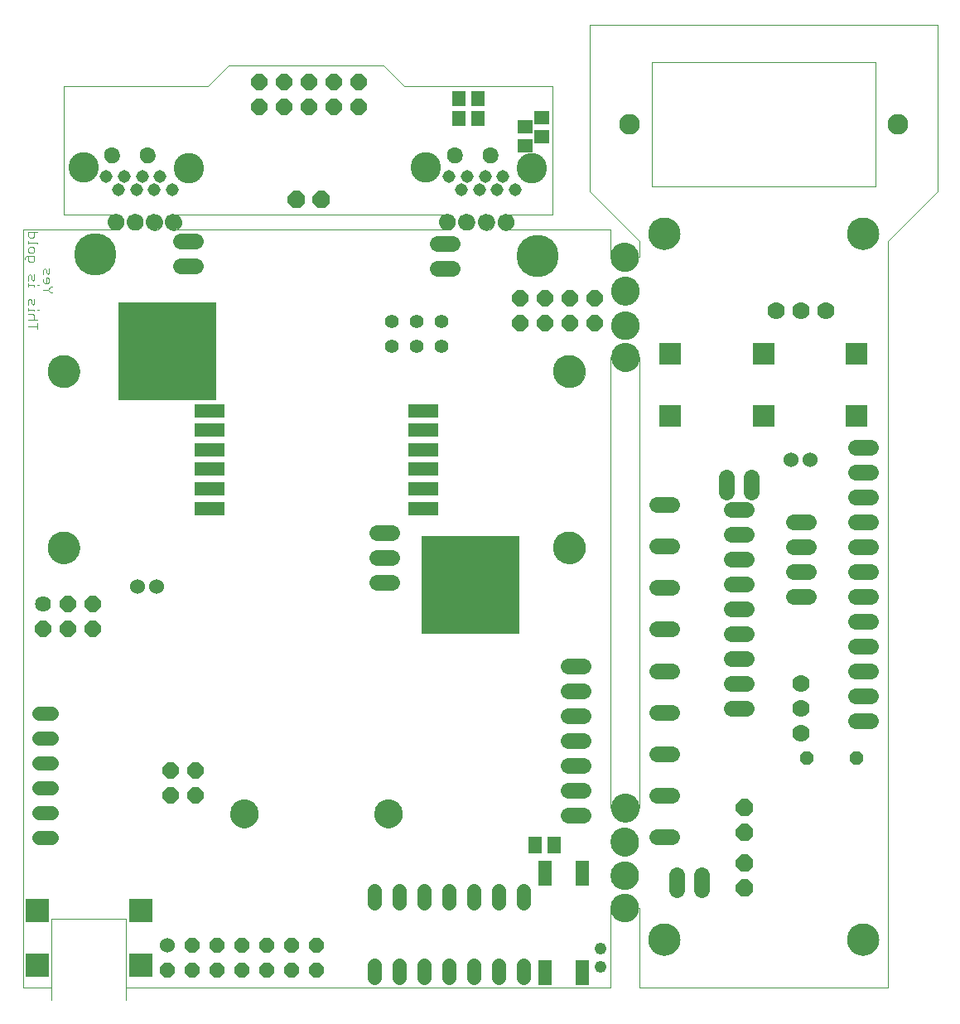
<source format=gbs>
G75*
%MOIN*%
%OFA0B0*%
%FSLAX25Y25*%
%IPPOS*%
%LPD*%
%AMOC8*
5,1,8,0,0,1.08239X$1,22.5*
%
%ADD10C,0.00000*%
%ADD11C,0.00300*%
%ADD12C,0.08274*%
%ADD13C,0.12998*%
%ADD14C,0.06699*%
%ADD15C,0.11424*%
%ADD16C,0.06000*%
%ADD17C,0.04762*%
%ADD18R,0.09400X0.09400*%
%ADD19R,0.39770X0.39770*%
%ADD20R,0.04369X0.04369*%
%ADD21R,0.12211X0.05321*%
%ADD22OC8,0.06000*%
%ADD23C,0.05600*%
%ADD24C,0.05550*%
%ADD25OC8,0.06400*%
%ADD26C,0.06400*%
%ADD27C,0.06400*%
%ADD28C,0.06337*%
%ADD29R,0.05518X0.06699*%
%ADD30R,0.05400X0.10400*%
%ADD31R,0.08668X0.08668*%
%ADD32C,0.07000*%
%ADD33OC8,0.05600*%
%ADD34OC8,0.07000*%
%ADD35C,0.05156*%
%ADD36C,0.12211*%
%ADD37C,0.06306*%
%ADD38R,0.05518X0.06306*%
%ADD39R,0.06306X0.05518*%
%ADD40C,0.16998*%
D10*
X0040000Y0009500D02*
X0051500Y0009500D01*
X0051600Y0004700D02*
X0051600Y0037200D01*
X0081600Y0037200D01*
X0081600Y0004700D01*
X0081500Y0009500D02*
X0276300Y0009500D01*
X0276300Y0041700D01*
X0288000Y0041700D01*
X0288000Y0009500D01*
X0388000Y0009500D01*
X0388000Y0310000D01*
X0408000Y0330000D01*
X0408000Y0397000D01*
X0268000Y0397000D01*
X0268000Y0330000D01*
X0288000Y0310000D01*
X0288000Y0303400D01*
X0276300Y0303400D01*
X0276300Y0314500D01*
X0234350Y0314500D01*
X0234300Y0320600D01*
X0253000Y0320600D01*
X0253000Y0372200D01*
X0193315Y0372197D01*
X0185047Y0380465D01*
X0122843Y0380465D01*
X0114575Y0372197D01*
X0056300Y0372197D01*
X0056300Y0320600D01*
X0077500Y0320600D01*
X0077500Y0314500D01*
X0040000Y0314500D01*
X0040000Y0009500D01*
X0123488Y0079500D02*
X0123490Y0079648D01*
X0123496Y0079796D01*
X0123506Y0079944D01*
X0123520Y0080091D01*
X0123538Y0080238D01*
X0123559Y0080384D01*
X0123585Y0080530D01*
X0123615Y0080675D01*
X0123648Y0080819D01*
X0123686Y0080962D01*
X0123727Y0081104D01*
X0123772Y0081245D01*
X0123820Y0081385D01*
X0123873Y0081524D01*
X0123929Y0081661D01*
X0123989Y0081796D01*
X0124052Y0081930D01*
X0124119Y0082062D01*
X0124190Y0082192D01*
X0124264Y0082320D01*
X0124341Y0082446D01*
X0124422Y0082570D01*
X0124506Y0082692D01*
X0124593Y0082811D01*
X0124684Y0082928D01*
X0124778Y0083043D01*
X0124874Y0083155D01*
X0124974Y0083265D01*
X0125076Y0083371D01*
X0125182Y0083475D01*
X0125290Y0083576D01*
X0125401Y0083674D01*
X0125514Y0083770D01*
X0125630Y0083862D01*
X0125748Y0083951D01*
X0125869Y0084036D01*
X0125992Y0084119D01*
X0126117Y0084198D01*
X0126244Y0084274D01*
X0126373Y0084346D01*
X0126504Y0084415D01*
X0126637Y0084480D01*
X0126772Y0084541D01*
X0126908Y0084599D01*
X0127045Y0084654D01*
X0127184Y0084704D01*
X0127325Y0084751D01*
X0127466Y0084794D01*
X0127609Y0084834D01*
X0127753Y0084869D01*
X0127897Y0084901D01*
X0128043Y0084928D01*
X0128189Y0084952D01*
X0128336Y0084972D01*
X0128483Y0084988D01*
X0128630Y0085000D01*
X0128778Y0085008D01*
X0128926Y0085012D01*
X0129074Y0085012D01*
X0129222Y0085008D01*
X0129370Y0085000D01*
X0129517Y0084988D01*
X0129664Y0084972D01*
X0129811Y0084952D01*
X0129957Y0084928D01*
X0130103Y0084901D01*
X0130247Y0084869D01*
X0130391Y0084834D01*
X0130534Y0084794D01*
X0130675Y0084751D01*
X0130816Y0084704D01*
X0130955Y0084654D01*
X0131092Y0084599D01*
X0131228Y0084541D01*
X0131363Y0084480D01*
X0131496Y0084415D01*
X0131627Y0084346D01*
X0131756Y0084274D01*
X0131883Y0084198D01*
X0132008Y0084119D01*
X0132131Y0084036D01*
X0132252Y0083951D01*
X0132370Y0083862D01*
X0132486Y0083770D01*
X0132599Y0083674D01*
X0132710Y0083576D01*
X0132818Y0083475D01*
X0132924Y0083371D01*
X0133026Y0083265D01*
X0133126Y0083155D01*
X0133222Y0083043D01*
X0133316Y0082928D01*
X0133407Y0082811D01*
X0133494Y0082692D01*
X0133578Y0082570D01*
X0133659Y0082446D01*
X0133736Y0082320D01*
X0133810Y0082192D01*
X0133881Y0082062D01*
X0133948Y0081930D01*
X0134011Y0081796D01*
X0134071Y0081661D01*
X0134127Y0081524D01*
X0134180Y0081385D01*
X0134228Y0081245D01*
X0134273Y0081104D01*
X0134314Y0080962D01*
X0134352Y0080819D01*
X0134385Y0080675D01*
X0134415Y0080530D01*
X0134441Y0080384D01*
X0134462Y0080238D01*
X0134480Y0080091D01*
X0134494Y0079944D01*
X0134504Y0079796D01*
X0134510Y0079648D01*
X0134512Y0079500D01*
X0134510Y0079352D01*
X0134504Y0079204D01*
X0134494Y0079056D01*
X0134480Y0078909D01*
X0134462Y0078762D01*
X0134441Y0078616D01*
X0134415Y0078470D01*
X0134385Y0078325D01*
X0134352Y0078181D01*
X0134314Y0078038D01*
X0134273Y0077896D01*
X0134228Y0077755D01*
X0134180Y0077615D01*
X0134127Y0077476D01*
X0134071Y0077339D01*
X0134011Y0077204D01*
X0133948Y0077070D01*
X0133881Y0076938D01*
X0133810Y0076808D01*
X0133736Y0076680D01*
X0133659Y0076554D01*
X0133578Y0076430D01*
X0133494Y0076308D01*
X0133407Y0076189D01*
X0133316Y0076072D01*
X0133222Y0075957D01*
X0133126Y0075845D01*
X0133026Y0075735D01*
X0132924Y0075629D01*
X0132818Y0075525D01*
X0132710Y0075424D01*
X0132599Y0075326D01*
X0132486Y0075230D01*
X0132370Y0075138D01*
X0132252Y0075049D01*
X0132131Y0074964D01*
X0132008Y0074881D01*
X0131883Y0074802D01*
X0131756Y0074726D01*
X0131627Y0074654D01*
X0131496Y0074585D01*
X0131363Y0074520D01*
X0131228Y0074459D01*
X0131092Y0074401D01*
X0130955Y0074346D01*
X0130816Y0074296D01*
X0130675Y0074249D01*
X0130534Y0074206D01*
X0130391Y0074166D01*
X0130247Y0074131D01*
X0130103Y0074099D01*
X0129957Y0074072D01*
X0129811Y0074048D01*
X0129664Y0074028D01*
X0129517Y0074012D01*
X0129370Y0074000D01*
X0129222Y0073992D01*
X0129074Y0073988D01*
X0128926Y0073988D01*
X0128778Y0073992D01*
X0128630Y0074000D01*
X0128483Y0074012D01*
X0128336Y0074028D01*
X0128189Y0074048D01*
X0128043Y0074072D01*
X0127897Y0074099D01*
X0127753Y0074131D01*
X0127609Y0074166D01*
X0127466Y0074206D01*
X0127325Y0074249D01*
X0127184Y0074296D01*
X0127045Y0074346D01*
X0126908Y0074401D01*
X0126772Y0074459D01*
X0126637Y0074520D01*
X0126504Y0074585D01*
X0126373Y0074654D01*
X0126244Y0074726D01*
X0126117Y0074802D01*
X0125992Y0074881D01*
X0125869Y0074964D01*
X0125748Y0075049D01*
X0125630Y0075138D01*
X0125514Y0075230D01*
X0125401Y0075326D01*
X0125290Y0075424D01*
X0125182Y0075525D01*
X0125076Y0075629D01*
X0124974Y0075735D01*
X0124874Y0075845D01*
X0124778Y0075957D01*
X0124684Y0076072D01*
X0124593Y0076189D01*
X0124506Y0076308D01*
X0124422Y0076430D01*
X0124341Y0076554D01*
X0124264Y0076680D01*
X0124190Y0076808D01*
X0124119Y0076938D01*
X0124052Y0077070D01*
X0123989Y0077204D01*
X0123929Y0077339D01*
X0123873Y0077476D01*
X0123820Y0077615D01*
X0123772Y0077755D01*
X0123727Y0077896D01*
X0123686Y0078038D01*
X0123648Y0078181D01*
X0123615Y0078325D01*
X0123585Y0078470D01*
X0123559Y0078616D01*
X0123538Y0078762D01*
X0123520Y0078909D01*
X0123506Y0079056D01*
X0123496Y0079204D01*
X0123490Y0079352D01*
X0123488Y0079500D01*
X0181488Y0079500D02*
X0181490Y0079648D01*
X0181496Y0079796D01*
X0181506Y0079944D01*
X0181520Y0080091D01*
X0181538Y0080238D01*
X0181559Y0080384D01*
X0181585Y0080530D01*
X0181615Y0080675D01*
X0181648Y0080819D01*
X0181686Y0080962D01*
X0181727Y0081104D01*
X0181772Y0081245D01*
X0181820Y0081385D01*
X0181873Y0081524D01*
X0181929Y0081661D01*
X0181989Y0081796D01*
X0182052Y0081930D01*
X0182119Y0082062D01*
X0182190Y0082192D01*
X0182264Y0082320D01*
X0182341Y0082446D01*
X0182422Y0082570D01*
X0182506Y0082692D01*
X0182593Y0082811D01*
X0182684Y0082928D01*
X0182778Y0083043D01*
X0182874Y0083155D01*
X0182974Y0083265D01*
X0183076Y0083371D01*
X0183182Y0083475D01*
X0183290Y0083576D01*
X0183401Y0083674D01*
X0183514Y0083770D01*
X0183630Y0083862D01*
X0183748Y0083951D01*
X0183869Y0084036D01*
X0183992Y0084119D01*
X0184117Y0084198D01*
X0184244Y0084274D01*
X0184373Y0084346D01*
X0184504Y0084415D01*
X0184637Y0084480D01*
X0184772Y0084541D01*
X0184908Y0084599D01*
X0185045Y0084654D01*
X0185184Y0084704D01*
X0185325Y0084751D01*
X0185466Y0084794D01*
X0185609Y0084834D01*
X0185753Y0084869D01*
X0185897Y0084901D01*
X0186043Y0084928D01*
X0186189Y0084952D01*
X0186336Y0084972D01*
X0186483Y0084988D01*
X0186630Y0085000D01*
X0186778Y0085008D01*
X0186926Y0085012D01*
X0187074Y0085012D01*
X0187222Y0085008D01*
X0187370Y0085000D01*
X0187517Y0084988D01*
X0187664Y0084972D01*
X0187811Y0084952D01*
X0187957Y0084928D01*
X0188103Y0084901D01*
X0188247Y0084869D01*
X0188391Y0084834D01*
X0188534Y0084794D01*
X0188675Y0084751D01*
X0188816Y0084704D01*
X0188955Y0084654D01*
X0189092Y0084599D01*
X0189228Y0084541D01*
X0189363Y0084480D01*
X0189496Y0084415D01*
X0189627Y0084346D01*
X0189756Y0084274D01*
X0189883Y0084198D01*
X0190008Y0084119D01*
X0190131Y0084036D01*
X0190252Y0083951D01*
X0190370Y0083862D01*
X0190486Y0083770D01*
X0190599Y0083674D01*
X0190710Y0083576D01*
X0190818Y0083475D01*
X0190924Y0083371D01*
X0191026Y0083265D01*
X0191126Y0083155D01*
X0191222Y0083043D01*
X0191316Y0082928D01*
X0191407Y0082811D01*
X0191494Y0082692D01*
X0191578Y0082570D01*
X0191659Y0082446D01*
X0191736Y0082320D01*
X0191810Y0082192D01*
X0191881Y0082062D01*
X0191948Y0081930D01*
X0192011Y0081796D01*
X0192071Y0081661D01*
X0192127Y0081524D01*
X0192180Y0081385D01*
X0192228Y0081245D01*
X0192273Y0081104D01*
X0192314Y0080962D01*
X0192352Y0080819D01*
X0192385Y0080675D01*
X0192415Y0080530D01*
X0192441Y0080384D01*
X0192462Y0080238D01*
X0192480Y0080091D01*
X0192494Y0079944D01*
X0192504Y0079796D01*
X0192510Y0079648D01*
X0192512Y0079500D01*
X0192510Y0079352D01*
X0192504Y0079204D01*
X0192494Y0079056D01*
X0192480Y0078909D01*
X0192462Y0078762D01*
X0192441Y0078616D01*
X0192415Y0078470D01*
X0192385Y0078325D01*
X0192352Y0078181D01*
X0192314Y0078038D01*
X0192273Y0077896D01*
X0192228Y0077755D01*
X0192180Y0077615D01*
X0192127Y0077476D01*
X0192071Y0077339D01*
X0192011Y0077204D01*
X0191948Y0077070D01*
X0191881Y0076938D01*
X0191810Y0076808D01*
X0191736Y0076680D01*
X0191659Y0076554D01*
X0191578Y0076430D01*
X0191494Y0076308D01*
X0191407Y0076189D01*
X0191316Y0076072D01*
X0191222Y0075957D01*
X0191126Y0075845D01*
X0191026Y0075735D01*
X0190924Y0075629D01*
X0190818Y0075525D01*
X0190710Y0075424D01*
X0190599Y0075326D01*
X0190486Y0075230D01*
X0190370Y0075138D01*
X0190252Y0075049D01*
X0190131Y0074964D01*
X0190008Y0074881D01*
X0189883Y0074802D01*
X0189756Y0074726D01*
X0189627Y0074654D01*
X0189496Y0074585D01*
X0189363Y0074520D01*
X0189228Y0074459D01*
X0189092Y0074401D01*
X0188955Y0074346D01*
X0188816Y0074296D01*
X0188675Y0074249D01*
X0188534Y0074206D01*
X0188391Y0074166D01*
X0188247Y0074131D01*
X0188103Y0074099D01*
X0187957Y0074072D01*
X0187811Y0074048D01*
X0187664Y0074028D01*
X0187517Y0074012D01*
X0187370Y0074000D01*
X0187222Y0073992D01*
X0187074Y0073988D01*
X0186926Y0073988D01*
X0186778Y0073992D01*
X0186630Y0074000D01*
X0186483Y0074012D01*
X0186336Y0074028D01*
X0186189Y0074048D01*
X0186043Y0074072D01*
X0185897Y0074099D01*
X0185753Y0074131D01*
X0185609Y0074166D01*
X0185466Y0074206D01*
X0185325Y0074249D01*
X0185184Y0074296D01*
X0185045Y0074346D01*
X0184908Y0074401D01*
X0184772Y0074459D01*
X0184637Y0074520D01*
X0184504Y0074585D01*
X0184373Y0074654D01*
X0184244Y0074726D01*
X0184117Y0074802D01*
X0183992Y0074881D01*
X0183869Y0074964D01*
X0183748Y0075049D01*
X0183630Y0075138D01*
X0183514Y0075230D01*
X0183401Y0075326D01*
X0183290Y0075424D01*
X0183182Y0075525D01*
X0183076Y0075629D01*
X0182974Y0075735D01*
X0182874Y0075845D01*
X0182778Y0075957D01*
X0182684Y0076072D01*
X0182593Y0076189D01*
X0182506Y0076308D01*
X0182422Y0076430D01*
X0182341Y0076554D01*
X0182264Y0076680D01*
X0182190Y0076808D01*
X0182119Y0076938D01*
X0182052Y0077070D01*
X0181989Y0077204D01*
X0181929Y0077339D01*
X0181873Y0077476D01*
X0181820Y0077615D01*
X0181772Y0077755D01*
X0181727Y0077896D01*
X0181686Y0078038D01*
X0181648Y0078181D01*
X0181615Y0078325D01*
X0181585Y0078470D01*
X0181559Y0078616D01*
X0181538Y0078762D01*
X0181520Y0078909D01*
X0181506Y0079056D01*
X0181496Y0079204D01*
X0181490Y0079352D01*
X0181488Y0079500D01*
X0276300Y0081800D02*
X0288000Y0081800D01*
X0288000Y0263100D01*
X0276300Y0263100D01*
X0276300Y0081800D01*
X0276788Y0081800D02*
X0276790Y0081948D01*
X0276796Y0082096D01*
X0276806Y0082244D01*
X0276820Y0082391D01*
X0276838Y0082538D01*
X0276859Y0082684D01*
X0276885Y0082830D01*
X0276915Y0082975D01*
X0276948Y0083119D01*
X0276986Y0083262D01*
X0277027Y0083404D01*
X0277072Y0083545D01*
X0277120Y0083685D01*
X0277173Y0083824D01*
X0277229Y0083961D01*
X0277289Y0084096D01*
X0277352Y0084230D01*
X0277419Y0084362D01*
X0277490Y0084492D01*
X0277564Y0084620D01*
X0277641Y0084746D01*
X0277722Y0084870D01*
X0277806Y0084992D01*
X0277893Y0085111D01*
X0277984Y0085228D01*
X0278078Y0085343D01*
X0278174Y0085455D01*
X0278274Y0085565D01*
X0278376Y0085671D01*
X0278482Y0085775D01*
X0278590Y0085876D01*
X0278701Y0085974D01*
X0278814Y0086070D01*
X0278930Y0086162D01*
X0279048Y0086251D01*
X0279169Y0086336D01*
X0279292Y0086419D01*
X0279417Y0086498D01*
X0279544Y0086574D01*
X0279673Y0086646D01*
X0279804Y0086715D01*
X0279937Y0086780D01*
X0280072Y0086841D01*
X0280208Y0086899D01*
X0280345Y0086954D01*
X0280484Y0087004D01*
X0280625Y0087051D01*
X0280766Y0087094D01*
X0280909Y0087134D01*
X0281053Y0087169D01*
X0281197Y0087201D01*
X0281343Y0087228D01*
X0281489Y0087252D01*
X0281636Y0087272D01*
X0281783Y0087288D01*
X0281930Y0087300D01*
X0282078Y0087308D01*
X0282226Y0087312D01*
X0282374Y0087312D01*
X0282522Y0087308D01*
X0282670Y0087300D01*
X0282817Y0087288D01*
X0282964Y0087272D01*
X0283111Y0087252D01*
X0283257Y0087228D01*
X0283403Y0087201D01*
X0283547Y0087169D01*
X0283691Y0087134D01*
X0283834Y0087094D01*
X0283975Y0087051D01*
X0284116Y0087004D01*
X0284255Y0086954D01*
X0284392Y0086899D01*
X0284528Y0086841D01*
X0284663Y0086780D01*
X0284796Y0086715D01*
X0284927Y0086646D01*
X0285056Y0086574D01*
X0285183Y0086498D01*
X0285308Y0086419D01*
X0285431Y0086336D01*
X0285552Y0086251D01*
X0285670Y0086162D01*
X0285786Y0086070D01*
X0285899Y0085974D01*
X0286010Y0085876D01*
X0286118Y0085775D01*
X0286224Y0085671D01*
X0286326Y0085565D01*
X0286426Y0085455D01*
X0286522Y0085343D01*
X0286616Y0085228D01*
X0286707Y0085111D01*
X0286794Y0084992D01*
X0286878Y0084870D01*
X0286959Y0084746D01*
X0287036Y0084620D01*
X0287110Y0084492D01*
X0287181Y0084362D01*
X0287248Y0084230D01*
X0287311Y0084096D01*
X0287371Y0083961D01*
X0287427Y0083824D01*
X0287480Y0083685D01*
X0287528Y0083545D01*
X0287573Y0083404D01*
X0287614Y0083262D01*
X0287652Y0083119D01*
X0287685Y0082975D01*
X0287715Y0082830D01*
X0287741Y0082684D01*
X0287762Y0082538D01*
X0287780Y0082391D01*
X0287794Y0082244D01*
X0287804Y0082096D01*
X0287810Y0081948D01*
X0287812Y0081800D01*
X0287810Y0081652D01*
X0287804Y0081504D01*
X0287794Y0081356D01*
X0287780Y0081209D01*
X0287762Y0081062D01*
X0287741Y0080916D01*
X0287715Y0080770D01*
X0287685Y0080625D01*
X0287652Y0080481D01*
X0287614Y0080338D01*
X0287573Y0080196D01*
X0287528Y0080055D01*
X0287480Y0079915D01*
X0287427Y0079776D01*
X0287371Y0079639D01*
X0287311Y0079504D01*
X0287248Y0079370D01*
X0287181Y0079238D01*
X0287110Y0079108D01*
X0287036Y0078980D01*
X0286959Y0078854D01*
X0286878Y0078730D01*
X0286794Y0078608D01*
X0286707Y0078489D01*
X0286616Y0078372D01*
X0286522Y0078257D01*
X0286426Y0078145D01*
X0286326Y0078035D01*
X0286224Y0077929D01*
X0286118Y0077825D01*
X0286010Y0077724D01*
X0285899Y0077626D01*
X0285786Y0077530D01*
X0285670Y0077438D01*
X0285552Y0077349D01*
X0285431Y0077264D01*
X0285308Y0077181D01*
X0285183Y0077102D01*
X0285056Y0077026D01*
X0284927Y0076954D01*
X0284796Y0076885D01*
X0284663Y0076820D01*
X0284528Y0076759D01*
X0284392Y0076701D01*
X0284255Y0076646D01*
X0284116Y0076596D01*
X0283975Y0076549D01*
X0283834Y0076506D01*
X0283691Y0076466D01*
X0283547Y0076431D01*
X0283403Y0076399D01*
X0283257Y0076372D01*
X0283111Y0076348D01*
X0282964Y0076328D01*
X0282817Y0076312D01*
X0282670Y0076300D01*
X0282522Y0076292D01*
X0282374Y0076288D01*
X0282226Y0076288D01*
X0282078Y0076292D01*
X0281930Y0076300D01*
X0281783Y0076312D01*
X0281636Y0076328D01*
X0281489Y0076348D01*
X0281343Y0076372D01*
X0281197Y0076399D01*
X0281053Y0076431D01*
X0280909Y0076466D01*
X0280766Y0076506D01*
X0280625Y0076549D01*
X0280484Y0076596D01*
X0280345Y0076646D01*
X0280208Y0076701D01*
X0280072Y0076759D01*
X0279937Y0076820D01*
X0279804Y0076885D01*
X0279673Y0076954D01*
X0279544Y0077026D01*
X0279417Y0077102D01*
X0279292Y0077181D01*
X0279169Y0077264D01*
X0279048Y0077349D01*
X0278930Y0077438D01*
X0278814Y0077530D01*
X0278701Y0077626D01*
X0278590Y0077724D01*
X0278482Y0077825D01*
X0278376Y0077929D01*
X0278274Y0078035D01*
X0278174Y0078145D01*
X0278078Y0078257D01*
X0277984Y0078372D01*
X0277893Y0078489D01*
X0277806Y0078608D01*
X0277722Y0078730D01*
X0277641Y0078854D01*
X0277564Y0078980D01*
X0277490Y0079108D01*
X0277419Y0079238D01*
X0277352Y0079370D01*
X0277289Y0079504D01*
X0277229Y0079639D01*
X0277173Y0079776D01*
X0277120Y0079915D01*
X0277072Y0080055D01*
X0277027Y0080196D01*
X0276986Y0080338D01*
X0276948Y0080481D01*
X0276915Y0080625D01*
X0276885Y0080770D01*
X0276859Y0080916D01*
X0276838Y0081062D01*
X0276820Y0081209D01*
X0276806Y0081356D01*
X0276796Y0081504D01*
X0276790Y0081652D01*
X0276788Y0081800D01*
X0276588Y0068100D02*
X0276590Y0068248D01*
X0276596Y0068396D01*
X0276606Y0068544D01*
X0276620Y0068691D01*
X0276638Y0068838D01*
X0276659Y0068984D01*
X0276685Y0069130D01*
X0276715Y0069275D01*
X0276748Y0069419D01*
X0276786Y0069562D01*
X0276827Y0069704D01*
X0276872Y0069845D01*
X0276920Y0069985D01*
X0276973Y0070124D01*
X0277029Y0070261D01*
X0277089Y0070396D01*
X0277152Y0070530D01*
X0277219Y0070662D01*
X0277290Y0070792D01*
X0277364Y0070920D01*
X0277441Y0071046D01*
X0277522Y0071170D01*
X0277606Y0071292D01*
X0277693Y0071411D01*
X0277784Y0071528D01*
X0277878Y0071643D01*
X0277974Y0071755D01*
X0278074Y0071865D01*
X0278176Y0071971D01*
X0278282Y0072075D01*
X0278390Y0072176D01*
X0278501Y0072274D01*
X0278614Y0072370D01*
X0278730Y0072462D01*
X0278848Y0072551D01*
X0278969Y0072636D01*
X0279092Y0072719D01*
X0279217Y0072798D01*
X0279344Y0072874D01*
X0279473Y0072946D01*
X0279604Y0073015D01*
X0279737Y0073080D01*
X0279872Y0073141D01*
X0280008Y0073199D01*
X0280145Y0073254D01*
X0280284Y0073304D01*
X0280425Y0073351D01*
X0280566Y0073394D01*
X0280709Y0073434D01*
X0280853Y0073469D01*
X0280997Y0073501D01*
X0281143Y0073528D01*
X0281289Y0073552D01*
X0281436Y0073572D01*
X0281583Y0073588D01*
X0281730Y0073600D01*
X0281878Y0073608D01*
X0282026Y0073612D01*
X0282174Y0073612D01*
X0282322Y0073608D01*
X0282470Y0073600D01*
X0282617Y0073588D01*
X0282764Y0073572D01*
X0282911Y0073552D01*
X0283057Y0073528D01*
X0283203Y0073501D01*
X0283347Y0073469D01*
X0283491Y0073434D01*
X0283634Y0073394D01*
X0283775Y0073351D01*
X0283916Y0073304D01*
X0284055Y0073254D01*
X0284192Y0073199D01*
X0284328Y0073141D01*
X0284463Y0073080D01*
X0284596Y0073015D01*
X0284727Y0072946D01*
X0284856Y0072874D01*
X0284983Y0072798D01*
X0285108Y0072719D01*
X0285231Y0072636D01*
X0285352Y0072551D01*
X0285470Y0072462D01*
X0285586Y0072370D01*
X0285699Y0072274D01*
X0285810Y0072176D01*
X0285918Y0072075D01*
X0286024Y0071971D01*
X0286126Y0071865D01*
X0286226Y0071755D01*
X0286322Y0071643D01*
X0286416Y0071528D01*
X0286507Y0071411D01*
X0286594Y0071292D01*
X0286678Y0071170D01*
X0286759Y0071046D01*
X0286836Y0070920D01*
X0286910Y0070792D01*
X0286981Y0070662D01*
X0287048Y0070530D01*
X0287111Y0070396D01*
X0287171Y0070261D01*
X0287227Y0070124D01*
X0287280Y0069985D01*
X0287328Y0069845D01*
X0287373Y0069704D01*
X0287414Y0069562D01*
X0287452Y0069419D01*
X0287485Y0069275D01*
X0287515Y0069130D01*
X0287541Y0068984D01*
X0287562Y0068838D01*
X0287580Y0068691D01*
X0287594Y0068544D01*
X0287604Y0068396D01*
X0287610Y0068248D01*
X0287612Y0068100D01*
X0287610Y0067952D01*
X0287604Y0067804D01*
X0287594Y0067656D01*
X0287580Y0067509D01*
X0287562Y0067362D01*
X0287541Y0067216D01*
X0287515Y0067070D01*
X0287485Y0066925D01*
X0287452Y0066781D01*
X0287414Y0066638D01*
X0287373Y0066496D01*
X0287328Y0066355D01*
X0287280Y0066215D01*
X0287227Y0066076D01*
X0287171Y0065939D01*
X0287111Y0065804D01*
X0287048Y0065670D01*
X0286981Y0065538D01*
X0286910Y0065408D01*
X0286836Y0065280D01*
X0286759Y0065154D01*
X0286678Y0065030D01*
X0286594Y0064908D01*
X0286507Y0064789D01*
X0286416Y0064672D01*
X0286322Y0064557D01*
X0286226Y0064445D01*
X0286126Y0064335D01*
X0286024Y0064229D01*
X0285918Y0064125D01*
X0285810Y0064024D01*
X0285699Y0063926D01*
X0285586Y0063830D01*
X0285470Y0063738D01*
X0285352Y0063649D01*
X0285231Y0063564D01*
X0285108Y0063481D01*
X0284983Y0063402D01*
X0284856Y0063326D01*
X0284727Y0063254D01*
X0284596Y0063185D01*
X0284463Y0063120D01*
X0284328Y0063059D01*
X0284192Y0063001D01*
X0284055Y0062946D01*
X0283916Y0062896D01*
X0283775Y0062849D01*
X0283634Y0062806D01*
X0283491Y0062766D01*
X0283347Y0062731D01*
X0283203Y0062699D01*
X0283057Y0062672D01*
X0282911Y0062648D01*
X0282764Y0062628D01*
X0282617Y0062612D01*
X0282470Y0062600D01*
X0282322Y0062592D01*
X0282174Y0062588D01*
X0282026Y0062588D01*
X0281878Y0062592D01*
X0281730Y0062600D01*
X0281583Y0062612D01*
X0281436Y0062628D01*
X0281289Y0062648D01*
X0281143Y0062672D01*
X0280997Y0062699D01*
X0280853Y0062731D01*
X0280709Y0062766D01*
X0280566Y0062806D01*
X0280425Y0062849D01*
X0280284Y0062896D01*
X0280145Y0062946D01*
X0280008Y0063001D01*
X0279872Y0063059D01*
X0279737Y0063120D01*
X0279604Y0063185D01*
X0279473Y0063254D01*
X0279344Y0063326D01*
X0279217Y0063402D01*
X0279092Y0063481D01*
X0278969Y0063564D01*
X0278848Y0063649D01*
X0278730Y0063738D01*
X0278614Y0063830D01*
X0278501Y0063926D01*
X0278390Y0064024D01*
X0278282Y0064125D01*
X0278176Y0064229D01*
X0278074Y0064335D01*
X0277974Y0064445D01*
X0277878Y0064557D01*
X0277784Y0064672D01*
X0277693Y0064789D01*
X0277606Y0064908D01*
X0277522Y0065030D01*
X0277441Y0065154D01*
X0277364Y0065280D01*
X0277290Y0065408D01*
X0277219Y0065538D01*
X0277152Y0065670D01*
X0277089Y0065804D01*
X0277029Y0065939D01*
X0276973Y0066076D01*
X0276920Y0066215D01*
X0276872Y0066355D01*
X0276827Y0066496D01*
X0276786Y0066638D01*
X0276748Y0066781D01*
X0276715Y0066925D01*
X0276685Y0067070D01*
X0276659Y0067216D01*
X0276638Y0067362D01*
X0276620Y0067509D01*
X0276606Y0067656D01*
X0276596Y0067804D01*
X0276590Y0067952D01*
X0276588Y0068100D01*
X0276588Y0054700D02*
X0276590Y0054848D01*
X0276596Y0054996D01*
X0276606Y0055144D01*
X0276620Y0055291D01*
X0276638Y0055438D01*
X0276659Y0055584D01*
X0276685Y0055730D01*
X0276715Y0055875D01*
X0276748Y0056019D01*
X0276786Y0056162D01*
X0276827Y0056304D01*
X0276872Y0056445D01*
X0276920Y0056585D01*
X0276973Y0056724D01*
X0277029Y0056861D01*
X0277089Y0056996D01*
X0277152Y0057130D01*
X0277219Y0057262D01*
X0277290Y0057392D01*
X0277364Y0057520D01*
X0277441Y0057646D01*
X0277522Y0057770D01*
X0277606Y0057892D01*
X0277693Y0058011D01*
X0277784Y0058128D01*
X0277878Y0058243D01*
X0277974Y0058355D01*
X0278074Y0058465D01*
X0278176Y0058571D01*
X0278282Y0058675D01*
X0278390Y0058776D01*
X0278501Y0058874D01*
X0278614Y0058970D01*
X0278730Y0059062D01*
X0278848Y0059151D01*
X0278969Y0059236D01*
X0279092Y0059319D01*
X0279217Y0059398D01*
X0279344Y0059474D01*
X0279473Y0059546D01*
X0279604Y0059615D01*
X0279737Y0059680D01*
X0279872Y0059741D01*
X0280008Y0059799D01*
X0280145Y0059854D01*
X0280284Y0059904D01*
X0280425Y0059951D01*
X0280566Y0059994D01*
X0280709Y0060034D01*
X0280853Y0060069D01*
X0280997Y0060101D01*
X0281143Y0060128D01*
X0281289Y0060152D01*
X0281436Y0060172D01*
X0281583Y0060188D01*
X0281730Y0060200D01*
X0281878Y0060208D01*
X0282026Y0060212D01*
X0282174Y0060212D01*
X0282322Y0060208D01*
X0282470Y0060200D01*
X0282617Y0060188D01*
X0282764Y0060172D01*
X0282911Y0060152D01*
X0283057Y0060128D01*
X0283203Y0060101D01*
X0283347Y0060069D01*
X0283491Y0060034D01*
X0283634Y0059994D01*
X0283775Y0059951D01*
X0283916Y0059904D01*
X0284055Y0059854D01*
X0284192Y0059799D01*
X0284328Y0059741D01*
X0284463Y0059680D01*
X0284596Y0059615D01*
X0284727Y0059546D01*
X0284856Y0059474D01*
X0284983Y0059398D01*
X0285108Y0059319D01*
X0285231Y0059236D01*
X0285352Y0059151D01*
X0285470Y0059062D01*
X0285586Y0058970D01*
X0285699Y0058874D01*
X0285810Y0058776D01*
X0285918Y0058675D01*
X0286024Y0058571D01*
X0286126Y0058465D01*
X0286226Y0058355D01*
X0286322Y0058243D01*
X0286416Y0058128D01*
X0286507Y0058011D01*
X0286594Y0057892D01*
X0286678Y0057770D01*
X0286759Y0057646D01*
X0286836Y0057520D01*
X0286910Y0057392D01*
X0286981Y0057262D01*
X0287048Y0057130D01*
X0287111Y0056996D01*
X0287171Y0056861D01*
X0287227Y0056724D01*
X0287280Y0056585D01*
X0287328Y0056445D01*
X0287373Y0056304D01*
X0287414Y0056162D01*
X0287452Y0056019D01*
X0287485Y0055875D01*
X0287515Y0055730D01*
X0287541Y0055584D01*
X0287562Y0055438D01*
X0287580Y0055291D01*
X0287594Y0055144D01*
X0287604Y0054996D01*
X0287610Y0054848D01*
X0287612Y0054700D01*
X0287610Y0054552D01*
X0287604Y0054404D01*
X0287594Y0054256D01*
X0287580Y0054109D01*
X0287562Y0053962D01*
X0287541Y0053816D01*
X0287515Y0053670D01*
X0287485Y0053525D01*
X0287452Y0053381D01*
X0287414Y0053238D01*
X0287373Y0053096D01*
X0287328Y0052955D01*
X0287280Y0052815D01*
X0287227Y0052676D01*
X0287171Y0052539D01*
X0287111Y0052404D01*
X0287048Y0052270D01*
X0286981Y0052138D01*
X0286910Y0052008D01*
X0286836Y0051880D01*
X0286759Y0051754D01*
X0286678Y0051630D01*
X0286594Y0051508D01*
X0286507Y0051389D01*
X0286416Y0051272D01*
X0286322Y0051157D01*
X0286226Y0051045D01*
X0286126Y0050935D01*
X0286024Y0050829D01*
X0285918Y0050725D01*
X0285810Y0050624D01*
X0285699Y0050526D01*
X0285586Y0050430D01*
X0285470Y0050338D01*
X0285352Y0050249D01*
X0285231Y0050164D01*
X0285108Y0050081D01*
X0284983Y0050002D01*
X0284856Y0049926D01*
X0284727Y0049854D01*
X0284596Y0049785D01*
X0284463Y0049720D01*
X0284328Y0049659D01*
X0284192Y0049601D01*
X0284055Y0049546D01*
X0283916Y0049496D01*
X0283775Y0049449D01*
X0283634Y0049406D01*
X0283491Y0049366D01*
X0283347Y0049331D01*
X0283203Y0049299D01*
X0283057Y0049272D01*
X0282911Y0049248D01*
X0282764Y0049228D01*
X0282617Y0049212D01*
X0282470Y0049200D01*
X0282322Y0049192D01*
X0282174Y0049188D01*
X0282026Y0049188D01*
X0281878Y0049192D01*
X0281730Y0049200D01*
X0281583Y0049212D01*
X0281436Y0049228D01*
X0281289Y0049248D01*
X0281143Y0049272D01*
X0280997Y0049299D01*
X0280853Y0049331D01*
X0280709Y0049366D01*
X0280566Y0049406D01*
X0280425Y0049449D01*
X0280284Y0049496D01*
X0280145Y0049546D01*
X0280008Y0049601D01*
X0279872Y0049659D01*
X0279737Y0049720D01*
X0279604Y0049785D01*
X0279473Y0049854D01*
X0279344Y0049926D01*
X0279217Y0050002D01*
X0279092Y0050081D01*
X0278969Y0050164D01*
X0278848Y0050249D01*
X0278730Y0050338D01*
X0278614Y0050430D01*
X0278501Y0050526D01*
X0278390Y0050624D01*
X0278282Y0050725D01*
X0278176Y0050829D01*
X0278074Y0050935D01*
X0277974Y0051045D01*
X0277878Y0051157D01*
X0277784Y0051272D01*
X0277693Y0051389D01*
X0277606Y0051508D01*
X0277522Y0051630D01*
X0277441Y0051754D01*
X0277364Y0051880D01*
X0277290Y0052008D01*
X0277219Y0052138D01*
X0277152Y0052270D01*
X0277089Y0052404D01*
X0277029Y0052539D01*
X0276973Y0052676D01*
X0276920Y0052815D01*
X0276872Y0052955D01*
X0276827Y0053096D01*
X0276786Y0053238D01*
X0276748Y0053381D01*
X0276715Y0053525D01*
X0276685Y0053670D01*
X0276659Y0053816D01*
X0276638Y0053962D01*
X0276620Y0054109D01*
X0276606Y0054256D01*
X0276596Y0054404D01*
X0276590Y0054552D01*
X0276588Y0054700D01*
X0276588Y0041700D02*
X0276590Y0041848D01*
X0276596Y0041996D01*
X0276606Y0042144D01*
X0276620Y0042291D01*
X0276638Y0042438D01*
X0276659Y0042584D01*
X0276685Y0042730D01*
X0276715Y0042875D01*
X0276748Y0043019D01*
X0276786Y0043162D01*
X0276827Y0043304D01*
X0276872Y0043445D01*
X0276920Y0043585D01*
X0276973Y0043724D01*
X0277029Y0043861D01*
X0277089Y0043996D01*
X0277152Y0044130D01*
X0277219Y0044262D01*
X0277290Y0044392D01*
X0277364Y0044520D01*
X0277441Y0044646D01*
X0277522Y0044770D01*
X0277606Y0044892D01*
X0277693Y0045011D01*
X0277784Y0045128D01*
X0277878Y0045243D01*
X0277974Y0045355D01*
X0278074Y0045465D01*
X0278176Y0045571D01*
X0278282Y0045675D01*
X0278390Y0045776D01*
X0278501Y0045874D01*
X0278614Y0045970D01*
X0278730Y0046062D01*
X0278848Y0046151D01*
X0278969Y0046236D01*
X0279092Y0046319D01*
X0279217Y0046398D01*
X0279344Y0046474D01*
X0279473Y0046546D01*
X0279604Y0046615D01*
X0279737Y0046680D01*
X0279872Y0046741D01*
X0280008Y0046799D01*
X0280145Y0046854D01*
X0280284Y0046904D01*
X0280425Y0046951D01*
X0280566Y0046994D01*
X0280709Y0047034D01*
X0280853Y0047069D01*
X0280997Y0047101D01*
X0281143Y0047128D01*
X0281289Y0047152D01*
X0281436Y0047172D01*
X0281583Y0047188D01*
X0281730Y0047200D01*
X0281878Y0047208D01*
X0282026Y0047212D01*
X0282174Y0047212D01*
X0282322Y0047208D01*
X0282470Y0047200D01*
X0282617Y0047188D01*
X0282764Y0047172D01*
X0282911Y0047152D01*
X0283057Y0047128D01*
X0283203Y0047101D01*
X0283347Y0047069D01*
X0283491Y0047034D01*
X0283634Y0046994D01*
X0283775Y0046951D01*
X0283916Y0046904D01*
X0284055Y0046854D01*
X0284192Y0046799D01*
X0284328Y0046741D01*
X0284463Y0046680D01*
X0284596Y0046615D01*
X0284727Y0046546D01*
X0284856Y0046474D01*
X0284983Y0046398D01*
X0285108Y0046319D01*
X0285231Y0046236D01*
X0285352Y0046151D01*
X0285470Y0046062D01*
X0285586Y0045970D01*
X0285699Y0045874D01*
X0285810Y0045776D01*
X0285918Y0045675D01*
X0286024Y0045571D01*
X0286126Y0045465D01*
X0286226Y0045355D01*
X0286322Y0045243D01*
X0286416Y0045128D01*
X0286507Y0045011D01*
X0286594Y0044892D01*
X0286678Y0044770D01*
X0286759Y0044646D01*
X0286836Y0044520D01*
X0286910Y0044392D01*
X0286981Y0044262D01*
X0287048Y0044130D01*
X0287111Y0043996D01*
X0287171Y0043861D01*
X0287227Y0043724D01*
X0287280Y0043585D01*
X0287328Y0043445D01*
X0287373Y0043304D01*
X0287414Y0043162D01*
X0287452Y0043019D01*
X0287485Y0042875D01*
X0287515Y0042730D01*
X0287541Y0042584D01*
X0287562Y0042438D01*
X0287580Y0042291D01*
X0287594Y0042144D01*
X0287604Y0041996D01*
X0287610Y0041848D01*
X0287612Y0041700D01*
X0287610Y0041552D01*
X0287604Y0041404D01*
X0287594Y0041256D01*
X0287580Y0041109D01*
X0287562Y0040962D01*
X0287541Y0040816D01*
X0287515Y0040670D01*
X0287485Y0040525D01*
X0287452Y0040381D01*
X0287414Y0040238D01*
X0287373Y0040096D01*
X0287328Y0039955D01*
X0287280Y0039815D01*
X0287227Y0039676D01*
X0287171Y0039539D01*
X0287111Y0039404D01*
X0287048Y0039270D01*
X0286981Y0039138D01*
X0286910Y0039008D01*
X0286836Y0038880D01*
X0286759Y0038754D01*
X0286678Y0038630D01*
X0286594Y0038508D01*
X0286507Y0038389D01*
X0286416Y0038272D01*
X0286322Y0038157D01*
X0286226Y0038045D01*
X0286126Y0037935D01*
X0286024Y0037829D01*
X0285918Y0037725D01*
X0285810Y0037624D01*
X0285699Y0037526D01*
X0285586Y0037430D01*
X0285470Y0037338D01*
X0285352Y0037249D01*
X0285231Y0037164D01*
X0285108Y0037081D01*
X0284983Y0037002D01*
X0284856Y0036926D01*
X0284727Y0036854D01*
X0284596Y0036785D01*
X0284463Y0036720D01*
X0284328Y0036659D01*
X0284192Y0036601D01*
X0284055Y0036546D01*
X0283916Y0036496D01*
X0283775Y0036449D01*
X0283634Y0036406D01*
X0283491Y0036366D01*
X0283347Y0036331D01*
X0283203Y0036299D01*
X0283057Y0036272D01*
X0282911Y0036248D01*
X0282764Y0036228D01*
X0282617Y0036212D01*
X0282470Y0036200D01*
X0282322Y0036192D01*
X0282174Y0036188D01*
X0282026Y0036188D01*
X0281878Y0036192D01*
X0281730Y0036200D01*
X0281583Y0036212D01*
X0281436Y0036228D01*
X0281289Y0036248D01*
X0281143Y0036272D01*
X0280997Y0036299D01*
X0280853Y0036331D01*
X0280709Y0036366D01*
X0280566Y0036406D01*
X0280425Y0036449D01*
X0280284Y0036496D01*
X0280145Y0036546D01*
X0280008Y0036601D01*
X0279872Y0036659D01*
X0279737Y0036720D01*
X0279604Y0036785D01*
X0279473Y0036854D01*
X0279344Y0036926D01*
X0279217Y0037002D01*
X0279092Y0037081D01*
X0278969Y0037164D01*
X0278848Y0037249D01*
X0278730Y0037338D01*
X0278614Y0037430D01*
X0278501Y0037526D01*
X0278390Y0037624D01*
X0278282Y0037725D01*
X0278176Y0037829D01*
X0278074Y0037935D01*
X0277974Y0038045D01*
X0277878Y0038157D01*
X0277784Y0038272D01*
X0277693Y0038389D01*
X0277606Y0038508D01*
X0277522Y0038630D01*
X0277441Y0038754D01*
X0277364Y0038880D01*
X0277290Y0039008D01*
X0277219Y0039138D01*
X0277152Y0039270D01*
X0277089Y0039404D01*
X0277029Y0039539D01*
X0276973Y0039676D01*
X0276920Y0039815D01*
X0276872Y0039955D01*
X0276827Y0040096D01*
X0276786Y0040238D01*
X0276748Y0040381D01*
X0276715Y0040525D01*
X0276685Y0040670D01*
X0276659Y0040816D01*
X0276638Y0040962D01*
X0276620Y0041109D01*
X0276606Y0041256D01*
X0276596Y0041404D01*
X0276590Y0041552D01*
X0276588Y0041700D01*
X0291701Y0029000D02*
X0291703Y0029158D01*
X0291709Y0029316D01*
X0291719Y0029474D01*
X0291733Y0029632D01*
X0291751Y0029789D01*
X0291772Y0029946D01*
X0291798Y0030102D01*
X0291828Y0030258D01*
X0291861Y0030413D01*
X0291899Y0030566D01*
X0291940Y0030719D01*
X0291985Y0030871D01*
X0292034Y0031022D01*
X0292087Y0031171D01*
X0292143Y0031319D01*
X0292203Y0031465D01*
X0292267Y0031610D01*
X0292335Y0031753D01*
X0292406Y0031895D01*
X0292480Y0032035D01*
X0292558Y0032172D01*
X0292640Y0032308D01*
X0292724Y0032442D01*
X0292813Y0032573D01*
X0292904Y0032702D01*
X0292999Y0032829D01*
X0293096Y0032954D01*
X0293197Y0033076D01*
X0293301Y0033195D01*
X0293408Y0033312D01*
X0293518Y0033426D01*
X0293631Y0033537D01*
X0293746Y0033646D01*
X0293864Y0033751D01*
X0293985Y0033853D01*
X0294108Y0033953D01*
X0294234Y0034049D01*
X0294362Y0034142D01*
X0294492Y0034232D01*
X0294625Y0034318D01*
X0294760Y0034402D01*
X0294896Y0034481D01*
X0295035Y0034558D01*
X0295176Y0034630D01*
X0295318Y0034700D01*
X0295462Y0034765D01*
X0295608Y0034827D01*
X0295755Y0034885D01*
X0295904Y0034940D01*
X0296054Y0034991D01*
X0296205Y0035038D01*
X0296357Y0035081D01*
X0296510Y0035120D01*
X0296665Y0035156D01*
X0296820Y0035187D01*
X0296976Y0035215D01*
X0297132Y0035239D01*
X0297289Y0035259D01*
X0297447Y0035275D01*
X0297604Y0035287D01*
X0297763Y0035295D01*
X0297921Y0035299D01*
X0298079Y0035299D01*
X0298237Y0035295D01*
X0298396Y0035287D01*
X0298553Y0035275D01*
X0298711Y0035259D01*
X0298868Y0035239D01*
X0299024Y0035215D01*
X0299180Y0035187D01*
X0299335Y0035156D01*
X0299490Y0035120D01*
X0299643Y0035081D01*
X0299795Y0035038D01*
X0299946Y0034991D01*
X0300096Y0034940D01*
X0300245Y0034885D01*
X0300392Y0034827D01*
X0300538Y0034765D01*
X0300682Y0034700D01*
X0300824Y0034630D01*
X0300965Y0034558D01*
X0301104Y0034481D01*
X0301240Y0034402D01*
X0301375Y0034318D01*
X0301508Y0034232D01*
X0301638Y0034142D01*
X0301766Y0034049D01*
X0301892Y0033953D01*
X0302015Y0033853D01*
X0302136Y0033751D01*
X0302254Y0033646D01*
X0302369Y0033537D01*
X0302482Y0033426D01*
X0302592Y0033312D01*
X0302699Y0033195D01*
X0302803Y0033076D01*
X0302904Y0032954D01*
X0303001Y0032829D01*
X0303096Y0032702D01*
X0303187Y0032573D01*
X0303276Y0032442D01*
X0303360Y0032308D01*
X0303442Y0032172D01*
X0303520Y0032035D01*
X0303594Y0031895D01*
X0303665Y0031753D01*
X0303733Y0031610D01*
X0303797Y0031465D01*
X0303857Y0031319D01*
X0303913Y0031171D01*
X0303966Y0031022D01*
X0304015Y0030871D01*
X0304060Y0030719D01*
X0304101Y0030566D01*
X0304139Y0030413D01*
X0304172Y0030258D01*
X0304202Y0030102D01*
X0304228Y0029946D01*
X0304249Y0029789D01*
X0304267Y0029632D01*
X0304281Y0029474D01*
X0304291Y0029316D01*
X0304297Y0029158D01*
X0304299Y0029000D01*
X0304297Y0028842D01*
X0304291Y0028684D01*
X0304281Y0028526D01*
X0304267Y0028368D01*
X0304249Y0028211D01*
X0304228Y0028054D01*
X0304202Y0027898D01*
X0304172Y0027742D01*
X0304139Y0027587D01*
X0304101Y0027434D01*
X0304060Y0027281D01*
X0304015Y0027129D01*
X0303966Y0026978D01*
X0303913Y0026829D01*
X0303857Y0026681D01*
X0303797Y0026535D01*
X0303733Y0026390D01*
X0303665Y0026247D01*
X0303594Y0026105D01*
X0303520Y0025965D01*
X0303442Y0025828D01*
X0303360Y0025692D01*
X0303276Y0025558D01*
X0303187Y0025427D01*
X0303096Y0025298D01*
X0303001Y0025171D01*
X0302904Y0025046D01*
X0302803Y0024924D01*
X0302699Y0024805D01*
X0302592Y0024688D01*
X0302482Y0024574D01*
X0302369Y0024463D01*
X0302254Y0024354D01*
X0302136Y0024249D01*
X0302015Y0024147D01*
X0301892Y0024047D01*
X0301766Y0023951D01*
X0301638Y0023858D01*
X0301508Y0023768D01*
X0301375Y0023682D01*
X0301240Y0023598D01*
X0301104Y0023519D01*
X0300965Y0023442D01*
X0300824Y0023370D01*
X0300682Y0023300D01*
X0300538Y0023235D01*
X0300392Y0023173D01*
X0300245Y0023115D01*
X0300096Y0023060D01*
X0299946Y0023009D01*
X0299795Y0022962D01*
X0299643Y0022919D01*
X0299490Y0022880D01*
X0299335Y0022844D01*
X0299180Y0022813D01*
X0299024Y0022785D01*
X0298868Y0022761D01*
X0298711Y0022741D01*
X0298553Y0022725D01*
X0298396Y0022713D01*
X0298237Y0022705D01*
X0298079Y0022701D01*
X0297921Y0022701D01*
X0297763Y0022705D01*
X0297604Y0022713D01*
X0297447Y0022725D01*
X0297289Y0022741D01*
X0297132Y0022761D01*
X0296976Y0022785D01*
X0296820Y0022813D01*
X0296665Y0022844D01*
X0296510Y0022880D01*
X0296357Y0022919D01*
X0296205Y0022962D01*
X0296054Y0023009D01*
X0295904Y0023060D01*
X0295755Y0023115D01*
X0295608Y0023173D01*
X0295462Y0023235D01*
X0295318Y0023300D01*
X0295176Y0023370D01*
X0295035Y0023442D01*
X0294896Y0023519D01*
X0294760Y0023598D01*
X0294625Y0023682D01*
X0294492Y0023768D01*
X0294362Y0023858D01*
X0294234Y0023951D01*
X0294108Y0024047D01*
X0293985Y0024147D01*
X0293864Y0024249D01*
X0293746Y0024354D01*
X0293631Y0024463D01*
X0293518Y0024574D01*
X0293408Y0024688D01*
X0293301Y0024805D01*
X0293197Y0024924D01*
X0293096Y0025046D01*
X0292999Y0025171D01*
X0292904Y0025298D01*
X0292813Y0025427D01*
X0292724Y0025558D01*
X0292640Y0025692D01*
X0292558Y0025828D01*
X0292480Y0025965D01*
X0292406Y0026105D01*
X0292335Y0026247D01*
X0292267Y0026390D01*
X0292203Y0026535D01*
X0292143Y0026681D01*
X0292087Y0026829D01*
X0292034Y0026978D01*
X0291985Y0027129D01*
X0291940Y0027281D01*
X0291899Y0027434D01*
X0291861Y0027587D01*
X0291828Y0027742D01*
X0291798Y0027898D01*
X0291772Y0028054D01*
X0291751Y0028211D01*
X0291733Y0028368D01*
X0291719Y0028526D01*
X0291709Y0028684D01*
X0291703Y0028842D01*
X0291701Y0029000D01*
X0371701Y0029000D02*
X0371703Y0029158D01*
X0371709Y0029316D01*
X0371719Y0029474D01*
X0371733Y0029632D01*
X0371751Y0029789D01*
X0371772Y0029946D01*
X0371798Y0030102D01*
X0371828Y0030258D01*
X0371861Y0030413D01*
X0371899Y0030566D01*
X0371940Y0030719D01*
X0371985Y0030871D01*
X0372034Y0031022D01*
X0372087Y0031171D01*
X0372143Y0031319D01*
X0372203Y0031465D01*
X0372267Y0031610D01*
X0372335Y0031753D01*
X0372406Y0031895D01*
X0372480Y0032035D01*
X0372558Y0032172D01*
X0372640Y0032308D01*
X0372724Y0032442D01*
X0372813Y0032573D01*
X0372904Y0032702D01*
X0372999Y0032829D01*
X0373096Y0032954D01*
X0373197Y0033076D01*
X0373301Y0033195D01*
X0373408Y0033312D01*
X0373518Y0033426D01*
X0373631Y0033537D01*
X0373746Y0033646D01*
X0373864Y0033751D01*
X0373985Y0033853D01*
X0374108Y0033953D01*
X0374234Y0034049D01*
X0374362Y0034142D01*
X0374492Y0034232D01*
X0374625Y0034318D01*
X0374760Y0034402D01*
X0374896Y0034481D01*
X0375035Y0034558D01*
X0375176Y0034630D01*
X0375318Y0034700D01*
X0375462Y0034765D01*
X0375608Y0034827D01*
X0375755Y0034885D01*
X0375904Y0034940D01*
X0376054Y0034991D01*
X0376205Y0035038D01*
X0376357Y0035081D01*
X0376510Y0035120D01*
X0376665Y0035156D01*
X0376820Y0035187D01*
X0376976Y0035215D01*
X0377132Y0035239D01*
X0377289Y0035259D01*
X0377447Y0035275D01*
X0377604Y0035287D01*
X0377763Y0035295D01*
X0377921Y0035299D01*
X0378079Y0035299D01*
X0378237Y0035295D01*
X0378396Y0035287D01*
X0378553Y0035275D01*
X0378711Y0035259D01*
X0378868Y0035239D01*
X0379024Y0035215D01*
X0379180Y0035187D01*
X0379335Y0035156D01*
X0379490Y0035120D01*
X0379643Y0035081D01*
X0379795Y0035038D01*
X0379946Y0034991D01*
X0380096Y0034940D01*
X0380245Y0034885D01*
X0380392Y0034827D01*
X0380538Y0034765D01*
X0380682Y0034700D01*
X0380824Y0034630D01*
X0380965Y0034558D01*
X0381104Y0034481D01*
X0381240Y0034402D01*
X0381375Y0034318D01*
X0381508Y0034232D01*
X0381638Y0034142D01*
X0381766Y0034049D01*
X0381892Y0033953D01*
X0382015Y0033853D01*
X0382136Y0033751D01*
X0382254Y0033646D01*
X0382369Y0033537D01*
X0382482Y0033426D01*
X0382592Y0033312D01*
X0382699Y0033195D01*
X0382803Y0033076D01*
X0382904Y0032954D01*
X0383001Y0032829D01*
X0383096Y0032702D01*
X0383187Y0032573D01*
X0383276Y0032442D01*
X0383360Y0032308D01*
X0383442Y0032172D01*
X0383520Y0032035D01*
X0383594Y0031895D01*
X0383665Y0031753D01*
X0383733Y0031610D01*
X0383797Y0031465D01*
X0383857Y0031319D01*
X0383913Y0031171D01*
X0383966Y0031022D01*
X0384015Y0030871D01*
X0384060Y0030719D01*
X0384101Y0030566D01*
X0384139Y0030413D01*
X0384172Y0030258D01*
X0384202Y0030102D01*
X0384228Y0029946D01*
X0384249Y0029789D01*
X0384267Y0029632D01*
X0384281Y0029474D01*
X0384291Y0029316D01*
X0384297Y0029158D01*
X0384299Y0029000D01*
X0384297Y0028842D01*
X0384291Y0028684D01*
X0384281Y0028526D01*
X0384267Y0028368D01*
X0384249Y0028211D01*
X0384228Y0028054D01*
X0384202Y0027898D01*
X0384172Y0027742D01*
X0384139Y0027587D01*
X0384101Y0027434D01*
X0384060Y0027281D01*
X0384015Y0027129D01*
X0383966Y0026978D01*
X0383913Y0026829D01*
X0383857Y0026681D01*
X0383797Y0026535D01*
X0383733Y0026390D01*
X0383665Y0026247D01*
X0383594Y0026105D01*
X0383520Y0025965D01*
X0383442Y0025828D01*
X0383360Y0025692D01*
X0383276Y0025558D01*
X0383187Y0025427D01*
X0383096Y0025298D01*
X0383001Y0025171D01*
X0382904Y0025046D01*
X0382803Y0024924D01*
X0382699Y0024805D01*
X0382592Y0024688D01*
X0382482Y0024574D01*
X0382369Y0024463D01*
X0382254Y0024354D01*
X0382136Y0024249D01*
X0382015Y0024147D01*
X0381892Y0024047D01*
X0381766Y0023951D01*
X0381638Y0023858D01*
X0381508Y0023768D01*
X0381375Y0023682D01*
X0381240Y0023598D01*
X0381104Y0023519D01*
X0380965Y0023442D01*
X0380824Y0023370D01*
X0380682Y0023300D01*
X0380538Y0023235D01*
X0380392Y0023173D01*
X0380245Y0023115D01*
X0380096Y0023060D01*
X0379946Y0023009D01*
X0379795Y0022962D01*
X0379643Y0022919D01*
X0379490Y0022880D01*
X0379335Y0022844D01*
X0379180Y0022813D01*
X0379024Y0022785D01*
X0378868Y0022761D01*
X0378711Y0022741D01*
X0378553Y0022725D01*
X0378396Y0022713D01*
X0378237Y0022705D01*
X0378079Y0022701D01*
X0377921Y0022701D01*
X0377763Y0022705D01*
X0377604Y0022713D01*
X0377447Y0022725D01*
X0377289Y0022741D01*
X0377132Y0022761D01*
X0376976Y0022785D01*
X0376820Y0022813D01*
X0376665Y0022844D01*
X0376510Y0022880D01*
X0376357Y0022919D01*
X0376205Y0022962D01*
X0376054Y0023009D01*
X0375904Y0023060D01*
X0375755Y0023115D01*
X0375608Y0023173D01*
X0375462Y0023235D01*
X0375318Y0023300D01*
X0375176Y0023370D01*
X0375035Y0023442D01*
X0374896Y0023519D01*
X0374760Y0023598D01*
X0374625Y0023682D01*
X0374492Y0023768D01*
X0374362Y0023858D01*
X0374234Y0023951D01*
X0374108Y0024047D01*
X0373985Y0024147D01*
X0373864Y0024249D01*
X0373746Y0024354D01*
X0373631Y0024463D01*
X0373518Y0024574D01*
X0373408Y0024688D01*
X0373301Y0024805D01*
X0373197Y0024924D01*
X0373096Y0025046D01*
X0372999Y0025171D01*
X0372904Y0025298D01*
X0372813Y0025427D01*
X0372724Y0025558D01*
X0372640Y0025692D01*
X0372558Y0025828D01*
X0372480Y0025965D01*
X0372406Y0026105D01*
X0372335Y0026247D01*
X0372267Y0026390D01*
X0372203Y0026535D01*
X0372143Y0026681D01*
X0372087Y0026829D01*
X0372034Y0026978D01*
X0371985Y0027129D01*
X0371940Y0027281D01*
X0371899Y0027434D01*
X0371861Y0027587D01*
X0371828Y0027742D01*
X0371798Y0027898D01*
X0371772Y0028054D01*
X0371751Y0028211D01*
X0371733Y0028368D01*
X0371719Y0028526D01*
X0371709Y0028684D01*
X0371703Y0028842D01*
X0371701Y0029000D01*
X0253573Y0186567D02*
X0253575Y0186725D01*
X0253581Y0186883D01*
X0253591Y0187041D01*
X0253605Y0187199D01*
X0253623Y0187356D01*
X0253644Y0187513D01*
X0253670Y0187669D01*
X0253700Y0187825D01*
X0253733Y0187980D01*
X0253771Y0188133D01*
X0253812Y0188286D01*
X0253857Y0188438D01*
X0253906Y0188589D01*
X0253959Y0188738D01*
X0254015Y0188886D01*
X0254075Y0189032D01*
X0254139Y0189177D01*
X0254207Y0189320D01*
X0254278Y0189462D01*
X0254352Y0189602D01*
X0254430Y0189739D01*
X0254512Y0189875D01*
X0254596Y0190009D01*
X0254685Y0190140D01*
X0254776Y0190269D01*
X0254871Y0190396D01*
X0254968Y0190521D01*
X0255069Y0190643D01*
X0255173Y0190762D01*
X0255280Y0190879D01*
X0255390Y0190993D01*
X0255503Y0191104D01*
X0255618Y0191213D01*
X0255736Y0191318D01*
X0255857Y0191420D01*
X0255980Y0191520D01*
X0256106Y0191616D01*
X0256234Y0191709D01*
X0256364Y0191799D01*
X0256497Y0191885D01*
X0256632Y0191969D01*
X0256768Y0192048D01*
X0256907Y0192125D01*
X0257048Y0192197D01*
X0257190Y0192267D01*
X0257334Y0192332D01*
X0257480Y0192394D01*
X0257627Y0192452D01*
X0257776Y0192507D01*
X0257926Y0192558D01*
X0258077Y0192605D01*
X0258229Y0192648D01*
X0258382Y0192687D01*
X0258537Y0192723D01*
X0258692Y0192754D01*
X0258848Y0192782D01*
X0259004Y0192806D01*
X0259161Y0192826D01*
X0259319Y0192842D01*
X0259476Y0192854D01*
X0259635Y0192862D01*
X0259793Y0192866D01*
X0259951Y0192866D01*
X0260109Y0192862D01*
X0260268Y0192854D01*
X0260425Y0192842D01*
X0260583Y0192826D01*
X0260740Y0192806D01*
X0260896Y0192782D01*
X0261052Y0192754D01*
X0261207Y0192723D01*
X0261362Y0192687D01*
X0261515Y0192648D01*
X0261667Y0192605D01*
X0261818Y0192558D01*
X0261968Y0192507D01*
X0262117Y0192452D01*
X0262264Y0192394D01*
X0262410Y0192332D01*
X0262554Y0192267D01*
X0262696Y0192197D01*
X0262837Y0192125D01*
X0262976Y0192048D01*
X0263112Y0191969D01*
X0263247Y0191885D01*
X0263380Y0191799D01*
X0263510Y0191709D01*
X0263638Y0191616D01*
X0263764Y0191520D01*
X0263887Y0191420D01*
X0264008Y0191318D01*
X0264126Y0191213D01*
X0264241Y0191104D01*
X0264354Y0190993D01*
X0264464Y0190879D01*
X0264571Y0190762D01*
X0264675Y0190643D01*
X0264776Y0190521D01*
X0264873Y0190396D01*
X0264968Y0190269D01*
X0265059Y0190140D01*
X0265148Y0190009D01*
X0265232Y0189875D01*
X0265314Y0189739D01*
X0265392Y0189602D01*
X0265466Y0189462D01*
X0265537Y0189320D01*
X0265605Y0189177D01*
X0265669Y0189032D01*
X0265729Y0188886D01*
X0265785Y0188738D01*
X0265838Y0188589D01*
X0265887Y0188438D01*
X0265932Y0188286D01*
X0265973Y0188133D01*
X0266011Y0187980D01*
X0266044Y0187825D01*
X0266074Y0187669D01*
X0266100Y0187513D01*
X0266121Y0187356D01*
X0266139Y0187199D01*
X0266153Y0187041D01*
X0266163Y0186883D01*
X0266169Y0186725D01*
X0266171Y0186567D01*
X0266169Y0186409D01*
X0266163Y0186251D01*
X0266153Y0186093D01*
X0266139Y0185935D01*
X0266121Y0185778D01*
X0266100Y0185621D01*
X0266074Y0185465D01*
X0266044Y0185309D01*
X0266011Y0185154D01*
X0265973Y0185001D01*
X0265932Y0184848D01*
X0265887Y0184696D01*
X0265838Y0184545D01*
X0265785Y0184396D01*
X0265729Y0184248D01*
X0265669Y0184102D01*
X0265605Y0183957D01*
X0265537Y0183814D01*
X0265466Y0183672D01*
X0265392Y0183532D01*
X0265314Y0183395D01*
X0265232Y0183259D01*
X0265148Y0183125D01*
X0265059Y0182994D01*
X0264968Y0182865D01*
X0264873Y0182738D01*
X0264776Y0182613D01*
X0264675Y0182491D01*
X0264571Y0182372D01*
X0264464Y0182255D01*
X0264354Y0182141D01*
X0264241Y0182030D01*
X0264126Y0181921D01*
X0264008Y0181816D01*
X0263887Y0181714D01*
X0263764Y0181614D01*
X0263638Y0181518D01*
X0263510Y0181425D01*
X0263380Y0181335D01*
X0263247Y0181249D01*
X0263112Y0181165D01*
X0262976Y0181086D01*
X0262837Y0181009D01*
X0262696Y0180937D01*
X0262554Y0180867D01*
X0262410Y0180802D01*
X0262264Y0180740D01*
X0262117Y0180682D01*
X0261968Y0180627D01*
X0261818Y0180576D01*
X0261667Y0180529D01*
X0261515Y0180486D01*
X0261362Y0180447D01*
X0261207Y0180411D01*
X0261052Y0180380D01*
X0260896Y0180352D01*
X0260740Y0180328D01*
X0260583Y0180308D01*
X0260425Y0180292D01*
X0260268Y0180280D01*
X0260109Y0180272D01*
X0259951Y0180268D01*
X0259793Y0180268D01*
X0259635Y0180272D01*
X0259476Y0180280D01*
X0259319Y0180292D01*
X0259161Y0180308D01*
X0259004Y0180328D01*
X0258848Y0180352D01*
X0258692Y0180380D01*
X0258537Y0180411D01*
X0258382Y0180447D01*
X0258229Y0180486D01*
X0258077Y0180529D01*
X0257926Y0180576D01*
X0257776Y0180627D01*
X0257627Y0180682D01*
X0257480Y0180740D01*
X0257334Y0180802D01*
X0257190Y0180867D01*
X0257048Y0180937D01*
X0256907Y0181009D01*
X0256768Y0181086D01*
X0256632Y0181165D01*
X0256497Y0181249D01*
X0256364Y0181335D01*
X0256234Y0181425D01*
X0256106Y0181518D01*
X0255980Y0181614D01*
X0255857Y0181714D01*
X0255736Y0181816D01*
X0255618Y0181921D01*
X0255503Y0182030D01*
X0255390Y0182141D01*
X0255280Y0182255D01*
X0255173Y0182372D01*
X0255069Y0182491D01*
X0254968Y0182613D01*
X0254871Y0182738D01*
X0254776Y0182865D01*
X0254685Y0182994D01*
X0254596Y0183125D01*
X0254512Y0183259D01*
X0254430Y0183395D01*
X0254352Y0183532D01*
X0254278Y0183672D01*
X0254207Y0183814D01*
X0254139Y0183957D01*
X0254075Y0184102D01*
X0254015Y0184248D01*
X0253959Y0184396D01*
X0253906Y0184545D01*
X0253857Y0184696D01*
X0253812Y0184848D01*
X0253771Y0185001D01*
X0253733Y0185154D01*
X0253700Y0185309D01*
X0253670Y0185465D01*
X0253644Y0185621D01*
X0253623Y0185778D01*
X0253605Y0185935D01*
X0253591Y0186093D01*
X0253581Y0186251D01*
X0253575Y0186409D01*
X0253573Y0186567D01*
X0253573Y0257433D02*
X0253575Y0257591D01*
X0253581Y0257749D01*
X0253591Y0257907D01*
X0253605Y0258065D01*
X0253623Y0258222D01*
X0253644Y0258379D01*
X0253670Y0258535D01*
X0253700Y0258691D01*
X0253733Y0258846D01*
X0253771Y0258999D01*
X0253812Y0259152D01*
X0253857Y0259304D01*
X0253906Y0259455D01*
X0253959Y0259604D01*
X0254015Y0259752D01*
X0254075Y0259898D01*
X0254139Y0260043D01*
X0254207Y0260186D01*
X0254278Y0260328D01*
X0254352Y0260468D01*
X0254430Y0260605D01*
X0254512Y0260741D01*
X0254596Y0260875D01*
X0254685Y0261006D01*
X0254776Y0261135D01*
X0254871Y0261262D01*
X0254968Y0261387D01*
X0255069Y0261509D01*
X0255173Y0261628D01*
X0255280Y0261745D01*
X0255390Y0261859D01*
X0255503Y0261970D01*
X0255618Y0262079D01*
X0255736Y0262184D01*
X0255857Y0262286D01*
X0255980Y0262386D01*
X0256106Y0262482D01*
X0256234Y0262575D01*
X0256364Y0262665D01*
X0256497Y0262751D01*
X0256632Y0262835D01*
X0256768Y0262914D01*
X0256907Y0262991D01*
X0257048Y0263063D01*
X0257190Y0263133D01*
X0257334Y0263198D01*
X0257480Y0263260D01*
X0257627Y0263318D01*
X0257776Y0263373D01*
X0257926Y0263424D01*
X0258077Y0263471D01*
X0258229Y0263514D01*
X0258382Y0263553D01*
X0258537Y0263589D01*
X0258692Y0263620D01*
X0258848Y0263648D01*
X0259004Y0263672D01*
X0259161Y0263692D01*
X0259319Y0263708D01*
X0259476Y0263720D01*
X0259635Y0263728D01*
X0259793Y0263732D01*
X0259951Y0263732D01*
X0260109Y0263728D01*
X0260268Y0263720D01*
X0260425Y0263708D01*
X0260583Y0263692D01*
X0260740Y0263672D01*
X0260896Y0263648D01*
X0261052Y0263620D01*
X0261207Y0263589D01*
X0261362Y0263553D01*
X0261515Y0263514D01*
X0261667Y0263471D01*
X0261818Y0263424D01*
X0261968Y0263373D01*
X0262117Y0263318D01*
X0262264Y0263260D01*
X0262410Y0263198D01*
X0262554Y0263133D01*
X0262696Y0263063D01*
X0262837Y0262991D01*
X0262976Y0262914D01*
X0263112Y0262835D01*
X0263247Y0262751D01*
X0263380Y0262665D01*
X0263510Y0262575D01*
X0263638Y0262482D01*
X0263764Y0262386D01*
X0263887Y0262286D01*
X0264008Y0262184D01*
X0264126Y0262079D01*
X0264241Y0261970D01*
X0264354Y0261859D01*
X0264464Y0261745D01*
X0264571Y0261628D01*
X0264675Y0261509D01*
X0264776Y0261387D01*
X0264873Y0261262D01*
X0264968Y0261135D01*
X0265059Y0261006D01*
X0265148Y0260875D01*
X0265232Y0260741D01*
X0265314Y0260605D01*
X0265392Y0260468D01*
X0265466Y0260328D01*
X0265537Y0260186D01*
X0265605Y0260043D01*
X0265669Y0259898D01*
X0265729Y0259752D01*
X0265785Y0259604D01*
X0265838Y0259455D01*
X0265887Y0259304D01*
X0265932Y0259152D01*
X0265973Y0258999D01*
X0266011Y0258846D01*
X0266044Y0258691D01*
X0266074Y0258535D01*
X0266100Y0258379D01*
X0266121Y0258222D01*
X0266139Y0258065D01*
X0266153Y0257907D01*
X0266163Y0257749D01*
X0266169Y0257591D01*
X0266171Y0257433D01*
X0266169Y0257275D01*
X0266163Y0257117D01*
X0266153Y0256959D01*
X0266139Y0256801D01*
X0266121Y0256644D01*
X0266100Y0256487D01*
X0266074Y0256331D01*
X0266044Y0256175D01*
X0266011Y0256020D01*
X0265973Y0255867D01*
X0265932Y0255714D01*
X0265887Y0255562D01*
X0265838Y0255411D01*
X0265785Y0255262D01*
X0265729Y0255114D01*
X0265669Y0254968D01*
X0265605Y0254823D01*
X0265537Y0254680D01*
X0265466Y0254538D01*
X0265392Y0254398D01*
X0265314Y0254261D01*
X0265232Y0254125D01*
X0265148Y0253991D01*
X0265059Y0253860D01*
X0264968Y0253731D01*
X0264873Y0253604D01*
X0264776Y0253479D01*
X0264675Y0253357D01*
X0264571Y0253238D01*
X0264464Y0253121D01*
X0264354Y0253007D01*
X0264241Y0252896D01*
X0264126Y0252787D01*
X0264008Y0252682D01*
X0263887Y0252580D01*
X0263764Y0252480D01*
X0263638Y0252384D01*
X0263510Y0252291D01*
X0263380Y0252201D01*
X0263247Y0252115D01*
X0263112Y0252031D01*
X0262976Y0251952D01*
X0262837Y0251875D01*
X0262696Y0251803D01*
X0262554Y0251733D01*
X0262410Y0251668D01*
X0262264Y0251606D01*
X0262117Y0251548D01*
X0261968Y0251493D01*
X0261818Y0251442D01*
X0261667Y0251395D01*
X0261515Y0251352D01*
X0261362Y0251313D01*
X0261207Y0251277D01*
X0261052Y0251246D01*
X0260896Y0251218D01*
X0260740Y0251194D01*
X0260583Y0251174D01*
X0260425Y0251158D01*
X0260268Y0251146D01*
X0260109Y0251138D01*
X0259951Y0251134D01*
X0259793Y0251134D01*
X0259635Y0251138D01*
X0259476Y0251146D01*
X0259319Y0251158D01*
X0259161Y0251174D01*
X0259004Y0251194D01*
X0258848Y0251218D01*
X0258692Y0251246D01*
X0258537Y0251277D01*
X0258382Y0251313D01*
X0258229Y0251352D01*
X0258077Y0251395D01*
X0257926Y0251442D01*
X0257776Y0251493D01*
X0257627Y0251548D01*
X0257480Y0251606D01*
X0257334Y0251668D01*
X0257190Y0251733D01*
X0257048Y0251803D01*
X0256907Y0251875D01*
X0256768Y0251952D01*
X0256632Y0252031D01*
X0256497Y0252115D01*
X0256364Y0252201D01*
X0256234Y0252291D01*
X0256106Y0252384D01*
X0255980Y0252480D01*
X0255857Y0252580D01*
X0255736Y0252682D01*
X0255618Y0252787D01*
X0255503Y0252896D01*
X0255390Y0253007D01*
X0255280Y0253121D01*
X0255173Y0253238D01*
X0255069Y0253357D01*
X0254968Y0253479D01*
X0254871Y0253604D01*
X0254776Y0253731D01*
X0254685Y0253860D01*
X0254596Y0253991D01*
X0254512Y0254125D01*
X0254430Y0254261D01*
X0254352Y0254398D01*
X0254278Y0254538D01*
X0254207Y0254680D01*
X0254139Y0254823D01*
X0254075Y0254968D01*
X0254015Y0255114D01*
X0253959Y0255262D01*
X0253906Y0255411D01*
X0253857Y0255562D01*
X0253812Y0255714D01*
X0253771Y0255867D01*
X0253733Y0256020D01*
X0253700Y0256175D01*
X0253670Y0256331D01*
X0253644Y0256487D01*
X0253623Y0256644D01*
X0253605Y0256801D01*
X0253591Y0256959D01*
X0253581Y0257117D01*
X0253575Y0257275D01*
X0253573Y0257433D01*
X0276888Y0263100D02*
X0276890Y0263248D01*
X0276896Y0263396D01*
X0276906Y0263544D01*
X0276920Y0263691D01*
X0276938Y0263838D01*
X0276959Y0263984D01*
X0276985Y0264130D01*
X0277015Y0264275D01*
X0277048Y0264419D01*
X0277086Y0264562D01*
X0277127Y0264704D01*
X0277172Y0264845D01*
X0277220Y0264985D01*
X0277273Y0265124D01*
X0277329Y0265261D01*
X0277389Y0265396D01*
X0277452Y0265530D01*
X0277519Y0265662D01*
X0277590Y0265792D01*
X0277664Y0265920D01*
X0277741Y0266046D01*
X0277822Y0266170D01*
X0277906Y0266292D01*
X0277993Y0266411D01*
X0278084Y0266528D01*
X0278178Y0266643D01*
X0278274Y0266755D01*
X0278374Y0266865D01*
X0278476Y0266971D01*
X0278582Y0267075D01*
X0278690Y0267176D01*
X0278801Y0267274D01*
X0278914Y0267370D01*
X0279030Y0267462D01*
X0279148Y0267551D01*
X0279269Y0267636D01*
X0279392Y0267719D01*
X0279517Y0267798D01*
X0279644Y0267874D01*
X0279773Y0267946D01*
X0279904Y0268015D01*
X0280037Y0268080D01*
X0280172Y0268141D01*
X0280308Y0268199D01*
X0280445Y0268254D01*
X0280584Y0268304D01*
X0280725Y0268351D01*
X0280866Y0268394D01*
X0281009Y0268434D01*
X0281153Y0268469D01*
X0281297Y0268501D01*
X0281443Y0268528D01*
X0281589Y0268552D01*
X0281736Y0268572D01*
X0281883Y0268588D01*
X0282030Y0268600D01*
X0282178Y0268608D01*
X0282326Y0268612D01*
X0282474Y0268612D01*
X0282622Y0268608D01*
X0282770Y0268600D01*
X0282917Y0268588D01*
X0283064Y0268572D01*
X0283211Y0268552D01*
X0283357Y0268528D01*
X0283503Y0268501D01*
X0283647Y0268469D01*
X0283791Y0268434D01*
X0283934Y0268394D01*
X0284075Y0268351D01*
X0284216Y0268304D01*
X0284355Y0268254D01*
X0284492Y0268199D01*
X0284628Y0268141D01*
X0284763Y0268080D01*
X0284896Y0268015D01*
X0285027Y0267946D01*
X0285156Y0267874D01*
X0285283Y0267798D01*
X0285408Y0267719D01*
X0285531Y0267636D01*
X0285652Y0267551D01*
X0285770Y0267462D01*
X0285886Y0267370D01*
X0285999Y0267274D01*
X0286110Y0267176D01*
X0286218Y0267075D01*
X0286324Y0266971D01*
X0286426Y0266865D01*
X0286526Y0266755D01*
X0286622Y0266643D01*
X0286716Y0266528D01*
X0286807Y0266411D01*
X0286894Y0266292D01*
X0286978Y0266170D01*
X0287059Y0266046D01*
X0287136Y0265920D01*
X0287210Y0265792D01*
X0287281Y0265662D01*
X0287348Y0265530D01*
X0287411Y0265396D01*
X0287471Y0265261D01*
X0287527Y0265124D01*
X0287580Y0264985D01*
X0287628Y0264845D01*
X0287673Y0264704D01*
X0287714Y0264562D01*
X0287752Y0264419D01*
X0287785Y0264275D01*
X0287815Y0264130D01*
X0287841Y0263984D01*
X0287862Y0263838D01*
X0287880Y0263691D01*
X0287894Y0263544D01*
X0287904Y0263396D01*
X0287910Y0263248D01*
X0287912Y0263100D01*
X0287910Y0262952D01*
X0287904Y0262804D01*
X0287894Y0262656D01*
X0287880Y0262509D01*
X0287862Y0262362D01*
X0287841Y0262216D01*
X0287815Y0262070D01*
X0287785Y0261925D01*
X0287752Y0261781D01*
X0287714Y0261638D01*
X0287673Y0261496D01*
X0287628Y0261355D01*
X0287580Y0261215D01*
X0287527Y0261076D01*
X0287471Y0260939D01*
X0287411Y0260804D01*
X0287348Y0260670D01*
X0287281Y0260538D01*
X0287210Y0260408D01*
X0287136Y0260280D01*
X0287059Y0260154D01*
X0286978Y0260030D01*
X0286894Y0259908D01*
X0286807Y0259789D01*
X0286716Y0259672D01*
X0286622Y0259557D01*
X0286526Y0259445D01*
X0286426Y0259335D01*
X0286324Y0259229D01*
X0286218Y0259125D01*
X0286110Y0259024D01*
X0285999Y0258926D01*
X0285886Y0258830D01*
X0285770Y0258738D01*
X0285652Y0258649D01*
X0285531Y0258564D01*
X0285408Y0258481D01*
X0285283Y0258402D01*
X0285156Y0258326D01*
X0285027Y0258254D01*
X0284896Y0258185D01*
X0284763Y0258120D01*
X0284628Y0258059D01*
X0284492Y0258001D01*
X0284355Y0257946D01*
X0284216Y0257896D01*
X0284075Y0257849D01*
X0283934Y0257806D01*
X0283791Y0257766D01*
X0283647Y0257731D01*
X0283503Y0257699D01*
X0283357Y0257672D01*
X0283211Y0257648D01*
X0283064Y0257628D01*
X0282917Y0257612D01*
X0282770Y0257600D01*
X0282622Y0257592D01*
X0282474Y0257588D01*
X0282326Y0257588D01*
X0282178Y0257592D01*
X0282030Y0257600D01*
X0281883Y0257612D01*
X0281736Y0257628D01*
X0281589Y0257648D01*
X0281443Y0257672D01*
X0281297Y0257699D01*
X0281153Y0257731D01*
X0281009Y0257766D01*
X0280866Y0257806D01*
X0280725Y0257849D01*
X0280584Y0257896D01*
X0280445Y0257946D01*
X0280308Y0258001D01*
X0280172Y0258059D01*
X0280037Y0258120D01*
X0279904Y0258185D01*
X0279773Y0258254D01*
X0279644Y0258326D01*
X0279517Y0258402D01*
X0279392Y0258481D01*
X0279269Y0258564D01*
X0279148Y0258649D01*
X0279030Y0258738D01*
X0278914Y0258830D01*
X0278801Y0258926D01*
X0278690Y0259024D01*
X0278582Y0259125D01*
X0278476Y0259229D01*
X0278374Y0259335D01*
X0278274Y0259445D01*
X0278178Y0259557D01*
X0278084Y0259672D01*
X0277993Y0259789D01*
X0277906Y0259908D01*
X0277822Y0260030D01*
X0277741Y0260154D01*
X0277664Y0260280D01*
X0277590Y0260408D01*
X0277519Y0260538D01*
X0277452Y0260670D01*
X0277389Y0260804D01*
X0277329Y0260939D01*
X0277273Y0261076D01*
X0277220Y0261215D01*
X0277172Y0261355D01*
X0277127Y0261496D01*
X0277086Y0261638D01*
X0277048Y0261781D01*
X0277015Y0261925D01*
X0276985Y0262070D01*
X0276959Y0262216D01*
X0276938Y0262362D01*
X0276920Y0262509D01*
X0276906Y0262656D01*
X0276896Y0262804D01*
X0276890Y0262952D01*
X0276888Y0263100D01*
X0276788Y0276000D02*
X0276790Y0276148D01*
X0276796Y0276296D01*
X0276806Y0276444D01*
X0276820Y0276591D01*
X0276838Y0276738D01*
X0276859Y0276884D01*
X0276885Y0277030D01*
X0276915Y0277175D01*
X0276948Y0277319D01*
X0276986Y0277462D01*
X0277027Y0277604D01*
X0277072Y0277745D01*
X0277120Y0277885D01*
X0277173Y0278024D01*
X0277229Y0278161D01*
X0277289Y0278296D01*
X0277352Y0278430D01*
X0277419Y0278562D01*
X0277490Y0278692D01*
X0277564Y0278820D01*
X0277641Y0278946D01*
X0277722Y0279070D01*
X0277806Y0279192D01*
X0277893Y0279311D01*
X0277984Y0279428D01*
X0278078Y0279543D01*
X0278174Y0279655D01*
X0278274Y0279765D01*
X0278376Y0279871D01*
X0278482Y0279975D01*
X0278590Y0280076D01*
X0278701Y0280174D01*
X0278814Y0280270D01*
X0278930Y0280362D01*
X0279048Y0280451D01*
X0279169Y0280536D01*
X0279292Y0280619D01*
X0279417Y0280698D01*
X0279544Y0280774D01*
X0279673Y0280846D01*
X0279804Y0280915D01*
X0279937Y0280980D01*
X0280072Y0281041D01*
X0280208Y0281099D01*
X0280345Y0281154D01*
X0280484Y0281204D01*
X0280625Y0281251D01*
X0280766Y0281294D01*
X0280909Y0281334D01*
X0281053Y0281369D01*
X0281197Y0281401D01*
X0281343Y0281428D01*
X0281489Y0281452D01*
X0281636Y0281472D01*
X0281783Y0281488D01*
X0281930Y0281500D01*
X0282078Y0281508D01*
X0282226Y0281512D01*
X0282374Y0281512D01*
X0282522Y0281508D01*
X0282670Y0281500D01*
X0282817Y0281488D01*
X0282964Y0281472D01*
X0283111Y0281452D01*
X0283257Y0281428D01*
X0283403Y0281401D01*
X0283547Y0281369D01*
X0283691Y0281334D01*
X0283834Y0281294D01*
X0283975Y0281251D01*
X0284116Y0281204D01*
X0284255Y0281154D01*
X0284392Y0281099D01*
X0284528Y0281041D01*
X0284663Y0280980D01*
X0284796Y0280915D01*
X0284927Y0280846D01*
X0285056Y0280774D01*
X0285183Y0280698D01*
X0285308Y0280619D01*
X0285431Y0280536D01*
X0285552Y0280451D01*
X0285670Y0280362D01*
X0285786Y0280270D01*
X0285899Y0280174D01*
X0286010Y0280076D01*
X0286118Y0279975D01*
X0286224Y0279871D01*
X0286326Y0279765D01*
X0286426Y0279655D01*
X0286522Y0279543D01*
X0286616Y0279428D01*
X0286707Y0279311D01*
X0286794Y0279192D01*
X0286878Y0279070D01*
X0286959Y0278946D01*
X0287036Y0278820D01*
X0287110Y0278692D01*
X0287181Y0278562D01*
X0287248Y0278430D01*
X0287311Y0278296D01*
X0287371Y0278161D01*
X0287427Y0278024D01*
X0287480Y0277885D01*
X0287528Y0277745D01*
X0287573Y0277604D01*
X0287614Y0277462D01*
X0287652Y0277319D01*
X0287685Y0277175D01*
X0287715Y0277030D01*
X0287741Y0276884D01*
X0287762Y0276738D01*
X0287780Y0276591D01*
X0287794Y0276444D01*
X0287804Y0276296D01*
X0287810Y0276148D01*
X0287812Y0276000D01*
X0287810Y0275852D01*
X0287804Y0275704D01*
X0287794Y0275556D01*
X0287780Y0275409D01*
X0287762Y0275262D01*
X0287741Y0275116D01*
X0287715Y0274970D01*
X0287685Y0274825D01*
X0287652Y0274681D01*
X0287614Y0274538D01*
X0287573Y0274396D01*
X0287528Y0274255D01*
X0287480Y0274115D01*
X0287427Y0273976D01*
X0287371Y0273839D01*
X0287311Y0273704D01*
X0287248Y0273570D01*
X0287181Y0273438D01*
X0287110Y0273308D01*
X0287036Y0273180D01*
X0286959Y0273054D01*
X0286878Y0272930D01*
X0286794Y0272808D01*
X0286707Y0272689D01*
X0286616Y0272572D01*
X0286522Y0272457D01*
X0286426Y0272345D01*
X0286326Y0272235D01*
X0286224Y0272129D01*
X0286118Y0272025D01*
X0286010Y0271924D01*
X0285899Y0271826D01*
X0285786Y0271730D01*
X0285670Y0271638D01*
X0285552Y0271549D01*
X0285431Y0271464D01*
X0285308Y0271381D01*
X0285183Y0271302D01*
X0285056Y0271226D01*
X0284927Y0271154D01*
X0284796Y0271085D01*
X0284663Y0271020D01*
X0284528Y0270959D01*
X0284392Y0270901D01*
X0284255Y0270846D01*
X0284116Y0270796D01*
X0283975Y0270749D01*
X0283834Y0270706D01*
X0283691Y0270666D01*
X0283547Y0270631D01*
X0283403Y0270599D01*
X0283257Y0270572D01*
X0283111Y0270548D01*
X0282964Y0270528D01*
X0282817Y0270512D01*
X0282670Y0270500D01*
X0282522Y0270492D01*
X0282374Y0270488D01*
X0282226Y0270488D01*
X0282078Y0270492D01*
X0281930Y0270500D01*
X0281783Y0270512D01*
X0281636Y0270528D01*
X0281489Y0270548D01*
X0281343Y0270572D01*
X0281197Y0270599D01*
X0281053Y0270631D01*
X0280909Y0270666D01*
X0280766Y0270706D01*
X0280625Y0270749D01*
X0280484Y0270796D01*
X0280345Y0270846D01*
X0280208Y0270901D01*
X0280072Y0270959D01*
X0279937Y0271020D01*
X0279804Y0271085D01*
X0279673Y0271154D01*
X0279544Y0271226D01*
X0279417Y0271302D01*
X0279292Y0271381D01*
X0279169Y0271464D01*
X0279048Y0271549D01*
X0278930Y0271638D01*
X0278814Y0271730D01*
X0278701Y0271826D01*
X0278590Y0271924D01*
X0278482Y0272025D01*
X0278376Y0272129D01*
X0278274Y0272235D01*
X0278174Y0272345D01*
X0278078Y0272457D01*
X0277984Y0272572D01*
X0277893Y0272689D01*
X0277806Y0272808D01*
X0277722Y0272930D01*
X0277641Y0273054D01*
X0277564Y0273180D01*
X0277490Y0273308D01*
X0277419Y0273438D01*
X0277352Y0273570D01*
X0277289Y0273704D01*
X0277229Y0273839D01*
X0277173Y0273976D01*
X0277120Y0274115D01*
X0277072Y0274255D01*
X0277027Y0274396D01*
X0276986Y0274538D01*
X0276948Y0274681D01*
X0276915Y0274825D01*
X0276885Y0274970D01*
X0276859Y0275116D01*
X0276838Y0275262D01*
X0276820Y0275409D01*
X0276806Y0275556D01*
X0276796Y0275704D01*
X0276790Y0275852D01*
X0276788Y0276000D01*
X0276788Y0289800D02*
X0276790Y0289948D01*
X0276796Y0290096D01*
X0276806Y0290244D01*
X0276820Y0290391D01*
X0276838Y0290538D01*
X0276859Y0290684D01*
X0276885Y0290830D01*
X0276915Y0290975D01*
X0276948Y0291119D01*
X0276986Y0291262D01*
X0277027Y0291404D01*
X0277072Y0291545D01*
X0277120Y0291685D01*
X0277173Y0291824D01*
X0277229Y0291961D01*
X0277289Y0292096D01*
X0277352Y0292230D01*
X0277419Y0292362D01*
X0277490Y0292492D01*
X0277564Y0292620D01*
X0277641Y0292746D01*
X0277722Y0292870D01*
X0277806Y0292992D01*
X0277893Y0293111D01*
X0277984Y0293228D01*
X0278078Y0293343D01*
X0278174Y0293455D01*
X0278274Y0293565D01*
X0278376Y0293671D01*
X0278482Y0293775D01*
X0278590Y0293876D01*
X0278701Y0293974D01*
X0278814Y0294070D01*
X0278930Y0294162D01*
X0279048Y0294251D01*
X0279169Y0294336D01*
X0279292Y0294419D01*
X0279417Y0294498D01*
X0279544Y0294574D01*
X0279673Y0294646D01*
X0279804Y0294715D01*
X0279937Y0294780D01*
X0280072Y0294841D01*
X0280208Y0294899D01*
X0280345Y0294954D01*
X0280484Y0295004D01*
X0280625Y0295051D01*
X0280766Y0295094D01*
X0280909Y0295134D01*
X0281053Y0295169D01*
X0281197Y0295201D01*
X0281343Y0295228D01*
X0281489Y0295252D01*
X0281636Y0295272D01*
X0281783Y0295288D01*
X0281930Y0295300D01*
X0282078Y0295308D01*
X0282226Y0295312D01*
X0282374Y0295312D01*
X0282522Y0295308D01*
X0282670Y0295300D01*
X0282817Y0295288D01*
X0282964Y0295272D01*
X0283111Y0295252D01*
X0283257Y0295228D01*
X0283403Y0295201D01*
X0283547Y0295169D01*
X0283691Y0295134D01*
X0283834Y0295094D01*
X0283975Y0295051D01*
X0284116Y0295004D01*
X0284255Y0294954D01*
X0284392Y0294899D01*
X0284528Y0294841D01*
X0284663Y0294780D01*
X0284796Y0294715D01*
X0284927Y0294646D01*
X0285056Y0294574D01*
X0285183Y0294498D01*
X0285308Y0294419D01*
X0285431Y0294336D01*
X0285552Y0294251D01*
X0285670Y0294162D01*
X0285786Y0294070D01*
X0285899Y0293974D01*
X0286010Y0293876D01*
X0286118Y0293775D01*
X0286224Y0293671D01*
X0286326Y0293565D01*
X0286426Y0293455D01*
X0286522Y0293343D01*
X0286616Y0293228D01*
X0286707Y0293111D01*
X0286794Y0292992D01*
X0286878Y0292870D01*
X0286959Y0292746D01*
X0287036Y0292620D01*
X0287110Y0292492D01*
X0287181Y0292362D01*
X0287248Y0292230D01*
X0287311Y0292096D01*
X0287371Y0291961D01*
X0287427Y0291824D01*
X0287480Y0291685D01*
X0287528Y0291545D01*
X0287573Y0291404D01*
X0287614Y0291262D01*
X0287652Y0291119D01*
X0287685Y0290975D01*
X0287715Y0290830D01*
X0287741Y0290684D01*
X0287762Y0290538D01*
X0287780Y0290391D01*
X0287794Y0290244D01*
X0287804Y0290096D01*
X0287810Y0289948D01*
X0287812Y0289800D01*
X0287810Y0289652D01*
X0287804Y0289504D01*
X0287794Y0289356D01*
X0287780Y0289209D01*
X0287762Y0289062D01*
X0287741Y0288916D01*
X0287715Y0288770D01*
X0287685Y0288625D01*
X0287652Y0288481D01*
X0287614Y0288338D01*
X0287573Y0288196D01*
X0287528Y0288055D01*
X0287480Y0287915D01*
X0287427Y0287776D01*
X0287371Y0287639D01*
X0287311Y0287504D01*
X0287248Y0287370D01*
X0287181Y0287238D01*
X0287110Y0287108D01*
X0287036Y0286980D01*
X0286959Y0286854D01*
X0286878Y0286730D01*
X0286794Y0286608D01*
X0286707Y0286489D01*
X0286616Y0286372D01*
X0286522Y0286257D01*
X0286426Y0286145D01*
X0286326Y0286035D01*
X0286224Y0285929D01*
X0286118Y0285825D01*
X0286010Y0285724D01*
X0285899Y0285626D01*
X0285786Y0285530D01*
X0285670Y0285438D01*
X0285552Y0285349D01*
X0285431Y0285264D01*
X0285308Y0285181D01*
X0285183Y0285102D01*
X0285056Y0285026D01*
X0284927Y0284954D01*
X0284796Y0284885D01*
X0284663Y0284820D01*
X0284528Y0284759D01*
X0284392Y0284701D01*
X0284255Y0284646D01*
X0284116Y0284596D01*
X0283975Y0284549D01*
X0283834Y0284506D01*
X0283691Y0284466D01*
X0283547Y0284431D01*
X0283403Y0284399D01*
X0283257Y0284372D01*
X0283111Y0284348D01*
X0282964Y0284328D01*
X0282817Y0284312D01*
X0282670Y0284300D01*
X0282522Y0284292D01*
X0282374Y0284288D01*
X0282226Y0284288D01*
X0282078Y0284292D01*
X0281930Y0284300D01*
X0281783Y0284312D01*
X0281636Y0284328D01*
X0281489Y0284348D01*
X0281343Y0284372D01*
X0281197Y0284399D01*
X0281053Y0284431D01*
X0280909Y0284466D01*
X0280766Y0284506D01*
X0280625Y0284549D01*
X0280484Y0284596D01*
X0280345Y0284646D01*
X0280208Y0284701D01*
X0280072Y0284759D01*
X0279937Y0284820D01*
X0279804Y0284885D01*
X0279673Y0284954D01*
X0279544Y0285026D01*
X0279417Y0285102D01*
X0279292Y0285181D01*
X0279169Y0285264D01*
X0279048Y0285349D01*
X0278930Y0285438D01*
X0278814Y0285530D01*
X0278701Y0285626D01*
X0278590Y0285724D01*
X0278482Y0285825D01*
X0278376Y0285929D01*
X0278274Y0286035D01*
X0278174Y0286145D01*
X0278078Y0286257D01*
X0277984Y0286372D01*
X0277893Y0286489D01*
X0277806Y0286608D01*
X0277722Y0286730D01*
X0277641Y0286854D01*
X0277564Y0286980D01*
X0277490Y0287108D01*
X0277419Y0287238D01*
X0277352Y0287370D01*
X0277289Y0287504D01*
X0277229Y0287639D01*
X0277173Y0287776D01*
X0277120Y0287915D01*
X0277072Y0288055D01*
X0277027Y0288196D01*
X0276986Y0288338D01*
X0276948Y0288481D01*
X0276915Y0288625D01*
X0276885Y0288770D01*
X0276859Y0288916D01*
X0276838Y0289062D01*
X0276820Y0289209D01*
X0276806Y0289356D01*
X0276796Y0289504D01*
X0276790Y0289652D01*
X0276788Y0289800D01*
X0276588Y0303400D02*
X0276590Y0303548D01*
X0276596Y0303696D01*
X0276606Y0303844D01*
X0276620Y0303991D01*
X0276638Y0304138D01*
X0276659Y0304284D01*
X0276685Y0304430D01*
X0276715Y0304575D01*
X0276748Y0304719D01*
X0276786Y0304862D01*
X0276827Y0305004D01*
X0276872Y0305145D01*
X0276920Y0305285D01*
X0276973Y0305424D01*
X0277029Y0305561D01*
X0277089Y0305696D01*
X0277152Y0305830D01*
X0277219Y0305962D01*
X0277290Y0306092D01*
X0277364Y0306220D01*
X0277441Y0306346D01*
X0277522Y0306470D01*
X0277606Y0306592D01*
X0277693Y0306711D01*
X0277784Y0306828D01*
X0277878Y0306943D01*
X0277974Y0307055D01*
X0278074Y0307165D01*
X0278176Y0307271D01*
X0278282Y0307375D01*
X0278390Y0307476D01*
X0278501Y0307574D01*
X0278614Y0307670D01*
X0278730Y0307762D01*
X0278848Y0307851D01*
X0278969Y0307936D01*
X0279092Y0308019D01*
X0279217Y0308098D01*
X0279344Y0308174D01*
X0279473Y0308246D01*
X0279604Y0308315D01*
X0279737Y0308380D01*
X0279872Y0308441D01*
X0280008Y0308499D01*
X0280145Y0308554D01*
X0280284Y0308604D01*
X0280425Y0308651D01*
X0280566Y0308694D01*
X0280709Y0308734D01*
X0280853Y0308769D01*
X0280997Y0308801D01*
X0281143Y0308828D01*
X0281289Y0308852D01*
X0281436Y0308872D01*
X0281583Y0308888D01*
X0281730Y0308900D01*
X0281878Y0308908D01*
X0282026Y0308912D01*
X0282174Y0308912D01*
X0282322Y0308908D01*
X0282470Y0308900D01*
X0282617Y0308888D01*
X0282764Y0308872D01*
X0282911Y0308852D01*
X0283057Y0308828D01*
X0283203Y0308801D01*
X0283347Y0308769D01*
X0283491Y0308734D01*
X0283634Y0308694D01*
X0283775Y0308651D01*
X0283916Y0308604D01*
X0284055Y0308554D01*
X0284192Y0308499D01*
X0284328Y0308441D01*
X0284463Y0308380D01*
X0284596Y0308315D01*
X0284727Y0308246D01*
X0284856Y0308174D01*
X0284983Y0308098D01*
X0285108Y0308019D01*
X0285231Y0307936D01*
X0285352Y0307851D01*
X0285470Y0307762D01*
X0285586Y0307670D01*
X0285699Y0307574D01*
X0285810Y0307476D01*
X0285918Y0307375D01*
X0286024Y0307271D01*
X0286126Y0307165D01*
X0286226Y0307055D01*
X0286322Y0306943D01*
X0286416Y0306828D01*
X0286507Y0306711D01*
X0286594Y0306592D01*
X0286678Y0306470D01*
X0286759Y0306346D01*
X0286836Y0306220D01*
X0286910Y0306092D01*
X0286981Y0305962D01*
X0287048Y0305830D01*
X0287111Y0305696D01*
X0287171Y0305561D01*
X0287227Y0305424D01*
X0287280Y0305285D01*
X0287328Y0305145D01*
X0287373Y0305004D01*
X0287414Y0304862D01*
X0287452Y0304719D01*
X0287485Y0304575D01*
X0287515Y0304430D01*
X0287541Y0304284D01*
X0287562Y0304138D01*
X0287580Y0303991D01*
X0287594Y0303844D01*
X0287604Y0303696D01*
X0287610Y0303548D01*
X0287612Y0303400D01*
X0287610Y0303252D01*
X0287604Y0303104D01*
X0287594Y0302956D01*
X0287580Y0302809D01*
X0287562Y0302662D01*
X0287541Y0302516D01*
X0287515Y0302370D01*
X0287485Y0302225D01*
X0287452Y0302081D01*
X0287414Y0301938D01*
X0287373Y0301796D01*
X0287328Y0301655D01*
X0287280Y0301515D01*
X0287227Y0301376D01*
X0287171Y0301239D01*
X0287111Y0301104D01*
X0287048Y0300970D01*
X0286981Y0300838D01*
X0286910Y0300708D01*
X0286836Y0300580D01*
X0286759Y0300454D01*
X0286678Y0300330D01*
X0286594Y0300208D01*
X0286507Y0300089D01*
X0286416Y0299972D01*
X0286322Y0299857D01*
X0286226Y0299745D01*
X0286126Y0299635D01*
X0286024Y0299529D01*
X0285918Y0299425D01*
X0285810Y0299324D01*
X0285699Y0299226D01*
X0285586Y0299130D01*
X0285470Y0299038D01*
X0285352Y0298949D01*
X0285231Y0298864D01*
X0285108Y0298781D01*
X0284983Y0298702D01*
X0284856Y0298626D01*
X0284727Y0298554D01*
X0284596Y0298485D01*
X0284463Y0298420D01*
X0284328Y0298359D01*
X0284192Y0298301D01*
X0284055Y0298246D01*
X0283916Y0298196D01*
X0283775Y0298149D01*
X0283634Y0298106D01*
X0283491Y0298066D01*
X0283347Y0298031D01*
X0283203Y0297999D01*
X0283057Y0297972D01*
X0282911Y0297948D01*
X0282764Y0297928D01*
X0282617Y0297912D01*
X0282470Y0297900D01*
X0282322Y0297892D01*
X0282174Y0297888D01*
X0282026Y0297888D01*
X0281878Y0297892D01*
X0281730Y0297900D01*
X0281583Y0297912D01*
X0281436Y0297928D01*
X0281289Y0297948D01*
X0281143Y0297972D01*
X0280997Y0297999D01*
X0280853Y0298031D01*
X0280709Y0298066D01*
X0280566Y0298106D01*
X0280425Y0298149D01*
X0280284Y0298196D01*
X0280145Y0298246D01*
X0280008Y0298301D01*
X0279872Y0298359D01*
X0279737Y0298420D01*
X0279604Y0298485D01*
X0279473Y0298554D01*
X0279344Y0298626D01*
X0279217Y0298702D01*
X0279092Y0298781D01*
X0278969Y0298864D01*
X0278848Y0298949D01*
X0278730Y0299038D01*
X0278614Y0299130D01*
X0278501Y0299226D01*
X0278390Y0299324D01*
X0278282Y0299425D01*
X0278176Y0299529D01*
X0278074Y0299635D01*
X0277974Y0299745D01*
X0277878Y0299857D01*
X0277784Y0299972D01*
X0277693Y0300089D01*
X0277606Y0300208D01*
X0277522Y0300330D01*
X0277441Y0300454D01*
X0277364Y0300580D01*
X0277290Y0300708D01*
X0277219Y0300838D01*
X0277152Y0300970D01*
X0277089Y0301104D01*
X0277029Y0301239D01*
X0276973Y0301376D01*
X0276920Y0301515D01*
X0276872Y0301655D01*
X0276827Y0301796D01*
X0276786Y0301938D01*
X0276748Y0302081D01*
X0276715Y0302225D01*
X0276685Y0302370D01*
X0276659Y0302516D01*
X0276638Y0302662D01*
X0276620Y0302809D01*
X0276606Y0302956D01*
X0276596Y0303104D01*
X0276590Y0303252D01*
X0276588Y0303400D01*
X0291701Y0313000D02*
X0291703Y0313158D01*
X0291709Y0313316D01*
X0291719Y0313474D01*
X0291733Y0313632D01*
X0291751Y0313789D01*
X0291772Y0313946D01*
X0291798Y0314102D01*
X0291828Y0314258D01*
X0291861Y0314413D01*
X0291899Y0314566D01*
X0291940Y0314719D01*
X0291985Y0314871D01*
X0292034Y0315022D01*
X0292087Y0315171D01*
X0292143Y0315319D01*
X0292203Y0315465D01*
X0292267Y0315610D01*
X0292335Y0315753D01*
X0292406Y0315895D01*
X0292480Y0316035D01*
X0292558Y0316172D01*
X0292640Y0316308D01*
X0292724Y0316442D01*
X0292813Y0316573D01*
X0292904Y0316702D01*
X0292999Y0316829D01*
X0293096Y0316954D01*
X0293197Y0317076D01*
X0293301Y0317195D01*
X0293408Y0317312D01*
X0293518Y0317426D01*
X0293631Y0317537D01*
X0293746Y0317646D01*
X0293864Y0317751D01*
X0293985Y0317853D01*
X0294108Y0317953D01*
X0294234Y0318049D01*
X0294362Y0318142D01*
X0294492Y0318232D01*
X0294625Y0318318D01*
X0294760Y0318402D01*
X0294896Y0318481D01*
X0295035Y0318558D01*
X0295176Y0318630D01*
X0295318Y0318700D01*
X0295462Y0318765D01*
X0295608Y0318827D01*
X0295755Y0318885D01*
X0295904Y0318940D01*
X0296054Y0318991D01*
X0296205Y0319038D01*
X0296357Y0319081D01*
X0296510Y0319120D01*
X0296665Y0319156D01*
X0296820Y0319187D01*
X0296976Y0319215D01*
X0297132Y0319239D01*
X0297289Y0319259D01*
X0297447Y0319275D01*
X0297604Y0319287D01*
X0297763Y0319295D01*
X0297921Y0319299D01*
X0298079Y0319299D01*
X0298237Y0319295D01*
X0298396Y0319287D01*
X0298553Y0319275D01*
X0298711Y0319259D01*
X0298868Y0319239D01*
X0299024Y0319215D01*
X0299180Y0319187D01*
X0299335Y0319156D01*
X0299490Y0319120D01*
X0299643Y0319081D01*
X0299795Y0319038D01*
X0299946Y0318991D01*
X0300096Y0318940D01*
X0300245Y0318885D01*
X0300392Y0318827D01*
X0300538Y0318765D01*
X0300682Y0318700D01*
X0300824Y0318630D01*
X0300965Y0318558D01*
X0301104Y0318481D01*
X0301240Y0318402D01*
X0301375Y0318318D01*
X0301508Y0318232D01*
X0301638Y0318142D01*
X0301766Y0318049D01*
X0301892Y0317953D01*
X0302015Y0317853D01*
X0302136Y0317751D01*
X0302254Y0317646D01*
X0302369Y0317537D01*
X0302482Y0317426D01*
X0302592Y0317312D01*
X0302699Y0317195D01*
X0302803Y0317076D01*
X0302904Y0316954D01*
X0303001Y0316829D01*
X0303096Y0316702D01*
X0303187Y0316573D01*
X0303276Y0316442D01*
X0303360Y0316308D01*
X0303442Y0316172D01*
X0303520Y0316035D01*
X0303594Y0315895D01*
X0303665Y0315753D01*
X0303733Y0315610D01*
X0303797Y0315465D01*
X0303857Y0315319D01*
X0303913Y0315171D01*
X0303966Y0315022D01*
X0304015Y0314871D01*
X0304060Y0314719D01*
X0304101Y0314566D01*
X0304139Y0314413D01*
X0304172Y0314258D01*
X0304202Y0314102D01*
X0304228Y0313946D01*
X0304249Y0313789D01*
X0304267Y0313632D01*
X0304281Y0313474D01*
X0304291Y0313316D01*
X0304297Y0313158D01*
X0304299Y0313000D01*
X0304297Y0312842D01*
X0304291Y0312684D01*
X0304281Y0312526D01*
X0304267Y0312368D01*
X0304249Y0312211D01*
X0304228Y0312054D01*
X0304202Y0311898D01*
X0304172Y0311742D01*
X0304139Y0311587D01*
X0304101Y0311434D01*
X0304060Y0311281D01*
X0304015Y0311129D01*
X0303966Y0310978D01*
X0303913Y0310829D01*
X0303857Y0310681D01*
X0303797Y0310535D01*
X0303733Y0310390D01*
X0303665Y0310247D01*
X0303594Y0310105D01*
X0303520Y0309965D01*
X0303442Y0309828D01*
X0303360Y0309692D01*
X0303276Y0309558D01*
X0303187Y0309427D01*
X0303096Y0309298D01*
X0303001Y0309171D01*
X0302904Y0309046D01*
X0302803Y0308924D01*
X0302699Y0308805D01*
X0302592Y0308688D01*
X0302482Y0308574D01*
X0302369Y0308463D01*
X0302254Y0308354D01*
X0302136Y0308249D01*
X0302015Y0308147D01*
X0301892Y0308047D01*
X0301766Y0307951D01*
X0301638Y0307858D01*
X0301508Y0307768D01*
X0301375Y0307682D01*
X0301240Y0307598D01*
X0301104Y0307519D01*
X0300965Y0307442D01*
X0300824Y0307370D01*
X0300682Y0307300D01*
X0300538Y0307235D01*
X0300392Y0307173D01*
X0300245Y0307115D01*
X0300096Y0307060D01*
X0299946Y0307009D01*
X0299795Y0306962D01*
X0299643Y0306919D01*
X0299490Y0306880D01*
X0299335Y0306844D01*
X0299180Y0306813D01*
X0299024Y0306785D01*
X0298868Y0306761D01*
X0298711Y0306741D01*
X0298553Y0306725D01*
X0298396Y0306713D01*
X0298237Y0306705D01*
X0298079Y0306701D01*
X0297921Y0306701D01*
X0297763Y0306705D01*
X0297604Y0306713D01*
X0297447Y0306725D01*
X0297289Y0306741D01*
X0297132Y0306761D01*
X0296976Y0306785D01*
X0296820Y0306813D01*
X0296665Y0306844D01*
X0296510Y0306880D01*
X0296357Y0306919D01*
X0296205Y0306962D01*
X0296054Y0307009D01*
X0295904Y0307060D01*
X0295755Y0307115D01*
X0295608Y0307173D01*
X0295462Y0307235D01*
X0295318Y0307300D01*
X0295176Y0307370D01*
X0295035Y0307442D01*
X0294896Y0307519D01*
X0294760Y0307598D01*
X0294625Y0307682D01*
X0294492Y0307768D01*
X0294362Y0307858D01*
X0294234Y0307951D01*
X0294108Y0308047D01*
X0293985Y0308147D01*
X0293864Y0308249D01*
X0293746Y0308354D01*
X0293631Y0308463D01*
X0293518Y0308574D01*
X0293408Y0308688D01*
X0293301Y0308805D01*
X0293197Y0308924D01*
X0293096Y0309046D01*
X0292999Y0309171D01*
X0292904Y0309298D01*
X0292813Y0309427D01*
X0292724Y0309558D01*
X0292640Y0309692D01*
X0292558Y0309828D01*
X0292480Y0309965D01*
X0292406Y0310105D01*
X0292335Y0310247D01*
X0292267Y0310390D01*
X0292203Y0310535D01*
X0292143Y0310681D01*
X0292087Y0310829D01*
X0292034Y0310978D01*
X0291985Y0311129D01*
X0291940Y0311281D01*
X0291899Y0311434D01*
X0291861Y0311587D01*
X0291828Y0311742D01*
X0291798Y0311898D01*
X0291772Y0312054D01*
X0291751Y0312211D01*
X0291733Y0312368D01*
X0291719Y0312526D01*
X0291709Y0312684D01*
X0291703Y0312842D01*
X0291701Y0313000D01*
X0293000Y0332000D02*
X0383000Y0332000D01*
X0383000Y0382000D01*
X0293000Y0382000D01*
X0293000Y0332000D01*
X0280063Y0357000D02*
X0280065Y0357125D01*
X0280071Y0357250D01*
X0280081Y0357374D01*
X0280095Y0357498D01*
X0280112Y0357622D01*
X0280134Y0357745D01*
X0280160Y0357867D01*
X0280189Y0357989D01*
X0280222Y0358109D01*
X0280260Y0358228D01*
X0280300Y0358347D01*
X0280345Y0358463D01*
X0280393Y0358578D01*
X0280445Y0358692D01*
X0280501Y0358804D01*
X0280560Y0358914D01*
X0280622Y0359022D01*
X0280688Y0359129D01*
X0280757Y0359233D01*
X0280830Y0359334D01*
X0280905Y0359434D01*
X0280984Y0359531D01*
X0281066Y0359625D01*
X0281151Y0359717D01*
X0281238Y0359806D01*
X0281329Y0359892D01*
X0281422Y0359975D01*
X0281518Y0360056D01*
X0281616Y0360133D01*
X0281716Y0360207D01*
X0281819Y0360278D01*
X0281924Y0360345D01*
X0282032Y0360410D01*
X0282141Y0360470D01*
X0282252Y0360528D01*
X0282365Y0360581D01*
X0282479Y0360631D01*
X0282595Y0360678D01*
X0282712Y0360720D01*
X0282831Y0360759D01*
X0282951Y0360795D01*
X0283072Y0360826D01*
X0283194Y0360854D01*
X0283316Y0360877D01*
X0283440Y0360897D01*
X0283564Y0360913D01*
X0283688Y0360925D01*
X0283813Y0360933D01*
X0283938Y0360937D01*
X0284062Y0360937D01*
X0284187Y0360933D01*
X0284312Y0360925D01*
X0284436Y0360913D01*
X0284560Y0360897D01*
X0284684Y0360877D01*
X0284806Y0360854D01*
X0284928Y0360826D01*
X0285049Y0360795D01*
X0285169Y0360759D01*
X0285288Y0360720D01*
X0285405Y0360678D01*
X0285521Y0360631D01*
X0285635Y0360581D01*
X0285748Y0360528D01*
X0285859Y0360470D01*
X0285969Y0360410D01*
X0286076Y0360345D01*
X0286181Y0360278D01*
X0286284Y0360207D01*
X0286384Y0360133D01*
X0286482Y0360056D01*
X0286578Y0359975D01*
X0286671Y0359892D01*
X0286762Y0359806D01*
X0286849Y0359717D01*
X0286934Y0359625D01*
X0287016Y0359531D01*
X0287095Y0359434D01*
X0287170Y0359334D01*
X0287243Y0359233D01*
X0287312Y0359129D01*
X0287378Y0359022D01*
X0287440Y0358914D01*
X0287499Y0358804D01*
X0287555Y0358692D01*
X0287607Y0358578D01*
X0287655Y0358463D01*
X0287700Y0358347D01*
X0287740Y0358228D01*
X0287778Y0358109D01*
X0287811Y0357989D01*
X0287840Y0357867D01*
X0287866Y0357745D01*
X0287888Y0357622D01*
X0287905Y0357498D01*
X0287919Y0357374D01*
X0287929Y0357250D01*
X0287935Y0357125D01*
X0287937Y0357000D01*
X0287935Y0356875D01*
X0287929Y0356750D01*
X0287919Y0356626D01*
X0287905Y0356502D01*
X0287888Y0356378D01*
X0287866Y0356255D01*
X0287840Y0356133D01*
X0287811Y0356011D01*
X0287778Y0355891D01*
X0287740Y0355772D01*
X0287700Y0355653D01*
X0287655Y0355537D01*
X0287607Y0355422D01*
X0287555Y0355308D01*
X0287499Y0355196D01*
X0287440Y0355086D01*
X0287378Y0354978D01*
X0287312Y0354871D01*
X0287243Y0354767D01*
X0287170Y0354666D01*
X0287095Y0354566D01*
X0287016Y0354469D01*
X0286934Y0354375D01*
X0286849Y0354283D01*
X0286762Y0354194D01*
X0286671Y0354108D01*
X0286578Y0354025D01*
X0286482Y0353944D01*
X0286384Y0353867D01*
X0286284Y0353793D01*
X0286181Y0353722D01*
X0286076Y0353655D01*
X0285968Y0353590D01*
X0285859Y0353530D01*
X0285748Y0353472D01*
X0285635Y0353419D01*
X0285521Y0353369D01*
X0285405Y0353322D01*
X0285288Y0353280D01*
X0285169Y0353241D01*
X0285049Y0353205D01*
X0284928Y0353174D01*
X0284806Y0353146D01*
X0284684Y0353123D01*
X0284560Y0353103D01*
X0284436Y0353087D01*
X0284312Y0353075D01*
X0284187Y0353067D01*
X0284062Y0353063D01*
X0283938Y0353063D01*
X0283813Y0353067D01*
X0283688Y0353075D01*
X0283564Y0353087D01*
X0283440Y0353103D01*
X0283316Y0353123D01*
X0283194Y0353146D01*
X0283072Y0353174D01*
X0282951Y0353205D01*
X0282831Y0353241D01*
X0282712Y0353280D01*
X0282595Y0353322D01*
X0282479Y0353369D01*
X0282365Y0353419D01*
X0282252Y0353472D01*
X0282141Y0353530D01*
X0282031Y0353590D01*
X0281924Y0353655D01*
X0281819Y0353722D01*
X0281716Y0353793D01*
X0281616Y0353867D01*
X0281518Y0353944D01*
X0281422Y0354025D01*
X0281329Y0354108D01*
X0281238Y0354194D01*
X0281151Y0354283D01*
X0281066Y0354375D01*
X0280984Y0354469D01*
X0280905Y0354566D01*
X0280830Y0354666D01*
X0280757Y0354767D01*
X0280688Y0354871D01*
X0280622Y0354978D01*
X0280560Y0355086D01*
X0280501Y0355196D01*
X0280445Y0355308D01*
X0280393Y0355422D01*
X0280345Y0355537D01*
X0280300Y0355653D01*
X0280260Y0355772D01*
X0280222Y0355891D01*
X0280189Y0356011D01*
X0280160Y0356133D01*
X0280134Y0356255D01*
X0280112Y0356378D01*
X0280095Y0356502D01*
X0280081Y0356626D01*
X0280071Y0356750D01*
X0280065Y0356875D01*
X0280063Y0357000D01*
X0225086Y0344441D02*
X0225088Y0344549D01*
X0225094Y0344658D01*
X0225104Y0344766D01*
X0225118Y0344873D01*
X0225136Y0344980D01*
X0225157Y0345087D01*
X0225183Y0345192D01*
X0225213Y0345297D01*
X0225246Y0345400D01*
X0225283Y0345502D01*
X0225324Y0345602D01*
X0225368Y0345701D01*
X0225417Y0345799D01*
X0225468Y0345894D01*
X0225523Y0345987D01*
X0225582Y0346079D01*
X0225644Y0346168D01*
X0225709Y0346255D01*
X0225777Y0346339D01*
X0225848Y0346421D01*
X0225922Y0346500D01*
X0225999Y0346576D01*
X0226079Y0346650D01*
X0226162Y0346720D01*
X0226247Y0346788D01*
X0226334Y0346852D01*
X0226424Y0346913D01*
X0226516Y0346971D01*
X0226610Y0347025D01*
X0226706Y0347076D01*
X0226803Y0347123D01*
X0226903Y0347167D01*
X0227004Y0347207D01*
X0227106Y0347243D01*
X0227209Y0347275D01*
X0227314Y0347304D01*
X0227420Y0347328D01*
X0227526Y0347349D01*
X0227633Y0347366D01*
X0227741Y0347379D01*
X0227849Y0347388D01*
X0227958Y0347393D01*
X0228066Y0347394D01*
X0228175Y0347391D01*
X0228283Y0347384D01*
X0228391Y0347373D01*
X0228498Y0347358D01*
X0228605Y0347339D01*
X0228711Y0347316D01*
X0228816Y0347290D01*
X0228921Y0347259D01*
X0229023Y0347225D01*
X0229125Y0347187D01*
X0229225Y0347145D01*
X0229324Y0347100D01*
X0229421Y0347051D01*
X0229515Y0346998D01*
X0229608Y0346942D01*
X0229699Y0346883D01*
X0229788Y0346820D01*
X0229874Y0346755D01*
X0229958Y0346686D01*
X0230039Y0346614D01*
X0230117Y0346539D01*
X0230193Y0346461D01*
X0230266Y0346380D01*
X0230336Y0346297D01*
X0230402Y0346212D01*
X0230466Y0346124D01*
X0230526Y0346033D01*
X0230583Y0345941D01*
X0230636Y0345846D01*
X0230686Y0345750D01*
X0230732Y0345652D01*
X0230775Y0345552D01*
X0230814Y0345451D01*
X0230849Y0345348D01*
X0230881Y0345245D01*
X0230908Y0345140D01*
X0230932Y0345034D01*
X0230952Y0344927D01*
X0230968Y0344820D01*
X0230980Y0344712D01*
X0230988Y0344604D01*
X0230992Y0344495D01*
X0230992Y0344387D01*
X0230988Y0344278D01*
X0230980Y0344170D01*
X0230968Y0344062D01*
X0230952Y0343955D01*
X0230932Y0343848D01*
X0230908Y0343742D01*
X0230881Y0343637D01*
X0230849Y0343534D01*
X0230814Y0343431D01*
X0230775Y0343330D01*
X0230732Y0343230D01*
X0230686Y0343132D01*
X0230636Y0343036D01*
X0230583Y0342941D01*
X0230526Y0342849D01*
X0230466Y0342758D01*
X0230402Y0342670D01*
X0230336Y0342585D01*
X0230266Y0342502D01*
X0230193Y0342421D01*
X0230117Y0342343D01*
X0230039Y0342268D01*
X0229958Y0342196D01*
X0229874Y0342127D01*
X0229788Y0342062D01*
X0229699Y0341999D01*
X0229608Y0341940D01*
X0229516Y0341884D01*
X0229421Y0341831D01*
X0229324Y0341782D01*
X0229225Y0341737D01*
X0229125Y0341695D01*
X0229023Y0341657D01*
X0228921Y0341623D01*
X0228816Y0341592D01*
X0228711Y0341566D01*
X0228605Y0341543D01*
X0228498Y0341524D01*
X0228391Y0341509D01*
X0228283Y0341498D01*
X0228175Y0341491D01*
X0228066Y0341488D01*
X0227958Y0341489D01*
X0227849Y0341494D01*
X0227741Y0341503D01*
X0227633Y0341516D01*
X0227526Y0341533D01*
X0227420Y0341554D01*
X0227314Y0341578D01*
X0227209Y0341607D01*
X0227106Y0341639D01*
X0227004Y0341675D01*
X0226903Y0341715D01*
X0226803Y0341759D01*
X0226706Y0341806D01*
X0226610Y0341857D01*
X0226516Y0341911D01*
X0226424Y0341969D01*
X0226334Y0342030D01*
X0226247Y0342094D01*
X0226162Y0342162D01*
X0226079Y0342232D01*
X0225999Y0342306D01*
X0225922Y0342382D01*
X0225848Y0342461D01*
X0225777Y0342543D01*
X0225709Y0342627D01*
X0225644Y0342714D01*
X0225582Y0342803D01*
X0225523Y0342895D01*
X0225468Y0342988D01*
X0225417Y0343083D01*
X0225368Y0343181D01*
X0225324Y0343280D01*
X0225283Y0343380D01*
X0225246Y0343482D01*
X0225213Y0343585D01*
X0225183Y0343690D01*
X0225157Y0343795D01*
X0225136Y0343902D01*
X0225118Y0344009D01*
X0225104Y0344116D01*
X0225094Y0344224D01*
X0225088Y0344333D01*
X0225086Y0344441D01*
X0210756Y0344441D02*
X0210758Y0344549D01*
X0210764Y0344658D01*
X0210774Y0344766D01*
X0210788Y0344873D01*
X0210806Y0344980D01*
X0210827Y0345087D01*
X0210853Y0345192D01*
X0210883Y0345297D01*
X0210916Y0345400D01*
X0210953Y0345502D01*
X0210994Y0345602D01*
X0211038Y0345701D01*
X0211087Y0345799D01*
X0211138Y0345894D01*
X0211193Y0345987D01*
X0211252Y0346079D01*
X0211314Y0346168D01*
X0211379Y0346255D01*
X0211447Y0346339D01*
X0211518Y0346421D01*
X0211592Y0346500D01*
X0211669Y0346576D01*
X0211749Y0346650D01*
X0211832Y0346720D01*
X0211917Y0346788D01*
X0212004Y0346852D01*
X0212094Y0346913D01*
X0212186Y0346971D01*
X0212280Y0347025D01*
X0212376Y0347076D01*
X0212473Y0347123D01*
X0212573Y0347167D01*
X0212674Y0347207D01*
X0212776Y0347243D01*
X0212879Y0347275D01*
X0212984Y0347304D01*
X0213090Y0347328D01*
X0213196Y0347349D01*
X0213303Y0347366D01*
X0213411Y0347379D01*
X0213519Y0347388D01*
X0213628Y0347393D01*
X0213736Y0347394D01*
X0213845Y0347391D01*
X0213953Y0347384D01*
X0214061Y0347373D01*
X0214168Y0347358D01*
X0214275Y0347339D01*
X0214381Y0347316D01*
X0214486Y0347290D01*
X0214591Y0347259D01*
X0214693Y0347225D01*
X0214795Y0347187D01*
X0214895Y0347145D01*
X0214994Y0347100D01*
X0215091Y0347051D01*
X0215185Y0346998D01*
X0215278Y0346942D01*
X0215369Y0346883D01*
X0215458Y0346820D01*
X0215544Y0346755D01*
X0215628Y0346686D01*
X0215709Y0346614D01*
X0215787Y0346539D01*
X0215863Y0346461D01*
X0215936Y0346380D01*
X0216006Y0346297D01*
X0216072Y0346212D01*
X0216136Y0346124D01*
X0216196Y0346033D01*
X0216253Y0345941D01*
X0216306Y0345846D01*
X0216356Y0345750D01*
X0216402Y0345652D01*
X0216445Y0345552D01*
X0216484Y0345451D01*
X0216519Y0345348D01*
X0216551Y0345245D01*
X0216578Y0345140D01*
X0216602Y0345034D01*
X0216622Y0344927D01*
X0216638Y0344820D01*
X0216650Y0344712D01*
X0216658Y0344604D01*
X0216662Y0344495D01*
X0216662Y0344387D01*
X0216658Y0344278D01*
X0216650Y0344170D01*
X0216638Y0344062D01*
X0216622Y0343955D01*
X0216602Y0343848D01*
X0216578Y0343742D01*
X0216551Y0343637D01*
X0216519Y0343534D01*
X0216484Y0343431D01*
X0216445Y0343330D01*
X0216402Y0343230D01*
X0216356Y0343132D01*
X0216306Y0343036D01*
X0216253Y0342941D01*
X0216196Y0342849D01*
X0216136Y0342758D01*
X0216072Y0342670D01*
X0216006Y0342585D01*
X0215936Y0342502D01*
X0215863Y0342421D01*
X0215787Y0342343D01*
X0215709Y0342268D01*
X0215628Y0342196D01*
X0215544Y0342127D01*
X0215458Y0342062D01*
X0215369Y0341999D01*
X0215278Y0341940D01*
X0215186Y0341884D01*
X0215091Y0341831D01*
X0214994Y0341782D01*
X0214895Y0341737D01*
X0214795Y0341695D01*
X0214693Y0341657D01*
X0214591Y0341623D01*
X0214486Y0341592D01*
X0214381Y0341566D01*
X0214275Y0341543D01*
X0214168Y0341524D01*
X0214061Y0341509D01*
X0213953Y0341498D01*
X0213845Y0341491D01*
X0213736Y0341488D01*
X0213628Y0341489D01*
X0213519Y0341494D01*
X0213411Y0341503D01*
X0213303Y0341516D01*
X0213196Y0341533D01*
X0213090Y0341554D01*
X0212984Y0341578D01*
X0212879Y0341607D01*
X0212776Y0341639D01*
X0212674Y0341675D01*
X0212573Y0341715D01*
X0212473Y0341759D01*
X0212376Y0341806D01*
X0212280Y0341857D01*
X0212186Y0341911D01*
X0212094Y0341969D01*
X0212004Y0342030D01*
X0211917Y0342094D01*
X0211832Y0342162D01*
X0211749Y0342232D01*
X0211669Y0342306D01*
X0211592Y0342382D01*
X0211518Y0342461D01*
X0211447Y0342543D01*
X0211379Y0342627D01*
X0211314Y0342714D01*
X0211252Y0342803D01*
X0211193Y0342895D01*
X0211138Y0342988D01*
X0211087Y0343083D01*
X0211038Y0343181D01*
X0210994Y0343280D01*
X0210953Y0343380D01*
X0210916Y0343482D01*
X0210883Y0343585D01*
X0210853Y0343690D01*
X0210827Y0343795D01*
X0210806Y0343902D01*
X0210788Y0344009D01*
X0210774Y0344116D01*
X0210764Y0344224D01*
X0210758Y0344333D01*
X0210756Y0344441D01*
X0210700Y0320600D02*
X0100600Y0320600D01*
X0100600Y0314500D01*
X0210700Y0314500D01*
X0210700Y0320600D01*
X0207550Y0317600D02*
X0207552Y0317712D01*
X0207558Y0317823D01*
X0207568Y0317935D01*
X0207582Y0318046D01*
X0207599Y0318156D01*
X0207621Y0318266D01*
X0207647Y0318375D01*
X0207676Y0318483D01*
X0207709Y0318589D01*
X0207746Y0318695D01*
X0207787Y0318799D01*
X0207832Y0318902D01*
X0207880Y0319003D01*
X0207931Y0319102D01*
X0207986Y0319199D01*
X0208045Y0319294D01*
X0208106Y0319388D01*
X0208171Y0319479D01*
X0208240Y0319567D01*
X0208311Y0319653D01*
X0208385Y0319737D01*
X0208463Y0319817D01*
X0208543Y0319895D01*
X0208626Y0319971D01*
X0208711Y0320043D01*
X0208799Y0320112D01*
X0208889Y0320178D01*
X0208982Y0320240D01*
X0209077Y0320300D01*
X0209174Y0320356D01*
X0209272Y0320408D01*
X0209373Y0320457D01*
X0209475Y0320502D01*
X0209579Y0320544D01*
X0209684Y0320582D01*
X0209791Y0320616D01*
X0209898Y0320646D01*
X0210007Y0320673D01*
X0210116Y0320695D01*
X0210227Y0320714D01*
X0210337Y0320729D01*
X0210449Y0320740D01*
X0210560Y0320747D01*
X0210672Y0320750D01*
X0210784Y0320749D01*
X0210896Y0320744D01*
X0211007Y0320735D01*
X0211118Y0320722D01*
X0211229Y0320705D01*
X0211339Y0320685D01*
X0211448Y0320660D01*
X0211556Y0320632D01*
X0211663Y0320599D01*
X0211769Y0320563D01*
X0211873Y0320523D01*
X0211976Y0320480D01*
X0212078Y0320433D01*
X0212177Y0320382D01*
X0212275Y0320328D01*
X0212371Y0320270D01*
X0212465Y0320209D01*
X0212556Y0320145D01*
X0212645Y0320078D01*
X0212732Y0320007D01*
X0212816Y0319933D01*
X0212898Y0319857D01*
X0212976Y0319777D01*
X0213052Y0319695D01*
X0213125Y0319610D01*
X0213195Y0319523D01*
X0213261Y0319433D01*
X0213325Y0319341D01*
X0213385Y0319247D01*
X0213442Y0319151D01*
X0213495Y0319052D01*
X0213545Y0318952D01*
X0213591Y0318851D01*
X0213634Y0318747D01*
X0213673Y0318642D01*
X0213708Y0318536D01*
X0213739Y0318429D01*
X0213767Y0318320D01*
X0213790Y0318211D01*
X0213810Y0318101D01*
X0213826Y0317990D01*
X0213838Y0317879D01*
X0213846Y0317768D01*
X0213850Y0317656D01*
X0213850Y0317544D01*
X0213846Y0317432D01*
X0213838Y0317321D01*
X0213826Y0317210D01*
X0213810Y0317099D01*
X0213790Y0316989D01*
X0213767Y0316880D01*
X0213739Y0316771D01*
X0213708Y0316664D01*
X0213673Y0316558D01*
X0213634Y0316453D01*
X0213591Y0316349D01*
X0213545Y0316248D01*
X0213495Y0316148D01*
X0213442Y0316049D01*
X0213385Y0315953D01*
X0213325Y0315859D01*
X0213261Y0315767D01*
X0213195Y0315677D01*
X0213125Y0315590D01*
X0213052Y0315505D01*
X0212976Y0315423D01*
X0212898Y0315343D01*
X0212816Y0315267D01*
X0212732Y0315193D01*
X0212645Y0315122D01*
X0212556Y0315055D01*
X0212465Y0314991D01*
X0212371Y0314930D01*
X0212275Y0314872D01*
X0212177Y0314818D01*
X0212078Y0314767D01*
X0211976Y0314720D01*
X0211873Y0314677D01*
X0211769Y0314637D01*
X0211663Y0314601D01*
X0211556Y0314568D01*
X0211448Y0314540D01*
X0211339Y0314515D01*
X0211229Y0314495D01*
X0211118Y0314478D01*
X0211007Y0314465D01*
X0210896Y0314456D01*
X0210784Y0314451D01*
X0210672Y0314450D01*
X0210560Y0314453D01*
X0210449Y0314460D01*
X0210337Y0314471D01*
X0210227Y0314486D01*
X0210116Y0314505D01*
X0210007Y0314527D01*
X0209898Y0314554D01*
X0209791Y0314584D01*
X0209684Y0314618D01*
X0209579Y0314656D01*
X0209475Y0314698D01*
X0209373Y0314743D01*
X0209272Y0314792D01*
X0209174Y0314844D01*
X0209077Y0314900D01*
X0208982Y0314960D01*
X0208889Y0315022D01*
X0208799Y0315088D01*
X0208711Y0315157D01*
X0208626Y0315229D01*
X0208543Y0315305D01*
X0208463Y0315383D01*
X0208385Y0315463D01*
X0208311Y0315547D01*
X0208240Y0315633D01*
X0208171Y0315721D01*
X0208106Y0315812D01*
X0208045Y0315906D01*
X0207986Y0316001D01*
X0207931Y0316098D01*
X0207880Y0316197D01*
X0207832Y0316298D01*
X0207787Y0316401D01*
X0207746Y0316505D01*
X0207709Y0316611D01*
X0207676Y0316717D01*
X0207647Y0316825D01*
X0207621Y0316934D01*
X0207599Y0317044D01*
X0207582Y0317154D01*
X0207568Y0317265D01*
X0207558Y0317377D01*
X0207552Y0317488D01*
X0207550Y0317600D01*
X0215350Y0317600D02*
X0215352Y0317712D01*
X0215358Y0317823D01*
X0215368Y0317935D01*
X0215382Y0318046D01*
X0215399Y0318156D01*
X0215421Y0318266D01*
X0215447Y0318375D01*
X0215476Y0318483D01*
X0215509Y0318589D01*
X0215546Y0318695D01*
X0215587Y0318799D01*
X0215632Y0318902D01*
X0215680Y0319003D01*
X0215731Y0319102D01*
X0215786Y0319199D01*
X0215845Y0319294D01*
X0215906Y0319388D01*
X0215971Y0319479D01*
X0216040Y0319567D01*
X0216111Y0319653D01*
X0216185Y0319737D01*
X0216263Y0319817D01*
X0216343Y0319895D01*
X0216426Y0319971D01*
X0216511Y0320043D01*
X0216599Y0320112D01*
X0216689Y0320178D01*
X0216782Y0320240D01*
X0216877Y0320300D01*
X0216974Y0320356D01*
X0217072Y0320408D01*
X0217173Y0320457D01*
X0217275Y0320502D01*
X0217379Y0320544D01*
X0217484Y0320582D01*
X0217591Y0320616D01*
X0217698Y0320646D01*
X0217807Y0320673D01*
X0217916Y0320695D01*
X0218027Y0320714D01*
X0218137Y0320729D01*
X0218249Y0320740D01*
X0218360Y0320747D01*
X0218472Y0320750D01*
X0218584Y0320749D01*
X0218696Y0320744D01*
X0218807Y0320735D01*
X0218918Y0320722D01*
X0219029Y0320705D01*
X0219139Y0320685D01*
X0219248Y0320660D01*
X0219356Y0320632D01*
X0219463Y0320599D01*
X0219569Y0320563D01*
X0219673Y0320523D01*
X0219776Y0320480D01*
X0219878Y0320433D01*
X0219977Y0320382D01*
X0220075Y0320328D01*
X0220171Y0320270D01*
X0220265Y0320209D01*
X0220356Y0320145D01*
X0220445Y0320078D01*
X0220532Y0320007D01*
X0220616Y0319933D01*
X0220698Y0319857D01*
X0220776Y0319777D01*
X0220852Y0319695D01*
X0220925Y0319610D01*
X0220995Y0319523D01*
X0221061Y0319433D01*
X0221125Y0319341D01*
X0221185Y0319247D01*
X0221242Y0319151D01*
X0221295Y0319052D01*
X0221345Y0318952D01*
X0221391Y0318851D01*
X0221434Y0318747D01*
X0221473Y0318642D01*
X0221508Y0318536D01*
X0221539Y0318429D01*
X0221567Y0318320D01*
X0221590Y0318211D01*
X0221610Y0318101D01*
X0221626Y0317990D01*
X0221638Y0317879D01*
X0221646Y0317768D01*
X0221650Y0317656D01*
X0221650Y0317544D01*
X0221646Y0317432D01*
X0221638Y0317321D01*
X0221626Y0317210D01*
X0221610Y0317099D01*
X0221590Y0316989D01*
X0221567Y0316880D01*
X0221539Y0316771D01*
X0221508Y0316664D01*
X0221473Y0316558D01*
X0221434Y0316453D01*
X0221391Y0316349D01*
X0221345Y0316248D01*
X0221295Y0316148D01*
X0221242Y0316049D01*
X0221185Y0315953D01*
X0221125Y0315859D01*
X0221061Y0315767D01*
X0220995Y0315677D01*
X0220925Y0315590D01*
X0220852Y0315505D01*
X0220776Y0315423D01*
X0220698Y0315343D01*
X0220616Y0315267D01*
X0220532Y0315193D01*
X0220445Y0315122D01*
X0220356Y0315055D01*
X0220265Y0314991D01*
X0220171Y0314930D01*
X0220075Y0314872D01*
X0219977Y0314818D01*
X0219878Y0314767D01*
X0219776Y0314720D01*
X0219673Y0314677D01*
X0219569Y0314637D01*
X0219463Y0314601D01*
X0219356Y0314568D01*
X0219248Y0314540D01*
X0219139Y0314515D01*
X0219029Y0314495D01*
X0218918Y0314478D01*
X0218807Y0314465D01*
X0218696Y0314456D01*
X0218584Y0314451D01*
X0218472Y0314450D01*
X0218360Y0314453D01*
X0218249Y0314460D01*
X0218137Y0314471D01*
X0218027Y0314486D01*
X0217916Y0314505D01*
X0217807Y0314527D01*
X0217698Y0314554D01*
X0217591Y0314584D01*
X0217484Y0314618D01*
X0217379Y0314656D01*
X0217275Y0314698D01*
X0217173Y0314743D01*
X0217072Y0314792D01*
X0216974Y0314844D01*
X0216877Y0314900D01*
X0216782Y0314960D01*
X0216689Y0315022D01*
X0216599Y0315088D01*
X0216511Y0315157D01*
X0216426Y0315229D01*
X0216343Y0315305D01*
X0216263Y0315383D01*
X0216185Y0315463D01*
X0216111Y0315547D01*
X0216040Y0315633D01*
X0215971Y0315721D01*
X0215906Y0315812D01*
X0215845Y0315906D01*
X0215786Y0316001D01*
X0215731Y0316098D01*
X0215680Y0316197D01*
X0215632Y0316298D01*
X0215587Y0316401D01*
X0215546Y0316505D01*
X0215509Y0316611D01*
X0215476Y0316717D01*
X0215447Y0316825D01*
X0215421Y0316934D01*
X0215399Y0317044D01*
X0215382Y0317154D01*
X0215368Y0317265D01*
X0215358Y0317377D01*
X0215352Y0317488D01*
X0215350Y0317600D01*
X0223350Y0317500D02*
X0223352Y0317612D01*
X0223358Y0317723D01*
X0223368Y0317835D01*
X0223382Y0317946D01*
X0223399Y0318056D01*
X0223421Y0318166D01*
X0223447Y0318275D01*
X0223476Y0318383D01*
X0223509Y0318489D01*
X0223546Y0318595D01*
X0223587Y0318699D01*
X0223632Y0318802D01*
X0223680Y0318903D01*
X0223731Y0319002D01*
X0223786Y0319099D01*
X0223845Y0319194D01*
X0223906Y0319288D01*
X0223971Y0319379D01*
X0224040Y0319467D01*
X0224111Y0319553D01*
X0224185Y0319637D01*
X0224263Y0319717D01*
X0224343Y0319795D01*
X0224426Y0319871D01*
X0224511Y0319943D01*
X0224599Y0320012D01*
X0224689Y0320078D01*
X0224782Y0320140D01*
X0224877Y0320200D01*
X0224974Y0320256D01*
X0225072Y0320308D01*
X0225173Y0320357D01*
X0225275Y0320402D01*
X0225379Y0320444D01*
X0225484Y0320482D01*
X0225591Y0320516D01*
X0225698Y0320546D01*
X0225807Y0320573D01*
X0225916Y0320595D01*
X0226027Y0320614D01*
X0226137Y0320629D01*
X0226249Y0320640D01*
X0226360Y0320647D01*
X0226472Y0320650D01*
X0226584Y0320649D01*
X0226696Y0320644D01*
X0226807Y0320635D01*
X0226918Y0320622D01*
X0227029Y0320605D01*
X0227139Y0320585D01*
X0227248Y0320560D01*
X0227356Y0320532D01*
X0227463Y0320499D01*
X0227569Y0320463D01*
X0227673Y0320423D01*
X0227776Y0320380D01*
X0227878Y0320333D01*
X0227977Y0320282D01*
X0228075Y0320228D01*
X0228171Y0320170D01*
X0228265Y0320109D01*
X0228356Y0320045D01*
X0228445Y0319978D01*
X0228532Y0319907D01*
X0228616Y0319833D01*
X0228698Y0319757D01*
X0228776Y0319677D01*
X0228852Y0319595D01*
X0228925Y0319510D01*
X0228995Y0319423D01*
X0229061Y0319333D01*
X0229125Y0319241D01*
X0229185Y0319147D01*
X0229242Y0319051D01*
X0229295Y0318952D01*
X0229345Y0318852D01*
X0229391Y0318751D01*
X0229434Y0318647D01*
X0229473Y0318542D01*
X0229508Y0318436D01*
X0229539Y0318329D01*
X0229567Y0318220D01*
X0229590Y0318111D01*
X0229610Y0318001D01*
X0229626Y0317890D01*
X0229638Y0317779D01*
X0229646Y0317668D01*
X0229650Y0317556D01*
X0229650Y0317444D01*
X0229646Y0317332D01*
X0229638Y0317221D01*
X0229626Y0317110D01*
X0229610Y0316999D01*
X0229590Y0316889D01*
X0229567Y0316780D01*
X0229539Y0316671D01*
X0229508Y0316564D01*
X0229473Y0316458D01*
X0229434Y0316353D01*
X0229391Y0316249D01*
X0229345Y0316148D01*
X0229295Y0316048D01*
X0229242Y0315949D01*
X0229185Y0315853D01*
X0229125Y0315759D01*
X0229061Y0315667D01*
X0228995Y0315577D01*
X0228925Y0315490D01*
X0228852Y0315405D01*
X0228776Y0315323D01*
X0228698Y0315243D01*
X0228616Y0315167D01*
X0228532Y0315093D01*
X0228445Y0315022D01*
X0228356Y0314955D01*
X0228265Y0314891D01*
X0228171Y0314830D01*
X0228075Y0314772D01*
X0227977Y0314718D01*
X0227878Y0314667D01*
X0227776Y0314620D01*
X0227673Y0314577D01*
X0227569Y0314537D01*
X0227463Y0314501D01*
X0227356Y0314468D01*
X0227248Y0314440D01*
X0227139Y0314415D01*
X0227029Y0314395D01*
X0226918Y0314378D01*
X0226807Y0314365D01*
X0226696Y0314356D01*
X0226584Y0314351D01*
X0226472Y0314350D01*
X0226360Y0314353D01*
X0226249Y0314360D01*
X0226137Y0314371D01*
X0226027Y0314386D01*
X0225916Y0314405D01*
X0225807Y0314427D01*
X0225698Y0314454D01*
X0225591Y0314484D01*
X0225484Y0314518D01*
X0225379Y0314556D01*
X0225275Y0314598D01*
X0225173Y0314643D01*
X0225072Y0314692D01*
X0224974Y0314744D01*
X0224877Y0314800D01*
X0224782Y0314860D01*
X0224689Y0314922D01*
X0224599Y0314988D01*
X0224511Y0315057D01*
X0224426Y0315129D01*
X0224343Y0315205D01*
X0224263Y0315283D01*
X0224185Y0315363D01*
X0224111Y0315447D01*
X0224040Y0315533D01*
X0223971Y0315621D01*
X0223906Y0315712D01*
X0223845Y0315806D01*
X0223786Y0315901D01*
X0223731Y0315998D01*
X0223680Y0316097D01*
X0223632Y0316198D01*
X0223587Y0316301D01*
X0223546Y0316405D01*
X0223509Y0316511D01*
X0223476Y0316617D01*
X0223447Y0316725D01*
X0223421Y0316834D01*
X0223399Y0316944D01*
X0223382Y0317054D01*
X0223368Y0317165D01*
X0223358Y0317277D01*
X0223352Y0317388D01*
X0223350Y0317500D01*
X0231150Y0317500D02*
X0231152Y0317612D01*
X0231158Y0317723D01*
X0231168Y0317835D01*
X0231182Y0317946D01*
X0231199Y0318056D01*
X0231221Y0318166D01*
X0231247Y0318275D01*
X0231276Y0318383D01*
X0231309Y0318489D01*
X0231346Y0318595D01*
X0231387Y0318699D01*
X0231432Y0318802D01*
X0231480Y0318903D01*
X0231531Y0319002D01*
X0231586Y0319099D01*
X0231645Y0319194D01*
X0231706Y0319288D01*
X0231771Y0319379D01*
X0231840Y0319467D01*
X0231911Y0319553D01*
X0231985Y0319637D01*
X0232063Y0319717D01*
X0232143Y0319795D01*
X0232226Y0319871D01*
X0232311Y0319943D01*
X0232399Y0320012D01*
X0232489Y0320078D01*
X0232582Y0320140D01*
X0232677Y0320200D01*
X0232774Y0320256D01*
X0232872Y0320308D01*
X0232973Y0320357D01*
X0233075Y0320402D01*
X0233179Y0320444D01*
X0233284Y0320482D01*
X0233391Y0320516D01*
X0233498Y0320546D01*
X0233607Y0320573D01*
X0233716Y0320595D01*
X0233827Y0320614D01*
X0233937Y0320629D01*
X0234049Y0320640D01*
X0234160Y0320647D01*
X0234272Y0320650D01*
X0234384Y0320649D01*
X0234496Y0320644D01*
X0234607Y0320635D01*
X0234718Y0320622D01*
X0234829Y0320605D01*
X0234939Y0320585D01*
X0235048Y0320560D01*
X0235156Y0320532D01*
X0235263Y0320499D01*
X0235369Y0320463D01*
X0235473Y0320423D01*
X0235576Y0320380D01*
X0235678Y0320333D01*
X0235777Y0320282D01*
X0235875Y0320228D01*
X0235971Y0320170D01*
X0236065Y0320109D01*
X0236156Y0320045D01*
X0236245Y0319978D01*
X0236332Y0319907D01*
X0236416Y0319833D01*
X0236498Y0319757D01*
X0236576Y0319677D01*
X0236652Y0319595D01*
X0236725Y0319510D01*
X0236795Y0319423D01*
X0236861Y0319333D01*
X0236925Y0319241D01*
X0236985Y0319147D01*
X0237042Y0319051D01*
X0237095Y0318952D01*
X0237145Y0318852D01*
X0237191Y0318751D01*
X0237234Y0318647D01*
X0237273Y0318542D01*
X0237308Y0318436D01*
X0237339Y0318329D01*
X0237367Y0318220D01*
X0237390Y0318111D01*
X0237410Y0318001D01*
X0237426Y0317890D01*
X0237438Y0317779D01*
X0237446Y0317668D01*
X0237450Y0317556D01*
X0237450Y0317444D01*
X0237446Y0317332D01*
X0237438Y0317221D01*
X0237426Y0317110D01*
X0237410Y0316999D01*
X0237390Y0316889D01*
X0237367Y0316780D01*
X0237339Y0316671D01*
X0237308Y0316564D01*
X0237273Y0316458D01*
X0237234Y0316353D01*
X0237191Y0316249D01*
X0237145Y0316148D01*
X0237095Y0316048D01*
X0237042Y0315949D01*
X0236985Y0315853D01*
X0236925Y0315759D01*
X0236861Y0315667D01*
X0236795Y0315577D01*
X0236725Y0315490D01*
X0236652Y0315405D01*
X0236576Y0315323D01*
X0236498Y0315243D01*
X0236416Y0315167D01*
X0236332Y0315093D01*
X0236245Y0315022D01*
X0236156Y0314955D01*
X0236065Y0314891D01*
X0235971Y0314830D01*
X0235875Y0314772D01*
X0235777Y0314718D01*
X0235678Y0314667D01*
X0235576Y0314620D01*
X0235473Y0314577D01*
X0235369Y0314537D01*
X0235263Y0314501D01*
X0235156Y0314468D01*
X0235048Y0314440D01*
X0234939Y0314415D01*
X0234829Y0314395D01*
X0234718Y0314378D01*
X0234607Y0314365D01*
X0234496Y0314356D01*
X0234384Y0314351D01*
X0234272Y0314350D01*
X0234160Y0314353D01*
X0234049Y0314360D01*
X0233937Y0314371D01*
X0233827Y0314386D01*
X0233716Y0314405D01*
X0233607Y0314427D01*
X0233498Y0314454D01*
X0233391Y0314484D01*
X0233284Y0314518D01*
X0233179Y0314556D01*
X0233075Y0314598D01*
X0232973Y0314643D01*
X0232872Y0314692D01*
X0232774Y0314744D01*
X0232677Y0314800D01*
X0232582Y0314860D01*
X0232489Y0314922D01*
X0232399Y0314988D01*
X0232311Y0315057D01*
X0232226Y0315129D01*
X0232143Y0315205D01*
X0232063Y0315283D01*
X0231985Y0315363D01*
X0231911Y0315447D01*
X0231840Y0315533D01*
X0231771Y0315621D01*
X0231706Y0315712D01*
X0231645Y0315806D01*
X0231586Y0315901D01*
X0231531Y0315998D01*
X0231480Y0316097D01*
X0231432Y0316198D01*
X0231387Y0316301D01*
X0231346Y0316405D01*
X0231309Y0316511D01*
X0231276Y0316617D01*
X0231247Y0316725D01*
X0231221Y0316834D01*
X0231199Y0316944D01*
X0231182Y0317054D01*
X0231168Y0317165D01*
X0231158Y0317277D01*
X0231152Y0317388D01*
X0231150Y0317500D01*
X0097450Y0317500D02*
X0097452Y0317612D01*
X0097458Y0317723D01*
X0097468Y0317835D01*
X0097482Y0317946D01*
X0097499Y0318056D01*
X0097521Y0318166D01*
X0097547Y0318275D01*
X0097576Y0318383D01*
X0097609Y0318489D01*
X0097646Y0318595D01*
X0097687Y0318699D01*
X0097732Y0318802D01*
X0097780Y0318903D01*
X0097831Y0319002D01*
X0097886Y0319099D01*
X0097945Y0319194D01*
X0098006Y0319288D01*
X0098071Y0319379D01*
X0098140Y0319467D01*
X0098211Y0319553D01*
X0098285Y0319637D01*
X0098363Y0319717D01*
X0098443Y0319795D01*
X0098526Y0319871D01*
X0098611Y0319943D01*
X0098699Y0320012D01*
X0098789Y0320078D01*
X0098882Y0320140D01*
X0098977Y0320200D01*
X0099074Y0320256D01*
X0099172Y0320308D01*
X0099273Y0320357D01*
X0099375Y0320402D01*
X0099479Y0320444D01*
X0099584Y0320482D01*
X0099691Y0320516D01*
X0099798Y0320546D01*
X0099907Y0320573D01*
X0100016Y0320595D01*
X0100127Y0320614D01*
X0100237Y0320629D01*
X0100349Y0320640D01*
X0100460Y0320647D01*
X0100572Y0320650D01*
X0100684Y0320649D01*
X0100796Y0320644D01*
X0100907Y0320635D01*
X0101018Y0320622D01*
X0101129Y0320605D01*
X0101239Y0320585D01*
X0101348Y0320560D01*
X0101456Y0320532D01*
X0101563Y0320499D01*
X0101669Y0320463D01*
X0101773Y0320423D01*
X0101876Y0320380D01*
X0101978Y0320333D01*
X0102077Y0320282D01*
X0102175Y0320228D01*
X0102271Y0320170D01*
X0102365Y0320109D01*
X0102456Y0320045D01*
X0102545Y0319978D01*
X0102632Y0319907D01*
X0102716Y0319833D01*
X0102798Y0319757D01*
X0102876Y0319677D01*
X0102952Y0319595D01*
X0103025Y0319510D01*
X0103095Y0319423D01*
X0103161Y0319333D01*
X0103225Y0319241D01*
X0103285Y0319147D01*
X0103342Y0319051D01*
X0103395Y0318952D01*
X0103445Y0318852D01*
X0103491Y0318751D01*
X0103534Y0318647D01*
X0103573Y0318542D01*
X0103608Y0318436D01*
X0103639Y0318329D01*
X0103667Y0318220D01*
X0103690Y0318111D01*
X0103710Y0318001D01*
X0103726Y0317890D01*
X0103738Y0317779D01*
X0103746Y0317668D01*
X0103750Y0317556D01*
X0103750Y0317444D01*
X0103746Y0317332D01*
X0103738Y0317221D01*
X0103726Y0317110D01*
X0103710Y0316999D01*
X0103690Y0316889D01*
X0103667Y0316780D01*
X0103639Y0316671D01*
X0103608Y0316564D01*
X0103573Y0316458D01*
X0103534Y0316353D01*
X0103491Y0316249D01*
X0103445Y0316148D01*
X0103395Y0316048D01*
X0103342Y0315949D01*
X0103285Y0315853D01*
X0103225Y0315759D01*
X0103161Y0315667D01*
X0103095Y0315577D01*
X0103025Y0315490D01*
X0102952Y0315405D01*
X0102876Y0315323D01*
X0102798Y0315243D01*
X0102716Y0315167D01*
X0102632Y0315093D01*
X0102545Y0315022D01*
X0102456Y0314955D01*
X0102365Y0314891D01*
X0102271Y0314830D01*
X0102175Y0314772D01*
X0102077Y0314718D01*
X0101978Y0314667D01*
X0101876Y0314620D01*
X0101773Y0314577D01*
X0101669Y0314537D01*
X0101563Y0314501D01*
X0101456Y0314468D01*
X0101348Y0314440D01*
X0101239Y0314415D01*
X0101129Y0314395D01*
X0101018Y0314378D01*
X0100907Y0314365D01*
X0100796Y0314356D01*
X0100684Y0314351D01*
X0100572Y0314350D01*
X0100460Y0314353D01*
X0100349Y0314360D01*
X0100237Y0314371D01*
X0100127Y0314386D01*
X0100016Y0314405D01*
X0099907Y0314427D01*
X0099798Y0314454D01*
X0099691Y0314484D01*
X0099584Y0314518D01*
X0099479Y0314556D01*
X0099375Y0314598D01*
X0099273Y0314643D01*
X0099172Y0314692D01*
X0099074Y0314744D01*
X0098977Y0314800D01*
X0098882Y0314860D01*
X0098789Y0314922D01*
X0098699Y0314988D01*
X0098611Y0315057D01*
X0098526Y0315129D01*
X0098443Y0315205D01*
X0098363Y0315283D01*
X0098285Y0315363D01*
X0098211Y0315447D01*
X0098140Y0315533D01*
X0098071Y0315621D01*
X0098006Y0315712D01*
X0097945Y0315806D01*
X0097886Y0315901D01*
X0097831Y0315998D01*
X0097780Y0316097D01*
X0097732Y0316198D01*
X0097687Y0316301D01*
X0097646Y0316405D01*
X0097609Y0316511D01*
X0097576Y0316617D01*
X0097547Y0316725D01*
X0097521Y0316834D01*
X0097499Y0316944D01*
X0097482Y0317054D01*
X0097468Y0317165D01*
X0097458Y0317277D01*
X0097452Y0317388D01*
X0097450Y0317500D01*
X0089750Y0317500D02*
X0089752Y0317612D01*
X0089758Y0317723D01*
X0089768Y0317835D01*
X0089782Y0317946D01*
X0089799Y0318056D01*
X0089821Y0318166D01*
X0089847Y0318275D01*
X0089876Y0318383D01*
X0089909Y0318489D01*
X0089946Y0318595D01*
X0089987Y0318699D01*
X0090032Y0318802D01*
X0090080Y0318903D01*
X0090131Y0319002D01*
X0090186Y0319099D01*
X0090245Y0319194D01*
X0090306Y0319288D01*
X0090371Y0319379D01*
X0090440Y0319467D01*
X0090511Y0319553D01*
X0090585Y0319637D01*
X0090663Y0319717D01*
X0090743Y0319795D01*
X0090826Y0319871D01*
X0090911Y0319943D01*
X0090999Y0320012D01*
X0091089Y0320078D01*
X0091182Y0320140D01*
X0091277Y0320200D01*
X0091374Y0320256D01*
X0091472Y0320308D01*
X0091573Y0320357D01*
X0091675Y0320402D01*
X0091779Y0320444D01*
X0091884Y0320482D01*
X0091991Y0320516D01*
X0092098Y0320546D01*
X0092207Y0320573D01*
X0092316Y0320595D01*
X0092427Y0320614D01*
X0092537Y0320629D01*
X0092649Y0320640D01*
X0092760Y0320647D01*
X0092872Y0320650D01*
X0092984Y0320649D01*
X0093096Y0320644D01*
X0093207Y0320635D01*
X0093318Y0320622D01*
X0093429Y0320605D01*
X0093539Y0320585D01*
X0093648Y0320560D01*
X0093756Y0320532D01*
X0093863Y0320499D01*
X0093969Y0320463D01*
X0094073Y0320423D01*
X0094176Y0320380D01*
X0094278Y0320333D01*
X0094377Y0320282D01*
X0094475Y0320228D01*
X0094571Y0320170D01*
X0094665Y0320109D01*
X0094756Y0320045D01*
X0094845Y0319978D01*
X0094932Y0319907D01*
X0095016Y0319833D01*
X0095098Y0319757D01*
X0095176Y0319677D01*
X0095252Y0319595D01*
X0095325Y0319510D01*
X0095395Y0319423D01*
X0095461Y0319333D01*
X0095525Y0319241D01*
X0095585Y0319147D01*
X0095642Y0319051D01*
X0095695Y0318952D01*
X0095745Y0318852D01*
X0095791Y0318751D01*
X0095834Y0318647D01*
X0095873Y0318542D01*
X0095908Y0318436D01*
X0095939Y0318329D01*
X0095967Y0318220D01*
X0095990Y0318111D01*
X0096010Y0318001D01*
X0096026Y0317890D01*
X0096038Y0317779D01*
X0096046Y0317668D01*
X0096050Y0317556D01*
X0096050Y0317444D01*
X0096046Y0317332D01*
X0096038Y0317221D01*
X0096026Y0317110D01*
X0096010Y0316999D01*
X0095990Y0316889D01*
X0095967Y0316780D01*
X0095939Y0316671D01*
X0095908Y0316564D01*
X0095873Y0316458D01*
X0095834Y0316353D01*
X0095791Y0316249D01*
X0095745Y0316148D01*
X0095695Y0316048D01*
X0095642Y0315949D01*
X0095585Y0315853D01*
X0095525Y0315759D01*
X0095461Y0315667D01*
X0095395Y0315577D01*
X0095325Y0315490D01*
X0095252Y0315405D01*
X0095176Y0315323D01*
X0095098Y0315243D01*
X0095016Y0315167D01*
X0094932Y0315093D01*
X0094845Y0315022D01*
X0094756Y0314955D01*
X0094665Y0314891D01*
X0094571Y0314830D01*
X0094475Y0314772D01*
X0094377Y0314718D01*
X0094278Y0314667D01*
X0094176Y0314620D01*
X0094073Y0314577D01*
X0093969Y0314537D01*
X0093863Y0314501D01*
X0093756Y0314468D01*
X0093648Y0314440D01*
X0093539Y0314415D01*
X0093429Y0314395D01*
X0093318Y0314378D01*
X0093207Y0314365D01*
X0093096Y0314356D01*
X0092984Y0314351D01*
X0092872Y0314350D01*
X0092760Y0314353D01*
X0092649Y0314360D01*
X0092537Y0314371D01*
X0092427Y0314386D01*
X0092316Y0314405D01*
X0092207Y0314427D01*
X0092098Y0314454D01*
X0091991Y0314484D01*
X0091884Y0314518D01*
X0091779Y0314556D01*
X0091675Y0314598D01*
X0091573Y0314643D01*
X0091472Y0314692D01*
X0091374Y0314744D01*
X0091277Y0314800D01*
X0091182Y0314860D01*
X0091089Y0314922D01*
X0090999Y0314988D01*
X0090911Y0315057D01*
X0090826Y0315129D01*
X0090743Y0315205D01*
X0090663Y0315283D01*
X0090585Y0315363D01*
X0090511Y0315447D01*
X0090440Y0315533D01*
X0090371Y0315621D01*
X0090306Y0315712D01*
X0090245Y0315806D01*
X0090186Y0315901D01*
X0090131Y0315998D01*
X0090080Y0316097D01*
X0090032Y0316198D01*
X0089987Y0316301D01*
X0089946Y0316405D01*
X0089909Y0316511D01*
X0089876Y0316617D01*
X0089847Y0316725D01*
X0089821Y0316834D01*
X0089799Y0316944D01*
X0089782Y0317054D01*
X0089768Y0317165D01*
X0089758Y0317277D01*
X0089752Y0317388D01*
X0089750Y0317500D01*
X0081950Y0317600D02*
X0081952Y0317712D01*
X0081958Y0317823D01*
X0081968Y0317935D01*
X0081982Y0318046D01*
X0081999Y0318156D01*
X0082021Y0318266D01*
X0082047Y0318375D01*
X0082076Y0318483D01*
X0082109Y0318589D01*
X0082146Y0318695D01*
X0082187Y0318799D01*
X0082232Y0318902D01*
X0082280Y0319003D01*
X0082331Y0319102D01*
X0082386Y0319199D01*
X0082445Y0319294D01*
X0082506Y0319388D01*
X0082571Y0319479D01*
X0082640Y0319567D01*
X0082711Y0319653D01*
X0082785Y0319737D01*
X0082863Y0319817D01*
X0082943Y0319895D01*
X0083026Y0319971D01*
X0083111Y0320043D01*
X0083199Y0320112D01*
X0083289Y0320178D01*
X0083382Y0320240D01*
X0083477Y0320300D01*
X0083574Y0320356D01*
X0083672Y0320408D01*
X0083773Y0320457D01*
X0083875Y0320502D01*
X0083979Y0320544D01*
X0084084Y0320582D01*
X0084191Y0320616D01*
X0084298Y0320646D01*
X0084407Y0320673D01*
X0084516Y0320695D01*
X0084627Y0320714D01*
X0084737Y0320729D01*
X0084849Y0320740D01*
X0084960Y0320747D01*
X0085072Y0320750D01*
X0085184Y0320749D01*
X0085296Y0320744D01*
X0085407Y0320735D01*
X0085518Y0320722D01*
X0085629Y0320705D01*
X0085739Y0320685D01*
X0085848Y0320660D01*
X0085956Y0320632D01*
X0086063Y0320599D01*
X0086169Y0320563D01*
X0086273Y0320523D01*
X0086376Y0320480D01*
X0086478Y0320433D01*
X0086577Y0320382D01*
X0086675Y0320328D01*
X0086771Y0320270D01*
X0086865Y0320209D01*
X0086956Y0320145D01*
X0087045Y0320078D01*
X0087132Y0320007D01*
X0087216Y0319933D01*
X0087298Y0319857D01*
X0087376Y0319777D01*
X0087452Y0319695D01*
X0087525Y0319610D01*
X0087595Y0319523D01*
X0087661Y0319433D01*
X0087725Y0319341D01*
X0087785Y0319247D01*
X0087842Y0319151D01*
X0087895Y0319052D01*
X0087945Y0318952D01*
X0087991Y0318851D01*
X0088034Y0318747D01*
X0088073Y0318642D01*
X0088108Y0318536D01*
X0088139Y0318429D01*
X0088167Y0318320D01*
X0088190Y0318211D01*
X0088210Y0318101D01*
X0088226Y0317990D01*
X0088238Y0317879D01*
X0088246Y0317768D01*
X0088250Y0317656D01*
X0088250Y0317544D01*
X0088246Y0317432D01*
X0088238Y0317321D01*
X0088226Y0317210D01*
X0088210Y0317099D01*
X0088190Y0316989D01*
X0088167Y0316880D01*
X0088139Y0316771D01*
X0088108Y0316664D01*
X0088073Y0316558D01*
X0088034Y0316453D01*
X0087991Y0316349D01*
X0087945Y0316248D01*
X0087895Y0316148D01*
X0087842Y0316049D01*
X0087785Y0315953D01*
X0087725Y0315859D01*
X0087661Y0315767D01*
X0087595Y0315677D01*
X0087525Y0315590D01*
X0087452Y0315505D01*
X0087376Y0315423D01*
X0087298Y0315343D01*
X0087216Y0315267D01*
X0087132Y0315193D01*
X0087045Y0315122D01*
X0086956Y0315055D01*
X0086865Y0314991D01*
X0086771Y0314930D01*
X0086675Y0314872D01*
X0086577Y0314818D01*
X0086478Y0314767D01*
X0086376Y0314720D01*
X0086273Y0314677D01*
X0086169Y0314637D01*
X0086063Y0314601D01*
X0085956Y0314568D01*
X0085848Y0314540D01*
X0085739Y0314515D01*
X0085629Y0314495D01*
X0085518Y0314478D01*
X0085407Y0314465D01*
X0085296Y0314456D01*
X0085184Y0314451D01*
X0085072Y0314450D01*
X0084960Y0314453D01*
X0084849Y0314460D01*
X0084737Y0314471D01*
X0084627Y0314486D01*
X0084516Y0314505D01*
X0084407Y0314527D01*
X0084298Y0314554D01*
X0084191Y0314584D01*
X0084084Y0314618D01*
X0083979Y0314656D01*
X0083875Y0314698D01*
X0083773Y0314743D01*
X0083672Y0314792D01*
X0083574Y0314844D01*
X0083477Y0314900D01*
X0083382Y0314960D01*
X0083289Y0315022D01*
X0083199Y0315088D01*
X0083111Y0315157D01*
X0083026Y0315229D01*
X0082943Y0315305D01*
X0082863Y0315383D01*
X0082785Y0315463D01*
X0082711Y0315547D01*
X0082640Y0315633D01*
X0082571Y0315721D01*
X0082506Y0315812D01*
X0082445Y0315906D01*
X0082386Y0316001D01*
X0082331Y0316098D01*
X0082280Y0316197D01*
X0082232Y0316298D01*
X0082187Y0316401D01*
X0082146Y0316505D01*
X0082109Y0316611D01*
X0082076Y0316717D01*
X0082047Y0316825D01*
X0082021Y0316934D01*
X0081999Y0317044D01*
X0081982Y0317154D01*
X0081968Y0317265D01*
X0081958Y0317377D01*
X0081952Y0317488D01*
X0081950Y0317600D01*
X0074250Y0317600D02*
X0074252Y0317712D01*
X0074258Y0317823D01*
X0074268Y0317935D01*
X0074282Y0318046D01*
X0074299Y0318156D01*
X0074321Y0318266D01*
X0074347Y0318375D01*
X0074376Y0318483D01*
X0074409Y0318589D01*
X0074446Y0318695D01*
X0074487Y0318799D01*
X0074532Y0318902D01*
X0074580Y0319003D01*
X0074631Y0319102D01*
X0074686Y0319199D01*
X0074745Y0319294D01*
X0074806Y0319388D01*
X0074871Y0319479D01*
X0074940Y0319567D01*
X0075011Y0319653D01*
X0075085Y0319737D01*
X0075163Y0319817D01*
X0075243Y0319895D01*
X0075326Y0319971D01*
X0075411Y0320043D01*
X0075499Y0320112D01*
X0075589Y0320178D01*
X0075682Y0320240D01*
X0075777Y0320300D01*
X0075874Y0320356D01*
X0075972Y0320408D01*
X0076073Y0320457D01*
X0076175Y0320502D01*
X0076279Y0320544D01*
X0076384Y0320582D01*
X0076491Y0320616D01*
X0076598Y0320646D01*
X0076707Y0320673D01*
X0076816Y0320695D01*
X0076927Y0320714D01*
X0077037Y0320729D01*
X0077149Y0320740D01*
X0077260Y0320747D01*
X0077372Y0320750D01*
X0077484Y0320749D01*
X0077596Y0320744D01*
X0077707Y0320735D01*
X0077818Y0320722D01*
X0077929Y0320705D01*
X0078039Y0320685D01*
X0078148Y0320660D01*
X0078256Y0320632D01*
X0078363Y0320599D01*
X0078469Y0320563D01*
X0078573Y0320523D01*
X0078676Y0320480D01*
X0078778Y0320433D01*
X0078877Y0320382D01*
X0078975Y0320328D01*
X0079071Y0320270D01*
X0079165Y0320209D01*
X0079256Y0320145D01*
X0079345Y0320078D01*
X0079432Y0320007D01*
X0079516Y0319933D01*
X0079598Y0319857D01*
X0079676Y0319777D01*
X0079752Y0319695D01*
X0079825Y0319610D01*
X0079895Y0319523D01*
X0079961Y0319433D01*
X0080025Y0319341D01*
X0080085Y0319247D01*
X0080142Y0319151D01*
X0080195Y0319052D01*
X0080245Y0318952D01*
X0080291Y0318851D01*
X0080334Y0318747D01*
X0080373Y0318642D01*
X0080408Y0318536D01*
X0080439Y0318429D01*
X0080467Y0318320D01*
X0080490Y0318211D01*
X0080510Y0318101D01*
X0080526Y0317990D01*
X0080538Y0317879D01*
X0080546Y0317768D01*
X0080550Y0317656D01*
X0080550Y0317544D01*
X0080546Y0317432D01*
X0080538Y0317321D01*
X0080526Y0317210D01*
X0080510Y0317099D01*
X0080490Y0316989D01*
X0080467Y0316880D01*
X0080439Y0316771D01*
X0080408Y0316664D01*
X0080373Y0316558D01*
X0080334Y0316453D01*
X0080291Y0316349D01*
X0080245Y0316248D01*
X0080195Y0316148D01*
X0080142Y0316049D01*
X0080085Y0315953D01*
X0080025Y0315859D01*
X0079961Y0315767D01*
X0079895Y0315677D01*
X0079825Y0315590D01*
X0079752Y0315505D01*
X0079676Y0315423D01*
X0079598Y0315343D01*
X0079516Y0315267D01*
X0079432Y0315193D01*
X0079345Y0315122D01*
X0079256Y0315055D01*
X0079165Y0314991D01*
X0079071Y0314930D01*
X0078975Y0314872D01*
X0078877Y0314818D01*
X0078778Y0314767D01*
X0078676Y0314720D01*
X0078573Y0314677D01*
X0078469Y0314637D01*
X0078363Y0314601D01*
X0078256Y0314568D01*
X0078148Y0314540D01*
X0078039Y0314515D01*
X0077929Y0314495D01*
X0077818Y0314478D01*
X0077707Y0314465D01*
X0077596Y0314456D01*
X0077484Y0314451D01*
X0077372Y0314450D01*
X0077260Y0314453D01*
X0077149Y0314460D01*
X0077037Y0314471D01*
X0076927Y0314486D01*
X0076816Y0314505D01*
X0076707Y0314527D01*
X0076598Y0314554D01*
X0076491Y0314584D01*
X0076384Y0314618D01*
X0076279Y0314656D01*
X0076175Y0314698D01*
X0076073Y0314743D01*
X0075972Y0314792D01*
X0075874Y0314844D01*
X0075777Y0314900D01*
X0075682Y0314960D01*
X0075589Y0315022D01*
X0075499Y0315088D01*
X0075411Y0315157D01*
X0075326Y0315229D01*
X0075243Y0315305D01*
X0075163Y0315383D01*
X0075085Y0315463D01*
X0075011Y0315547D01*
X0074940Y0315633D01*
X0074871Y0315721D01*
X0074806Y0315812D01*
X0074745Y0315906D01*
X0074686Y0316001D01*
X0074631Y0316098D01*
X0074580Y0316197D01*
X0074532Y0316298D01*
X0074487Y0316401D01*
X0074446Y0316505D01*
X0074409Y0316611D01*
X0074376Y0316717D01*
X0074347Y0316825D01*
X0074321Y0316934D01*
X0074299Y0317044D01*
X0074282Y0317154D01*
X0074268Y0317265D01*
X0074258Y0317377D01*
X0074252Y0317488D01*
X0074250Y0317600D01*
X0072803Y0344441D02*
X0072805Y0344549D01*
X0072811Y0344658D01*
X0072821Y0344766D01*
X0072835Y0344873D01*
X0072853Y0344980D01*
X0072874Y0345087D01*
X0072900Y0345192D01*
X0072930Y0345297D01*
X0072963Y0345400D01*
X0073000Y0345502D01*
X0073041Y0345602D01*
X0073085Y0345701D01*
X0073134Y0345799D01*
X0073185Y0345894D01*
X0073240Y0345987D01*
X0073299Y0346079D01*
X0073361Y0346168D01*
X0073426Y0346255D01*
X0073494Y0346339D01*
X0073565Y0346421D01*
X0073639Y0346500D01*
X0073716Y0346576D01*
X0073796Y0346650D01*
X0073879Y0346720D01*
X0073964Y0346788D01*
X0074051Y0346852D01*
X0074141Y0346913D01*
X0074233Y0346971D01*
X0074327Y0347025D01*
X0074423Y0347076D01*
X0074520Y0347123D01*
X0074620Y0347167D01*
X0074721Y0347207D01*
X0074823Y0347243D01*
X0074926Y0347275D01*
X0075031Y0347304D01*
X0075137Y0347328D01*
X0075243Y0347349D01*
X0075350Y0347366D01*
X0075458Y0347379D01*
X0075566Y0347388D01*
X0075675Y0347393D01*
X0075783Y0347394D01*
X0075892Y0347391D01*
X0076000Y0347384D01*
X0076108Y0347373D01*
X0076215Y0347358D01*
X0076322Y0347339D01*
X0076428Y0347316D01*
X0076533Y0347290D01*
X0076638Y0347259D01*
X0076740Y0347225D01*
X0076842Y0347187D01*
X0076942Y0347145D01*
X0077041Y0347100D01*
X0077138Y0347051D01*
X0077232Y0346998D01*
X0077325Y0346942D01*
X0077416Y0346883D01*
X0077505Y0346820D01*
X0077591Y0346755D01*
X0077675Y0346686D01*
X0077756Y0346614D01*
X0077834Y0346539D01*
X0077910Y0346461D01*
X0077983Y0346380D01*
X0078053Y0346297D01*
X0078119Y0346212D01*
X0078183Y0346124D01*
X0078243Y0346033D01*
X0078300Y0345941D01*
X0078353Y0345846D01*
X0078403Y0345750D01*
X0078449Y0345652D01*
X0078492Y0345552D01*
X0078531Y0345451D01*
X0078566Y0345348D01*
X0078598Y0345245D01*
X0078625Y0345140D01*
X0078649Y0345034D01*
X0078669Y0344927D01*
X0078685Y0344820D01*
X0078697Y0344712D01*
X0078705Y0344604D01*
X0078709Y0344495D01*
X0078709Y0344387D01*
X0078705Y0344278D01*
X0078697Y0344170D01*
X0078685Y0344062D01*
X0078669Y0343955D01*
X0078649Y0343848D01*
X0078625Y0343742D01*
X0078598Y0343637D01*
X0078566Y0343534D01*
X0078531Y0343431D01*
X0078492Y0343330D01*
X0078449Y0343230D01*
X0078403Y0343132D01*
X0078353Y0343036D01*
X0078300Y0342941D01*
X0078243Y0342849D01*
X0078183Y0342758D01*
X0078119Y0342670D01*
X0078053Y0342585D01*
X0077983Y0342502D01*
X0077910Y0342421D01*
X0077834Y0342343D01*
X0077756Y0342268D01*
X0077675Y0342196D01*
X0077591Y0342127D01*
X0077505Y0342062D01*
X0077416Y0341999D01*
X0077325Y0341940D01*
X0077233Y0341884D01*
X0077138Y0341831D01*
X0077041Y0341782D01*
X0076942Y0341737D01*
X0076842Y0341695D01*
X0076740Y0341657D01*
X0076638Y0341623D01*
X0076533Y0341592D01*
X0076428Y0341566D01*
X0076322Y0341543D01*
X0076215Y0341524D01*
X0076108Y0341509D01*
X0076000Y0341498D01*
X0075892Y0341491D01*
X0075783Y0341488D01*
X0075675Y0341489D01*
X0075566Y0341494D01*
X0075458Y0341503D01*
X0075350Y0341516D01*
X0075243Y0341533D01*
X0075137Y0341554D01*
X0075031Y0341578D01*
X0074926Y0341607D01*
X0074823Y0341639D01*
X0074721Y0341675D01*
X0074620Y0341715D01*
X0074520Y0341759D01*
X0074423Y0341806D01*
X0074327Y0341857D01*
X0074233Y0341911D01*
X0074141Y0341969D01*
X0074051Y0342030D01*
X0073964Y0342094D01*
X0073879Y0342162D01*
X0073796Y0342232D01*
X0073716Y0342306D01*
X0073639Y0342382D01*
X0073565Y0342461D01*
X0073494Y0342543D01*
X0073426Y0342627D01*
X0073361Y0342714D01*
X0073299Y0342803D01*
X0073240Y0342895D01*
X0073185Y0342988D01*
X0073134Y0343083D01*
X0073085Y0343181D01*
X0073041Y0343280D01*
X0073000Y0343380D01*
X0072963Y0343482D01*
X0072930Y0343585D01*
X0072900Y0343690D01*
X0072874Y0343795D01*
X0072853Y0343902D01*
X0072835Y0344009D01*
X0072821Y0344116D01*
X0072811Y0344224D01*
X0072805Y0344333D01*
X0072803Y0344441D01*
X0087134Y0344441D02*
X0087136Y0344549D01*
X0087142Y0344658D01*
X0087152Y0344766D01*
X0087166Y0344873D01*
X0087184Y0344980D01*
X0087205Y0345087D01*
X0087231Y0345192D01*
X0087261Y0345297D01*
X0087294Y0345400D01*
X0087331Y0345502D01*
X0087372Y0345602D01*
X0087416Y0345701D01*
X0087465Y0345799D01*
X0087516Y0345894D01*
X0087571Y0345987D01*
X0087630Y0346079D01*
X0087692Y0346168D01*
X0087757Y0346255D01*
X0087825Y0346339D01*
X0087896Y0346421D01*
X0087970Y0346500D01*
X0088047Y0346576D01*
X0088127Y0346650D01*
X0088210Y0346720D01*
X0088295Y0346788D01*
X0088382Y0346852D01*
X0088472Y0346913D01*
X0088564Y0346971D01*
X0088658Y0347025D01*
X0088754Y0347076D01*
X0088851Y0347123D01*
X0088951Y0347167D01*
X0089052Y0347207D01*
X0089154Y0347243D01*
X0089257Y0347275D01*
X0089362Y0347304D01*
X0089468Y0347328D01*
X0089574Y0347349D01*
X0089681Y0347366D01*
X0089789Y0347379D01*
X0089897Y0347388D01*
X0090006Y0347393D01*
X0090114Y0347394D01*
X0090223Y0347391D01*
X0090331Y0347384D01*
X0090439Y0347373D01*
X0090546Y0347358D01*
X0090653Y0347339D01*
X0090759Y0347316D01*
X0090864Y0347290D01*
X0090969Y0347259D01*
X0091071Y0347225D01*
X0091173Y0347187D01*
X0091273Y0347145D01*
X0091372Y0347100D01*
X0091469Y0347051D01*
X0091563Y0346998D01*
X0091656Y0346942D01*
X0091747Y0346883D01*
X0091836Y0346820D01*
X0091922Y0346755D01*
X0092006Y0346686D01*
X0092087Y0346614D01*
X0092165Y0346539D01*
X0092241Y0346461D01*
X0092314Y0346380D01*
X0092384Y0346297D01*
X0092450Y0346212D01*
X0092514Y0346124D01*
X0092574Y0346033D01*
X0092631Y0345941D01*
X0092684Y0345846D01*
X0092734Y0345750D01*
X0092780Y0345652D01*
X0092823Y0345552D01*
X0092862Y0345451D01*
X0092897Y0345348D01*
X0092929Y0345245D01*
X0092956Y0345140D01*
X0092980Y0345034D01*
X0093000Y0344927D01*
X0093016Y0344820D01*
X0093028Y0344712D01*
X0093036Y0344604D01*
X0093040Y0344495D01*
X0093040Y0344387D01*
X0093036Y0344278D01*
X0093028Y0344170D01*
X0093016Y0344062D01*
X0093000Y0343955D01*
X0092980Y0343848D01*
X0092956Y0343742D01*
X0092929Y0343637D01*
X0092897Y0343534D01*
X0092862Y0343431D01*
X0092823Y0343330D01*
X0092780Y0343230D01*
X0092734Y0343132D01*
X0092684Y0343036D01*
X0092631Y0342941D01*
X0092574Y0342849D01*
X0092514Y0342758D01*
X0092450Y0342670D01*
X0092384Y0342585D01*
X0092314Y0342502D01*
X0092241Y0342421D01*
X0092165Y0342343D01*
X0092087Y0342268D01*
X0092006Y0342196D01*
X0091922Y0342127D01*
X0091836Y0342062D01*
X0091747Y0341999D01*
X0091656Y0341940D01*
X0091564Y0341884D01*
X0091469Y0341831D01*
X0091372Y0341782D01*
X0091273Y0341737D01*
X0091173Y0341695D01*
X0091071Y0341657D01*
X0090969Y0341623D01*
X0090864Y0341592D01*
X0090759Y0341566D01*
X0090653Y0341543D01*
X0090546Y0341524D01*
X0090439Y0341509D01*
X0090331Y0341498D01*
X0090223Y0341491D01*
X0090114Y0341488D01*
X0090006Y0341489D01*
X0089897Y0341494D01*
X0089789Y0341503D01*
X0089681Y0341516D01*
X0089574Y0341533D01*
X0089468Y0341554D01*
X0089362Y0341578D01*
X0089257Y0341607D01*
X0089154Y0341639D01*
X0089052Y0341675D01*
X0088951Y0341715D01*
X0088851Y0341759D01*
X0088754Y0341806D01*
X0088658Y0341857D01*
X0088564Y0341911D01*
X0088472Y0341969D01*
X0088382Y0342030D01*
X0088295Y0342094D01*
X0088210Y0342162D01*
X0088127Y0342232D01*
X0088047Y0342306D01*
X0087970Y0342382D01*
X0087896Y0342461D01*
X0087825Y0342543D01*
X0087757Y0342627D01*
X0087692Y0342714D01*
X0087630Y0342803D01*
X0087571Y0342895D01*
X0087516Y0342988D01*
X0087465Y0343083D01*
X0087416Y0343181D01*
X0087372Y0343280D01*
X0087331Y0343380D01*
X0087294Y0343482D01*
X0087261Y0343585D01*
X0087231Y0343690D01*
X0087205Y0343795D01*
X0087184Y0343902D01*
X0087166Y0344009D01*
X0087152Y0344116D01*
X0087142Y0344224D01*
X0087136Y0344333D01*
X0087134Y0344441D01*
X0050079Y0257433D02*
X0050081Y0257591D01*
X0050087Y0257749D01*
X0050097Y0257907D01*
X0050111Y0258065D01*
X0050129Y0258222D01*
X0050150Y0258379D01*
X0050176Y0258535D01*
X0050206Y0258691D01*
X0050239Y0258846D01*
X0050277Y0258999D01*
X0050318Y0259152D01*
X0050363Y0259304D01*
X0050412Y0259455D01*
X0050465Y0259604D01*
X0050521Y0259752D01*
X0050581Y0259898D01*
X0050645Y0260043D01*
X0050713Y0260186D01*
X0050784Y0260328D01*
X0050858Y0260468D01*
X0050936Y0260605D01*
X0051018Y0260741D01*
X0051102Y0260875D01*
X0051191Y0261006D01*
X0051282Y0261135D01*
X0051377Y0261262D01*
X0051474Y0261387D01*
X0051575Y0261509D01*
X0051679Y0261628D01*
X0051786Y0261745D01*
X0051896Y0261859D01*
X0052009Y0261970D01*
X0052124Y0262079D01*
X0052242Y0262184D01*
X0052363Y0262286D01*
X0052486Y0262386D01*
X0052612Y0262482D01*
X0052740Y0262575D01*
X0052870Y0262665D01*
X0053003Y0262751D01*
X0053138Y0262835D01*
X0053274Y0262914D01*
X0053413Y0262991D01*
X0053554Y0263063D01*
X0053696Y0263133D01*
X0053840Y0263198D01*
X0053986Y0263260D01*
X0054133Y0263318D01*
X0054282Y0263373D01*
X0054432Y0263424D01*
X0054583Y0263471D01*
X0054735Y0263514D01*
X0054888Y0263553D01*
X0055043Y0263589D01*
X0055198Y0263620D01*
X0055354Y0263648D01*
X0055510Y0263672D01*
X0055667Y0263692D01*
X0055825Y0263708D01*
X0055982Y0263720D01*
X0056141Y0263728D01*
X0056299Y0263732D01*
X0056457Y0263732D01*
X0056615Y0263728D01*
X0056774Y0263720D01*
X0056931Y0263708D01*
X0057089Y0263692D01*
X0057246Y0263672D01*
X0057402Y0263648D01*
X0057558Y0263620D01*
X0057713Y0263589D01*
X0057868Y0263553D01*
X0058021Y0263514D01*
X0058173Y0263471D01*
X0058324Y0263424D01*
X0058474Y0263373D01*
X0058623Y0263318D01*
X0058770Y0263260D01*
X0058916Y0263198D01*
X0059060Y0263133D01*
X0059202Y0263063D01*
X0059343Y0262991D01*
X0059482Y0262914D01*
X0059618Y0262835D01*
X0059753Y0262751D01*
X0059886Y0262665D01*
X0060016Y0262575D01*
X0060144Y0262482D01*
X0060270Y0262386D01*
X0060393Y0262286D01*
X0060514Y0262184D01*
X0060632Y0262079D01*
X0060747Y0261970D01*
X0060860Y0261859D01*
X0060970Y0261745D01*
X0061077Y0261628D01*
X0061181Y0261509D01*
X0061282Y0261387D01*
X0061379Y0261262D01*
X0061474Y0261135D01*
X0061565Y0261006D01*
X0061654Y0260875D01*
X0061738Y0260741D01*
X0061820Y0260605D01*
X0061898Y0260468D01*
X0061972Y0260328D01*
X0062043Y0260186D01*
X0062111Y0260043D01*
X0062175Y0259898D01*
X0062235Y0259752D01*
X0062291Y0259604D01*
X0062344Y0259455D01*
X0062393Y0259304D01*
X0062438Y0259152D01*
X0062479Y0258999D01*
X0062517Y0258846D01*
X0062550Y0258691D01*
X0062580Y0258535D01*
X0062606Y0258379D01*
X0062627Y0258222D01*
X0062645Y0258065D01*
X0062659Y0257907D01*
X0062669Y0257749D01*
X0062675Y0257591D01*
X0062677Y0257433D01*
X0062675Y0257275D01*
X0062669Y0257117D01*
X0062659Y0256959D01*
X0062645Y0256801D01*
X0062627Y0256644D01*
X0062606Y0256487D01*
X0062580Y0256331D01*
X0062550Y0256175D01*
X0062517Y0256020D01*
X0062479Y0255867D01*
X0062438Y0255714D01*
X0062393Y0255562D01*
X0062344Y0255411D01*
X0062291Y0255262D01*
X0062235Y0255114D01*
X0062175Y0254968D01*
X0062111Y0254823D01*
X0062043Y0254680D01*
X0061972Y0254538D01*
X0061898Y0254398D01*
X0061820Y0254261D01*
X0061738Y0254125D01*
X0061654Y0253991D01*
X0061565Y0253860D01*
X0061474Y0253731D01*
X0061379Y0253604D01*
X0061282Y0253479D01*
X0061181Y0253357D01*
X0061077Y0253238D01*
X0060970Y0253121D01*
X0060860Y0253007D01*
X0060747Y0252896D01*
X0060632Y0252787D01*
X0060514Y0252682D01*
X0060393Y0252580D01*
X0060270Y0252480D01*
X0060144Y0252384D01*
X0060016Y0252291D01*
X0059886Y0252201D01*
X0059753Y0252115D01*
X0059618Y0252031D01*
X0059482Y0251952D01*
X0059343Y0251875D01*
X0059202Y0251803D01*
X0059060Y0251733D01*
X0058916Y0251668D01*
X0058770Y0251606D01*
X0058623Y0251548D01*
X0058474Y0251493D01*
X0058324Y0251442D01*
X0058173Y0251395D01*
X0058021Y0251352D01*
X0057868Y0251313D01*
X0057713Y0251277D01*
X0057558Y0251246D01*
X0057402Y0251218D01*
X0057246Y0251194D01*
X0057089Y0251174D01*
X0056931Y0251158D01*
X0056774Y0251146D01*
X0056615Y0251138D01*
X0056457Y0251134D01*
X0056299Y0251134D01*
X0056141Y0251138D01*
X0055982Y0251146D01*
X0055825Y0251158D01*
X0055667Y0251174D01*
X0055510Y0251194D01*
X0055354Y0251218D01*
X0055198Y0251246D01*
X0055043Y0251277D01*
X0054888Y0251313D01*
X0054735Y0251352D01*
X0054583Y0251395D01*
X0054432Y0251442D01*
X0054282Y0251493D01*
X0054133Y0251548D01*
X0053986Y0251606D01*
X0053840Y0251668D01*
X0053696Y0251733D01*
X0053554Y0251803D01*
X0053413Y0251875D01*
X0053274Y0251952D01*
X0053138Y0252031D01*
X0053003Y0252115D01*
X0052870Y0252201D01*
X0052740Y0252291D01*
X0052612Y0252384D01*
X0052486Y0252480D01*
X0052363Y0252580D01*
X0052242Y0252682D01*
X0052124Y0252787D01*
X0052009Y0252896D01*
X0051896Y0253007D01*
X0051786Y0253121D01*
X0051679Y0253238D01*
X0051575Y0253357D01*
X0051474Y0253479D01*
X0051377Y0253604D01*
X0051282Y0253731D01*
X0051191Y0253860D01*
X0051102Y0253991D01*
X0051018Y0254125D01*
X0050936Y0254261D01*
X0050858Y0254398D01*
X0050784Y0254538D01*
X0050713Y0254680D01*
X0050645Y0254823D01*
X0050581Y0254968D01*
X0050521Y0255114D01*
X0050465Y0255262D01*
X0050412Y0255411D01*
X0050363Y0255562D01*
X0050318Y0255714D01*
X0050277Y0255867D01*
X0050239Y0256020D01*
X0050206Y0256175D01*
X0050176Y0256331D01*
X0050150Y0256487D01*
X0050129Y0256644D01*
X0050111Y0256801D01*
X0050097Y0256959D01*
X0050087Y0257117D01*
X0050081Y0257275D01*
X0050079Y0257433D01*
X0050079Y0186567D02*
X0050081Y0186725D01*
X0050087Y0186883D01*
X0050097Y0187041D01*
X0050111Y0187199D01*
X0050129Y0187356D01*
X0050150Y0187513D01*
X0050176Y0187669D01*
X0050206Y0187825D01*
X0050239Y0187980D01*
X0050277Y0188133D01*
X0050318Y0188286D01*
X0050363Y0188438D01*
X0050412Y0188589D01*
X0050465Y0188738D01*
X0050521Y0188886D01*
X0050581Y0189032D01*
X0050645Y0189177D01*
X0050713Y0189320D01*
X0050784Y0189462D01*
X0050858Y0189602D01*
X0050936Y0189739D01*
X0051018Y0189875D01*
X0051102Y0190009D01*
X0051191Y0190140D01*
X0051282Y0190269D01*
X0051377Y0190396D01*
X0051474Y0190521D01*
X0051575Y0190643D01*
X0051679Y0190762D01*
X0051786Y0190879D01*
X0051896Y0190993D01*
X0052009Y0191104D01*
X0052124Y0191213D01*
X0052242Y0191318D01*
X0052363Y0191420D01*
X0052486Y0191520D01*
X0052612Y0191616D01*
X0052740Y0191709D01*
X0052870Y0191799D01*
X0053003Y0191885D01*
X0053138Y0191969D01*
X0053274Y0192048D01*
X0053413Y0192125D01*
X0053554Y0192197D01*
X0053696Y0192267D01*
X0053840Y0192332D01*
X0053986Y0192394D01*
X0054133Y0192452D01*
X0054282Y0192507D01*
X0054432Y0192558D01*
X0054583Y0192605D01*
X0054735Y0192648D01*
X0054888Y0192687D01*
X0055043Y0192723D01*
X0055198Y0192754D01*
X0055354Y0192782D01*
X0055510Y0192806D01*
X0055667Y0192826D01*
X0055825Y0192842D01*
X0055982Y0192854D01*
X0056141Y0192862D01*
X0056299Y0192866D01*
X0056457Y0192866D01*
X0056615Y0192862D01*
X0056774Y0192854D01*
X0056931Y0192842D01*
X0057089Y0192826D01*
X0057246Y0192806D01*
X0057402Y0192782D01*
X0057558Y0192754D01*
X0057713Y0192723D01*
X0057868Y0192687D01*
X0058021Y0192648D01*
X0058173Y0192605D01*
X0058324Y0192558D01*
X0058474Y0192507D01*
X0058623Y0192452D01*
X0058770Y0192394D01*
X0058916Y0192332D01*
X0059060Y0192267D01*
X0059202Y0192197D01*
X0059343Y0192125D01*
X0059482Y0192048D01*
X0059618Y0191969D01*
X0059753Y0191885D01*
X0059886Y0191799D01*
X0060016Y0191709D01*
X0060144Y0191616D01*
X0060270Y0191520D01*
X0060393Y0191420D01*
X0060514Y0191318D01*
X0060632Y0191213D01*
X0060747Y0191104D01*
X0060860Y0190993D01*
X0060970Y0190879D01*
X0061077Y0190762D01*
X0061181Y0190643D01*
X0061282Y0190521D01*
X0061379Y0190396D01*
X0061474Y0190269D01*
X0061565Y0190140D01*
X0061654Y0190009D01*
X0061738Y0189875D01*
X0061820Y0189739D01*
X0061898Y0189602D01*
X0061972Y0189462D01*
X0062043Y0189320D01*
X0062111Y0189177D01*
X0062175Y0189032D01*
X0062235Y0188886D01*
X0062291Y0188738D01*
X0062344Y0188589D01*
X0062393Y0188438D01*
X0062438Y0188286D01*
X0062479Y0188133D01*
X0062517Y0187980D01*
X0062550Y0187825D01*
X0062580Y0187669D01*
X0062606Y0187513D01*
X0062627Y0187356D01*
X0062645Y0187199D01*
X0062659Y0187041D01*
X0062669Y0186883D01*
X0062675Y0186725D01*
X0062677Y0186567D01*
X0062675Y0186409D01*
X0062669Y0186251D01*
X0062659Y0186093D01*
X0062645Y0185935D01*
X0062627Y0185778D01*
X0062606Y0185621D01*
X0062580Y0185465D01*
X0062550Y0185309D01*
X0062517Y0185154D01*
X0062479Y0185001D01*
X0062438Y0184848D01*
X0062393Y0184696D01*
X0062344Y0184545D01*
X0062291Y0184396D01*
X0062235Y0184248D01*
X0062175Y0184102D01*
X0062111Y0183957D01*
X0062043Y0183814D01*
X0061972Y0183672D01*
X0061898Y0183532D01*
X0061820Y0183395D01*
X0061738Y0183259D01*
X0061654Y0183125D01*
X0061565Y0182994D01*
X0061474Y0182865D01*
X0061379Y0182738D01*
X0061282Y0182613D01*
X0061181Y0182491D01*
X0061077Y0182372D01*
X0060970Y0182255D01*
X0060860Y0182141D01*
X0060747Y0182030D01*
X0060632Y0181921D01*
X0060514Y0181816D01*
X0060393Y0181714D01*
X0060270Y0181614D01*
X0060144Y0181518D01*
X0060016Y0181425D01*
X0059886Y0181335D01*
X0059753Y0181249D01*
X0059618Y0181165D01*
X0059482Y0181086D01*
X0059343Y0181009D01*
X0059202Y0180937D01*
X0059060Y0180867D01*
X0058916Y0180802D01*
X0058770Y0180740D01*
X0058623Y0180682D01*
X0058474Y0180627D01*
X0058324Y0180576D01*
X0058173Y0180529D01*
X0058021Y0180486D01*
X0057868Y0180447D01*
X0057713Y0180411D01*
X0057558Y0180380D01*
X0057402Y0180352D01*
X0057246Y0180328D01*
X0057089Y0180308D01*
X0056931Y0180292D01*
X0056774Y0180280D01*
X0056615Y0180272D01*
X0056457Y0180268D01*
X0056299Y0180268D01*
X0056141Y0180272D01*
X0055982Y0180280D01*
X0055825Y0180292D01*
X0055667Y0180308D01*
X0055510Y0180328D01*
X0055354Y0180352D01*
X0055198Y0180380D01*
X0055043Y0180411D01*
X0054888Y0180447D01*
X0054735Y0180486D01*
X0054583Y0180529D01*
X0054432Y0180576D01*
X0054282Y0180627D01*
X0054133Y0180682D01*
X0053986Y0180740D01*
X0053840Y0180802D01*
X0053696Y0180867D01*
X0053554Y0180937D01*
X0053413Y0181009D01*
X0053274Y0181086D01*
X0053138Y0181165D01*
X0053003Y0181249D01*
X0052870Y0181335D01*
X0052740Y0181425D01*
X0052612Y0181518D01*
X0052486Y0181614D01*
X0052363Y0181714D01*
X0052242Y0181816D01*
X0052124Y0181921D01*
X0052009Y0182030D01*
X0051896Y0182141D01*
X0051786Y0182255D01*
X0051679Y0182372D01*
X0051575Y0182491D01*
X0051474Y0182613D01*
X0051377Y0182738D01*
X0051282Y0182865D01*
X0051191Y0182994D01*
X0051102Y0183125D01*
X0051018Y0183259D01*
X0050936Y0183395D01*
X0050858Y0183532D01*
X0050784Y0183672D01*
X0050713Y0183814D01*
X0050645Y0183957D01*
X0050581Y0184102D01*
X0050521Y0184248D01*
X0050465Y0184396D01*
X0050412Y0184545D01*
X0050363Y0184696D01*
X0050318Y0184848D01*
X0050277Y0185001D01*
X0050239Y0185154D01*
X0050206Y0185309D01*
X0050176Y0185465D01*
X0050150Y0185621D01*
X0050129Y0185778D01*
X0050111Y0185935D01*
X0050097Y0186093D01*
X0050087Y0186251D01*
X0050081Y0186409D01*
X0050079Y0186567D01*
X0371701Y0313000D02*
X0371703Y0313158D01*
X0371709Y0313316D01*
X0371719Y0313474D01*
X0371733Y0313632D01*
X0371751Y0313789D01*
X0371772Y0313946D01*
X0371798Y0314102D01*
X0371828Y0314258D01*
X0371861Y0314413D01*
X0371899Y0314566D01*
X0371940Y0314719D01*
X0371985Y0314871D01*
X0372034Y0315022D01*
X0372087Y0315171D01*
X0372143Y0315319D01*
X0372203Y0315465D01*
X0372267Y0315610D01*
X0372335Y0315753D01*
X0372406Y0315895D01*
X0372480Y0316035D01*
X0372558Y0316172D01*
X0372640Y0316308D01*
X0372724Y0316442D01*
X0372813Y0316573D01*
X0372904Y0316702D01*
X0372999Y0316829D01*
X0373096Y0316954D01*
X0373197Y0317076D01*
X0373301Y0317195D01*
X0373408Y0317312D01*
X0373518Y0317426D01*
X0373631Y0317537D01*
X0373746Y0317646D01*
X0373864Y0317751D01*
X0373985Y0317853D01*
X0374108Y0317953D01*
X0374234Y0318049D01*
X0374362Y0318142D01*
X0374492Y0318232D01*
X0374625Y0318318D01*
X0374760Y0318402D01*
X0374896Y0318481D01*
X0375035Y0318558D01*
X0375176Y0318630D01*
X0375318Y0318700D01*
X0375462Y0318765D01*
X0375608Y0318827D01*
X0375755Y0318885D01*
X0375904Y0318940D01*
X0376054Y0318991D01*
X0376205Y0319038D01*
X0376357Y0319081D01*
X0376510Y0319120D01*
X0376665Y0319156D01*
X0376820Y0319187D01*
X0376976Y0319215D01*
X0377132Y0319239D01*
X0377289Y0319259D01*
X0377447Y0319275D01*
X0377604Y0319287D01*
X0377763Y0319295D01*
X0377921Y0319299D01*
X0378079Y0319299D01*
X0378237Y0319295D01*
X0378396Y0319287D01*
X0378553Y0319275D01*
X0378711Y0319259D01*
X0378868Y0319239D01*
X0379024Y0319215D01*
X0379180Y0319187D01*
X0379335Y0319156D01*
X0379490Y0319120D01*
X0379643Y0319081D01*
X0379795Y0319038D01*
X0379946Y0318991D01*
X0380096Y0318940D01*
X0380245Y0318885D01*
X0380392Y0318827D01*
X0380538Y0318765D01*
X0380682Y0318700D01*
X0380824Y0318630D01*
X0380965Y0318558D01*
X0381104Y0318481D01*
X0381240Y0318402D01*
X0381375Y0318318D01*
X0381508Y0318232D01*
X0381638Y0318142D01*
X0381766Y0318049D01*
X0381892Y0317953D01*
X0382015Y0317853D01*
X0382136Y0317751D01*
X0382254Y0317646D01*
X0382369Y0317537D01*
X0382482Y0317426D01*
X0382592Y0317312D01*
X0382699Y0317195D01*
X0382803Y0317076D01*
X0382904Y0316954D01*
X0383001Y0316829D01*
X0383096Y0316702D01*
X0383187Y0316573D01*
X0383276Y0316442D01*
X0383360Y0316308D01*
X0383442Y0316172D01*
X0383520Y0316035D01*
X0383594Y0315895D01*
X0383665Y0315753D01*
X0383733Y0315610D01*
X0383797Y0315465D01*
X0383857Y0315319D01*
X0383913Y0315171D01*
X0383966Y0315022D01*
X0384015Y0314871D01*
X0384060Y0314719D01*
X0384101Y0314566D01*
X0384139Y0314413D01*
X0384172Y0314258D01*
X0384202Y0314102D01*
X0384228Y0313946D01*
X0384249Y0313789D01*
X0384267Y0313632D01*
X0384281Y0313474D01*
X0384291Y0313316D01*
X0384297Y0313158D01*
X0384299Y0313000D01*
X0384297Y0312842D01*
X0384291Y0312684D01*
X0384281Y0312526D01*
X0384267Y0312368D01*
X0384249Y0312211D01*
X0384228Y0312054D01*
X0384202Y0311898D01*
X0384172Y0311742D01*
X0384139Y0311587D01*
X0384101Y0311434D01*
X0384060Y0311281D01*
X0384015Y0311129D01*
X0383966Y0310978D01*
X0383913Y0310829D01*
X0383857Y0310681D01*
X0383797Y0310535D01*
X0383733Y0310390D01*
X0383665Y0310247D01*
X0383594Y0310105D01*
X0383520Y0309965D01*
X0383442Y0309828D01*
X0383360Y0309692D01*
X0383276Y0309558D01*
X0383187Y0309427D01*
X0383096Y0309298D01*
X0383001Y0309171D01*
X0382904Y0309046D01*
X0382803Y0308924D01*
X0382699Y0308805D01*
X0382592Y0308688D01*
X0382482Y0308574D01*
X0382369Y0308463D01*
X0382254Y0308354D01*
X0382136Y0308249D01*
X0382015Y0308147D01*
X0381892Y0308047D01*
X0381766Y0307951D01*
X0381638Y0307858D01*
X0381508Y0307768D01*
X0381375Y0307682D01*
X0381240Y0307598D01*
X0381104Y0307519D01*
X0380965Y0307442D01*
X0380824Y0307370D01*
X0380682Y0307300D01*
X0380538Y0307235D01*
X0380392Y0307173D01*
X0380245Y0307115D01*
X0380096Y0307060D01*
X0379946Y0307009D01*
X0379795Y0306962D01*
X0379643Y0306919D01*
X0379490Y0306880D01*
X0379335Y0306844D01*
X0379180Y0306813D01*
X0379024Y0306785D01*
X0378868Y0306761D01*
X0378711Y0306741D01*
X0378553Y0306725D01*
X0378396Y0306713D01*
X0378237Y0306705D01*
X0378079Y0306701D01*
X0377921Y0306701D01*
X0377763Y0306705D01*
X0377604Y0306713D01*
X0377447Y0306725D01*
X0377289Y0306741D01*
X0377132Y0306761D01*
X0376976Y0306785D01*
X0376820Y0306813D01*
X0376665Y0306844D01*
X0376510Y0306880D01*
X0376357Y0306919D01*
X0376205Y0306962D01*
X0376054Y0307009D01*
X0375904Y0307060D01*
X0375755Y0307115D01*
X0375608Y0307173D01*
X0375462Y0307235D01*
X0375318Y0307300D01*
X0375176Y0307370D01*
X0375035Y0307442D01*
X0374896Y0307519D01*
X0374760Y0307598D01*
X0374625Y0307682D01*
X0374492Y0307768D01*
X0374362Y0307858D01*
X0374234Y0307951D01*
X0374108Y0308047D01*
X0373985Y0308147D01*
X0373864Y0308249D01*
X0373746Y0308354D01*
X0373631Y0308463D01*
X0373518Y0308574D01*
X0373408Y0308688D01*
X0373301Y0308805D01*
X0373197Y0308924D01*
X0373096Y0309046D01*
X0372999Y0309171D01*
X0372904Y0309298D01*
X0372813Y0309427D01*
X0372724Y0309558D01*
X0372640Y0309692D01*
X0372558Y0309828D01*
X0372480Y0309965D01*
X0372406Y0310105D01*
X0372335Y0310247D01*
X0372267Y0310390D01*
X0372203Y0310535D01*
X0372143Y0310681D01*
X0372087Y0310829D01*
X0372034Y0310978D01*
X0371985Y0311129D01*
X0371940Y0311281D01*
X0371899Y0311434D01*
X0371861Y0311587D01*
X0371828Y0311742D01*
X0371798Y0311898D01*
X0371772Y0312054D01*
X0371751Y0312211D01*
X0371733Y0312368D01*
X0371719Y0312526D01*
X0371709Y0312684D01*
X0371703Y0312842D01*
X0371701Y0313000D01*
X0388063Y0357000D02*
X0388065Y0357125D01*
X0388071Y0357250D01*
X0388081Y0357374D01*
X0388095Y0357498D01*
X0388112Y0357622D01*
X0388134Y0357745D01*
X0388160Y0357867D01*
X0388189Y0357989D01*
X0388222Y0358109D01*
X0388260Y0358228D01*
X0388300Y0358347D01*
X0388345Y0358463D01*
X0388393Y0358578D01*
X0388445Y0358692D01*
X0388501Y0358804D01*
X0388560Y0358914D01*
X0388622Y0359022D01*
X0388688Y0359129D01*
X0388757Y0359233D01*
X0388830Y0359334D01*
X0388905Y0359434D01*
X0388984Y0359531D01*
X0389066Y0359625D01*
X0389151Y0359717D01*
X0389238Y0359806D01*
X0389329Y0359892D01*
X0389422Y0359975D01*
X0389518Y0360056D01*
X0389616Y0360133D01*
X0389716Y0360207D01*
X0389819Y0360278D01*
X0389924Y0360345D01*
X0390032Y0360410D01*
X0390141Y0360470D01*
X0390252Y0360528D01*
X0390365Y0360581D01*
X0390479Y0360631D01*
X0390595Y0360678D01*
X0390712Y0360720D01*
X0390831Y0360759D01*
X0390951Y0360795D01*
X0391072Y0360826D01*
X0391194Y0360854D01*
X0391316Y0360877D01*
X0391440Y0360897D01*
X0391564Y0360913D01*
X0391688Y0360925D01*
X0391813Y0360933D01*
X0391938Y0360937D01*
X0392062Y0360937D01*
X0392187Y0360933D01*
X0392312Y0360925D01*
X0392436Y0360913D01*
X0392560Y0360897D01*
X0392684Y0360877D01*
X0392806Y0360854D01*
X0392928Y0360826D01*
X0393049Y0360795D01*
X0393169Y0360759D01*
X0393288Y0360720D01*
X0393405Y0360678D01*
X0393521Y0360631D01*
X0393635Y0360581D01*
X0393748Y0360528D01*
X0393859Y0360470D01*
X0393969Y0360410D01*
X0394076Y0360345D01*
X0394181Y0360278D01*
X0394284Y0360207D01*
X0394384Y0360133D01*
X0394482Y0360056D01*
X0394578Y0359975D01*
X0394671Y0359892D01*
X0394762Y0359806D01*
X0394849Y0359717D01*
X0394934Y0359625D01*
X0395016Y0359531D01*
X0395095Y0359434D01*
X0395170Y0359334D01*
X0395243Y0359233D01*
X0395312Y0359129D01*
X0395378Y0359022D01*
X0395440Y0358914D01*
X0395499Y0358804D01*
X0395555Y0358692D01*
X0395607Y0358578D01*
X0395655Y0358463D01*
X0395700Y0358347D01*
X0395740Y0358228D01*
X0395778Y0358109D01*
X0395811Y0357989D01*
X0395840Y0357867D01*
X0395866Y0357745D01*
X0395888Y0357622D01*
X0395905Y0357498D01*
X0395919Y0357374D01*
X0395929Y0357250D01*
X0395935Y0357125D01*
X0395937Y0357000D01*
X0395935Y0356875D01*
X0395929Y0356750D01*
X0395919Y0356626D01*
X0395905Y0356502D01*
X0395888Y0356378D01*
X0395866Y0356255D01*
X0395840Y0356133D01*
X0395811Y0356011D01*
X0395778Y0355891D01*
X0395740Y0355772D01*
X0395700Y0355653D01*
X0395655Y0355537D01*
X0395607Y0355422D01*
X0395555Y0355308D01*
X0395499Y0355196D01*
X0395440Y0355086D01*
X0395378Y0354978D01*
X0395312Y0354871D01*
X0395243Y0354767D01*
X0395170Y0354666D01*
X0395095Y0354566D01*
X0395016Y0354469D01*
X0394934Y0354375D01*
X0394849Y0354283D01*
X0394762Y0354194D01*
X0394671Y0354108D01*
X0394578Y0354025D01*
X0394482Y0353944D01*
X0394384Y0353867D01*
X0394284Y0353793D01*
X0394181Y0353722D01*
X0394076Y0353655D01*
X0393968Y0353590D01*
X0393859Y0353530D01*
X0393748Y0353472D01*
X0393635Y0353419D01*
X0393521Y0353369D01*
X0393405Y0353322D01*
X0393288Y0353280D01*
X0393169Y0353241D01*
X0393049Y0353205D01*
X0392928Y0353174D01*
X0392806Y0353146D01*
X0392684Y0353123D01*
X0392560Y0353103D01*
X0392436Y0353087D01*
X0392312Y0353075D01*
X0392187Y0353067D01*
X0392062Y0353063D01*
X0391938Y0353063D01*
X0391813Y0353067D01*
X0391688Y0353075D01*
X0391564Y0353087D01*
X0391440Y0353103D01*
X0391316Y0353123D01*
X0391194Y0353146D01*
X0391072Y0353174D01*
X0390951Y0353205D01*
X0390831Y0353241D01*
X0390712Y0353280D01*
X0390595Y0353322D01*
X0390479Y0353369D01*
X0390365Y0353419D01*
X0390252Y0353472D01*
X0390141Y0353530D01*
X0390031Y0353590D01*
X0389924Y0353655D01*
X0389819Y0353722D01*
X0389716Y0353793D01*
X0389616Y0353867D01*
X0389518Y0353944D01*
X0389422Y0354025D01*
X0389329Y0354108D01*
X0389238Y0354194D01*
X0389151Y0354283D01*
X0389066Y0354375D01*
X0388984Y0354469D01*
X0388905Y0354566D01*
X0388830Y0354666D01*
X0388757Y0354767D01*
X0388688Y0354871D01*
X0388622Y0354978D01*
X0388560Y0355086D01*
X0388501Y0355196D01*
X0388445Y0355308D01*
X0388393Y0355422D01*
X0388345Y0355537D01*
X0388300Y0355653D01*
X0388260Y0355772D01*
X0388222Y0355891D01*
X0388189Y0356011D01*
X0388160Y0356133D01*
X0388134Y0356255D01*
X0388112Y0356378D01*
X0388095Y0356502D01*
X0388081Y0356626D01*
X0388071Y0356750D01*
X0388065Y0356875D01*
X0388063Y0357000D01*
D11*
X0051853Y0291594D02*
X0051236Y0291594D01*
X0050002Y0290360D01*
X0048150Y0290360D01*
X0050002Y0290360D02*
X0051236Y0289125D01*
X0051853Y0289125D01*
X0050002Y0292808D02*
X0050619Y0293426D01*
X0050619Y0294660D01*
X0050002Y0295277D01*
X0049384Y0295277D01*
X0049384Y0292808D01*
X0048767Y0292808D02*
X0050002Y0292808D01*
X0048767Y0292808D02*
X0048150Y0293426D01*
X0048150Y0294660D01*
X0048150Y0296492D02*
X0048150Y0298343D01*
X0048767Y0298960D01*
X0049384Y0298343D01*
X0049384Y0297109D01*
X0050002Y0296492D01*
X0050619Y0297109D01*
X0050619Y0298960D01*
X0044619Y0296505D02*
X0044619Y0294653D01*
X0044002Y0294036D01*
X0043384Y0294653D01*
X0043384Y0295888D01*
X0042767Y0296505D01*
X0042150Y0295888D01*
X0042150Y0294036D01*
X0042150Y0292815D02*
X0042150Y0291581D01*
X0042150Y0292198D02*
X0044619Y0292198D01*
X0044619Y0291581D01*
X0045853Y0292198D02*
X0046470Y0292198D01*
X0044619Y0286683D02*
X0044619Y0284832D01*
X0044002Y0284214D01*
X0043384Y0284832D01*
X0043384Y0286066D01*
X0042767Y0286683D01*
X0042150Y0286066D01*
X0042150Y0284214D01*
X0042150Y0282993D02*
X0042150Y0281759D01*
X0042150Y0282376D02*
X0044619Y0282376D01*
X0044619Y0281759D01*
X0044002Y0280545D02*
X0042150Y0280545D01*
X0044002Y0280545D02*
X0044619Y0279927D01*
X0044619Y0278693D01*
X0044002Y0278076D01*
X0045853Y0278076D02*
X0042150Y0278076D01*
X0042150Y0275627D02*
X0045853Y0275627D01*
X0045853Y0274393D02*
X0045853Y0276861D01*
X0045853Y0282376D02*
X0046470Y0282376D01*
X0044002Y0301402D02*
X0042767Y0301402D01*
X0042150Y0302020D01*
X0042150Y0303871D01*
X0041533Y0303871D02*
X0044619Y0303871D01*
X0044619Y0302020D01*
X0044002Y0301402D01*
X0040916Y0302637D02*
X0040916Y0303254D01*
X0041533Y0303871D01*
X0042767Y0305086D02*
X0042150Y0305703D01*
X0042150Y0306937D01*
X0042767Y0307554D01*
X0044002Y0307554D01*
X0044619Y0306937D01*
X0044619Y0305703D01*
X0044002Y0305086D01*
X0042767Y0305086D01*
X0042150Y0308769D02*
X0042150Y0310003D01*
X0042150Y0309386D02*
X0045853Y0309386D01*
X0045853Y0308769D01*
X0044002Y0311224D02*
X0044619Y0311841D01*
X0044619Y0313693D01*
X0045853Y0313693D02*
X0042150Y0313693D01*
X0042150Y0311841D01*
X0042767Y0311224D01*
X0044002Y0311224D01*
D12*
X0284000Y0357000D03*
X0392000Y0357000D03*
D13*
X0378000Y0313000D03*
X0298000Y0313000D03*
X0259872Y0257433D03*
X0259872Y0186567D03*
X0056378Y0186567D03*
X0056378Y0257433D03*
X0298000Y0029000D03*
X0378000Y0029000D03*
D14*
X0234300Y0317500D03*
X0226500Y0317500D03*
X0218500Y0317600D03*
X0210700Y0317600D03*
X0100600Y0317500D03*
X0092900Y0317500D03*
X0085100Y0317600D03*
X0077400Y0317600D03*
D15*
X0282100Y0303400D03*
X0282300Y0289800D03*
X0282300Y0276000D03*
X0282400Y0263100D03*
X0282300Y0081800D03*
X0282100Y0068100D03*
X0282100Y0054700D03*
X0282100Y0041700D03*
X0187000Y0079500D03*
X0129000Y0079500D03*
D16*
X0098000Y0026500D03*
X0093937Y0171000D03*
X0086063Y0171000D03*
X0349063Y0222000D03*
X0356937Y0222000D03*
D17*
X0272563Y0025240D03*
X0272563Y0017760D03*
D18*
X0087300Y0018700D03*
X0045900Y0018700D03*
X0045900Y0040700D03*
X0087300Y0040700D03*
D19*
X0220000Y0171500D03*
X0098000Y0265500D03*
D20*
X0098000Y0265500D03*
X0094063Y0265500D03*
X0094063Y0261563D03*
X0098000Y0261563D03*
X0101937Y0261563D03*
X0101937Y0265500D03*
X0101937Y0269437D03*
X0098000Y0269437D03*
X0094063Y0269437D03*
X0094063Y0273374D03*
X0098000Y0273374D03*
X0101937Y0273374D03*
X0105874Y0273374D03*
X0105874Y0269437D03*
X0105874Y0265500D03*
X0105874Y0261563D03*
X0105874Y0257626D03*
X0101937Y0257626D03*
X0098000Y0257626D03*
X0094063Y0257626D03*
X0090126Y0257626D03*
X0090126Y0261563D03*
X0090126Y0265500D03*
X0090126Y0269437D03*
X0090126Y0273374D03*
X0212126Y0179374D03*
X0212126Y0175437D03*
X0212126Y0171500D03*
X0216063Y0171500D03*
X0220000Y0171500D03*
X0220000Y0167563D03*
X0216063Y0167563D03*
X0216063Y0163626D03*
X0220000Y0163626D03*
X0223937Y0163626D03*
X0223937Y0167563D03*
X0223937Y0171500D03*
X0223937Y0175437D03*
X0220000Y0175437D03*
X0216063Y0175437D03*
X0216063Y0179374D03*
X0220000Y0179374D03*
X0223937Y0179374D03*
X0227874Y0179374D03*
X0227874Y0175437D03*
X0227874Y0171500D03*
X0227874Y0167563D03*
X0227874Y0163626D03*
X0212126Y0163626D03*
X0212126Y0167563D03*
D21*
X0201014Y0202315D03*
X0201014Y0210189D03*
X0201014Y0218063D03*
X0201014Y0225937D03*
X0201014Y0233811D03*
X0201014Y0241685D03*
X0115236Y0241685D03*
X0115236Y0233811D03*
X0115236Y0225937D03*
X0115236Y0218063D03*
X0115236Y0210189D03*
X0115236Y0202315D03*
D22*
X0118000Y0026500D03*
X0108000Y0026500D03*
X0108000Y0016500D03*
X0098000Y0016500D03*
X0118000Y0016500D03*
X0128000Y0016500D03*
X0138000Y0016500D03*
X0148000Y0016500D03*
X0158000Y0016500D03*
X0158000Y0026500D03*
X0148000Y0026500D03*
X0138000Y0026500D03*
X0128000Y0026500D03*
D23*
X0181500Y0018600D02*
X0181500Y0013400D01*
X0191500Y0013400D02*
X0191500Y0018600D01*
X0201500Y0018600D02*
X0201500Y0013400D01*
X0211500Y0013400D02*
X0211500Y0018600D01*
X0221500Y0018600D02*
X0221500Y0013400D01*
X0231500Y0013400D02*
X0231500Y0018600D01*
X0241500Y0018600D02*
X0241500Y0013400D01*
X0241500Y0043400D02*
X0241500Y0048600D01*
X0231500Y0048600D02*
X0231500Y0043400D01*
X0221500Y0043400D02*
X0221500Y0048600D01*
X0211500Y0048600D02*
X0211500Y0043400D01*
X0201500Y0043400D02*
X0201500Y0048600D01*
X0191500Y0048600D02*
X0191500Y0043400D01*
X0181500Y0043400D02*
X0181500Y0048600D01*
X0051600Y0070000D02*
X0046400Y0070000D01*
X0046400Y0080000D02*
X0051600Y0080000D01*
X0051600Y0090000D02*
X0046400Y0090000D01*
X0046400Y0100000D02*
X0051600Y0100000D01*
X0051600Y0110000D02*
X0046400Y0110000D01*
X0046400Y0120000D02*
X0051600Y0120000D01*
D24*
X0188500Y0267500D03*
X0198500Y0267500D03*
X0208500Y0267500D03*
X0208500Y0277500D03*
X0198500Y0277500D03*
X0188500Y0277500D03*
D25*
X0240000Y0277000D03*
X0250000Y0277000D03*
X0260000Y0277000D03*
X0270000Y0277000D03*
X0270000Y0287000D03*
X0260000Y0287000D03*
X0250000Y0287000D03*
X0240000Y0287000D03*
X0175126Y0364047D03*
X0165126Y0364047D03*
X0155126Y0364047D03*
X0145126Y0364047D03*
X0135126Y0364047D03*
X0135126Y0374047D03*
X0145126Y0374047D03*
X0155126Y0374047D03*
X0165126Y0374047D03*
X0175126Y0374047D03*
X0068000Y0164000D03*
X0058000Y0164000D03*
X0058000Y0154000D03*
X0048000Y0154000D03*
X0068000Y0154000D03*
X0099500Y0097000D03*
X0109500Y0097000D03*
X0109500Y0087000D03*
X0099500Y0087000D03*
D26*
X0048000Y0164000D03*
D27*
X0182500Y0172500D02*
X0188500Y0172500D01*
X0188500Y0182500D02*
X0182500Y0182500D01*
X0182500Y0192500D02*
X0188500Y0192500D01*
X0295000Y0187197D02*
X0301000Y0187197D01*
X0325000Y0192000D02*
X0331000Y0192000D01*
X0331000Y0182000D02*
X0325000Y0182000D01*
X0325000Y0172000D02*
X0331000Y0172000D01*
X0331000Y0162000D02*
X0325000Y0162000D01*
X0325000Y0152000D02*
X0331000Y0152000D01*
X0331000Y0142000D02*
X0325000Y0142000D01*
X0325000Y0132000D02*
X0331000Y0132000D01*
X0331000Y0122000D02*
X0325000Y0122000D01*
X0301000Y0120268D02*
X0295000Y0120268D01*
X0265500Y0119000D02*
X0259500Y0119000D01*
X0259500Y0109000D02*
X0265500Y0109000D01*
X0265500Y0099000D02*
X0259500Y0099000D01*
X0259500Y0089000D02*
X0265500Y0089000D01*
X0265500Y0079000D02*
X0259500Y0079000D01*
X0295000Y0086803D02*
X0301000Y0086803D01*
X0301000Y0070071D02*
X0295000Y0070071D01*
X0303000Y0055000D02*
X0303000Y0049000D01*
X0313000Y0049000D02*
X0313000Y0055000D01*
X0301000Y0103535D02*
X0295000Y0103535D01*
X0265500Y0129000D02*
X0259500Y0129000D01*
X0259500Y0139000D02*
X0265500Y0139000D01*
X0295000Y0137000D02*
X0301000Y0137000D01*
X0301000Y0153732D02*
X0295000Y0153732D01*
X0295000Y0170465D02*
X0301000Y0170465D01*
X0350000Y0167000D02*
X0356000Y0167000D01*
X0375000Y0167000D02*
X0381000Y0167000D01*
X0381000Y0157000D02*
X0375000Y0157000D01*
X0375000Y0147000D02*
X0381000Y0147000D01*
X0381000Y0137000D02*
X0375000Y0137000D01*
X0375000Y0127000D02*
X0381000Y0127000D01*
X0381000Y0117000D02*
X0375000Y0117000D01*
X0375000Y0177000D02*
X0381000Y0177000D01*
X0381000Y0187000D02*
X0375000Y0187000D01*
X0356000Y0187000D02*
X0350000Y0187000D01*
X0350000Y0177000D02*
X0356000Y0177000D01*
X0356000Y0197000D02*
X0350000Y0197000D01*
X0375000Y0197000D02*
X0381000Y0197000D01*
X0381000Y0207000D02*
X0375000Y0207000D01*
X0375000Y0217000D02*
X0381000Y0217000D01*
X0381000Y0227000D02*
X0375000Y0227000D01*
X0333000Y0215000D02*
X0333000Y0209000D01*
X0331000Y0202000D02*
X0325000Y0202000D01*
X0323000Y0209000D02*
X0323000Y0215000D01*
X0301000Y0203929D02*
X0295000Y0203929D01*
D28*
X0212719Y0299000D02*
X0206781Y0299000D01*
X0206781Y0309000D02*
X0212719Y0309000D01*
X0109469Y0310000D02*
X0103531Y0310000D01*
X0103531Y0300000D02*
X0109469Y0300000D01*
D29*
X0246260Y0067000D03*
X0253740Y0067000D03*
D30*
X0250000Y0055500D03*
X0265000Y0055500D03*
X0265000Y0015500D03*
X0250000Y0015500D03*
D31*
X0300500Y0239500D03*
X0338000Y0239500D03*
X0375500Y0239500D03*
X0375500Y0264500D03*
X0338000Y0264500D03*
X0300500Y0264500D03*
D32*
X0343000Y0282000D03*
X0353000Y0282000D03*
X0363000Y0282000D03*
X0353000Y0132000D03*
X0353000Y0122000D03*
X0353000Y0112000D03*
D33*
X0355500Y0102000D03*
X0375500Y0102000D03*
D34*
X0330500Y0082000D03*
X0330500Y0072000D03*
X0330500Y0059500D03*
X0330500Y0049500D03*
X0160126Y0326528D03*
X0150126Y0326528D03*
D35*
X0100205Y0330661D03*
X0095283Y0335780D03*
X0092961Y0330661D03*
X0088039Y0335780D03*
X0085717Y0330661D03*
X0080795Y0335780D03*
X0078472Y0330661D03*
X0073551Y0335780D03*
X0211504Y0335780D03*
X0216425Y0330661D03*
X0218748Y0335780D03*
X0223669Y0330661D03*
X0225992Y0335780D03*
X0230913Y0330661D03*
X0233236Y0335780D03*
X0238157Y0330661D03*
D36*
X0244772Y0339362D03*
X0202252Y0339717D03*
X0106819Y0339362D03*
X0064299Y0339717D03*
D37*
X0075756Y0344441D03*
X0090087Y0344441D03*
X0213709Y0344441D03*
X0228039Y0344441D03*
D38*
X0223039Y0359205D03*
X0215559Y0359205D03*
X0215559Y0367079D03*
X0223039Y0367079D03*
D39*
X0242134Y0355858D03*
X0248827Y0359402D03*
X0248827Y0351921D03*
X0242134Y0348378D03*
D40*
X0247250Y0304000D03*
X0069000Y0304500D03*
M02*

</source>
